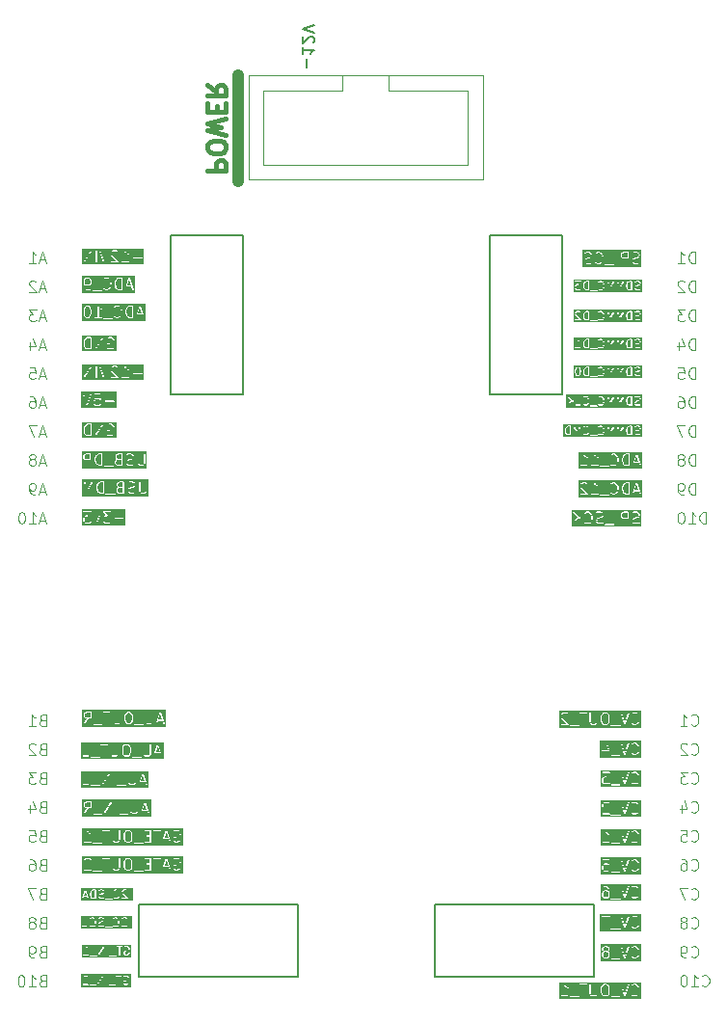
<source format=gbr>
%TF.GenerationSoftware,KiCad,Pcbnew,7.0.10*%
%TF.CreationDate,2024-02-02T23:11:49-08:00*%
%TF.ProjectId,Patch_SM_Breadboard_Adapter,50617463-685f-4534-9d5f-427265616462,rev?*%
%TF.SameCoordinates,Original*%
%TF.FileFunction,Legend,Bot*%
%TF.FilePolarity,Positive*%
%FSLAX46Y46*%
G04 Gerber Fmt 4.6, Leading zero omitted, Abs format (unit mm)*
G04 Created by KiCad (PCBNEW 7.0.10) date 2024-02-02 23:11:49*
%MOMM*%
%LPD*%
G01*
G04 APERTURE LIST*
%ADD10C,0.100000*%
%ADD11C,0.400000*%
%ADD12C,0.150000*%
%ADD13C,0.203200*%
%ADD14C,0.120000*%
%ADD15C,1.000000*%
G04 APERTURE END LIST*
D10*
G36*
X30858647Y-100436585D02*
G01*
X26330074Y-100436585D01*
X26330074Y-100279442D01*
X28437218Y-100279442D01*
X28451863Y-100314797D01*
X28487218Y-100329442D01*
X29058647Y-100329442D01*
X29094002Y-100314797D01*
X29108647Y-100279442D01*
X29094002Y-100244087D01*
X29058647Y-100229442D01*
X28487218Y-100229442D01*
X28451863Y-100244087D01*
X28437218Y-100279442D01*
X26330074Y-100279442D01*
X26330074Y-100208014D01*
X26437217Y-100208014D01*
X26451862Y-100243369D01*
X26487217Y-100258014D01*
X26844360Y-100258014D01*
X26879715Y-100243369D01*
X26894360Y-100208014D01*
X26894360Y-100136584D01*
X27115789Y-100136584D01*
X27130433Y-100171940D01*
X27166147Y-100207655D01*
X27176900Y-100212109D01*
X27185692Y-100219734D01*
X27292835Y-100255448D01*
X27301043Y-100254864D01*
X27308646Y-100258014D01*
X27380074Y-100258014D01*
X27387676Y-100254864D01*
X27395885Y-100255448D01*
X27503029Y-100219734D01*
X27511820Y-100212108D01*
X27522572Y-100207655D01*
X27594001Y-100136226D01*
X27597150Y-100128622D01*
X27603367Y-100123231D01*
X27632404Y-100065157D01*
X27865789Y-100065157D01*
X27870242Y-100075909D01*
X27871068Y-100087518D01*
X27906782Y-100158946D01*
X27912998Y-100164337D01*
X27916148Y-100171940D01*
X27951863Y-100207656D01*
X27959466Y-100210805D01*
X27964857Y-100217021D01*
X28036285Y-100252735D01*
X28047893Y-100253560D01*
X28058646Y-100258014D01*
X28237218Y-100258014D01*
X28244821Y-100254864D01*
X28253029Y-100255448D01*
X28360172Y-100219734D01*
X28389081Y-100194660D01*
X28391795Y-100156488D01*
X28374531Y-100136584D01*
X29151504Y-100136584D01*
X29166148Y-100171940D01*
X29201862Y-100207655D01*
X29212615Y-100212109D01*
X29221407Y-100219734D01*
X29328550Y-100255448D01*
X29336758Y-100254864D01*
X29344361Y-100258014D01*
X29415789Y-100258014D01*
X29423391Y-100254864D01*
X29431600Y-100255448D01*
X29538744Y-100219734D01*
X29547535Y-100212108D01*
X29557420Y-100208014D01*
X29901504Y-100208014D01*
X29916149Y-100243369D01*
X29951504Y-100258014D01*
X30415790Y-100258014D01*
X30451145Y-100243369D01*
X30465790Y-100208014D01*
X30651504Y-100208014D01*
X30666149Y-100243369D01*
X30701504Y-100258014D01*
X30736859Y-100243369D01*
X30751504Y-100208014D01*
X30751504Y-99458014D01*
X30736859Y-99422659D01*
X30701504Y-99408014D01*
X30666149Y-99422659D01*
X30651504Y-99458014D01*
X30651504Y-100208014D01*
X30465790Y-100208014D01*
X30451145Y-100172659D01*
X30451145Y-100172658D01*
X30030919Y-99752433D01*
X30001504Y-99664187D01*
X30001504Y-99612673D01*
X30028310Y-99559060D01*
X30052551Y-99534820D01*
X30106164Y-99508014D01*
X30261130Y-99508014D01*
X30314744Y-99534821D01*
X30344720Y-99564797D01*
X30380075Y-99579441D01*
X30415430Y-99564797D01*
X30430074Y-99529442D01*
X30415430Y-99494087D01*
X30379716Y-99458373D01*
X30372113Y-99455223D01*
X30366722Y-99449007D01*
X30295294Y-99413293D01*
X30283685Y-99412467D01*
X30272933Y-99408014D01*
X30094361Y-99408014D01*
X30083608Y-99412467D01*
X30072000Y-99413293D01*
X30000572Y-99449007D01*
X29995181Y-99455222D01*
X29987578Y-99458372D01*
X29951863Y-99494086D01*
X29948713Y-99501689D01*
X29942497Y-99507081D01*
X29906783Y-99578511D01*
X29905958Y-99590118D01*
X29901504Y-99600871D01*
X29901504Y-99672300D01*
X29904653Y-99679903D01*
X29904070Y-99688111D01*
X29939784Y-99795254D01*
X29947409Y-99804045D01*
X29951863Y-99814797D01*
X30295079Y-100158014D01*
X29951504Y-100158014D01*
X29916149Y-100172659D01*
X29901504Y-100208014D01*
X29557420Y-100208014D01*
X29558287Y-100207655D01*
X29629716Y-100136226D01*
X29632865Y-100128622D01*
X29639082Y-100123231D01*
X29674797Y-100051802D01*
X29675199Y-100046133D01*
X29678582Y-100041569D01*
X29714296Y-99898711D01*
X29713362Y-99892441D01*
X29715789Y-99886585D01*
X29715789Y-99779442D01*
X29713362Y-99773585D01*
X29714296Y-99767316D01*
X29678582Y-99624458D01*
X29675198Y-99619892D01*
X29674796Y-99614224D01*
X29639082Y-99542796D01*
X29632865Y-99537404D01*
X29629716Y-99529802D01*
X29558287Y-99458373D01*
X29547535Y-99453919D01*
X29538744Y-99446294D01*
X29431600Y-99410580D01*
X29423391Y-99411163D01*
X29415789Y-99408014D01*
X29344361Y-99408014D01*
X29336758Y-99411163D01*
X29328550Y-99410580D01*
X29221407Y-99446294D01*
X29212614Y-99453919D01*
X29201863Y-99458373D01*
X29166149Y-99494087D01*
X29151504Y-99529442D01*
X29166149Y-99564797D01*
X29201504Y-99579442D01*
X29236859Y-99564797D01*
X29264226Y-99537429D01*
X29352475Y-99508014D01*
X29407676Y-99508014D01*
X29495923Y-99537429D01*
X29553268Y-99594774D01*
X29582898Y-99654035D01*
X29615789Y-99785596D01*
X29615789Y-99880430D01*
X29582898Y-100011991D01*
X29553268Y-100071253D01*
X29495923Y-100128598D01*
X29407676Y-100158014D01*
X29352475Y-100158014D01*
X29264228Y-100128599D01*
X29236860Y-100101230D01*
X29201505Y-100086585D01*
X29166149Y-100101229D01*
X29151504Y-100136584D01*
X28374531Y-100136584D01*
X28366721Y-100127579D01*
X28328549Y-100124866D01*
X28229105Y-100158014D01*
X28070449Y-100158014D01*
X28016836Y-100131207D01*
X27992595Y-100106967D01*
X27965789Y-100053354D01*
X27965789Y-100005531D01*
X27992595Y-99951917D01*
X28016836Y-99927677D01*
X28076096Y-99898047D01*
X28213630Y-99863664D01*
X28218196Y-99860280D01*
X28223864Y-99859878D01*
X28295293Y-99824163D01*
X28300684Y-99817946D01*
X28308287Y-99814797D01*
X28344001Y-99779083D01*
X28347149Y-99771481D01*
X28353367Y-99766089D01*
X28389081Y-99694661D01*
X28389906Y-99683052D01*
X28394360Y-99672300D01*
X28394360Y-99600871D01*
X28389906Y-99590120D01*
X28389082Y-99578511D01*
X28353367Y-99507082D01*
X28347150Y-99501689D01*
X28344001Y-99494087D01*
X28308287Y-99458373D01*
X28300684Y-99455223D01*
X28295293Y-99449007D01*
X28223863Y-99413293D01*
X28212255Y-99412468D01*
X28201503Y-99408014D01*
X28022932Y-99408014D01*
X28015329Y-99411163D01*
X28007121Y-99410580D01*
X27899978Y-99446294D01*
X27871068Y-99471367D01*
X27868355Y-99509539D01*
X27893428Y-99538449D01*
X27931600Y-99541162D01*
X28031046Y-99508014D01*
X28189701Y-99508014D01*
X28243315Y-99534821D01*
X28267553Y-99559059D01*
X28294360Y-99612673D01*
X28294360Y-99660497D01*
X28267553Y-99714111D01*
X28243314Y-99738349D01*
X28184050Y-99767981D01*
X28046519Y-99802364D01*
X28041953Y-99805747D01*
X28036285Y-99806150D01*
X27964857Y-99841864D01*
X27959466Y-99848079D01*
X27951863Y-99851229D01*
X27916148Y-99886945D01*
X27912998Y-99894547D01*
X27906782Y-99899939D01*
X27871068Y-99971367D01*
X27870242Y-99982975D01*
X27865789Y-99993728D01*
X27865789Y-100065157D01*
X27632404Y-100065157D01*
X27639082Y-100051802D01*
X27639484Y-100046133D01*
X27642867Y-100041569D01*
X27678581Y-99898711D01*
X27677647Y-99892441D01*
X27680074Y-99886585D01*
X27680074Y-99779442D01*
X27677647Y-99773585D01*
X27678581Y-99767316D01*
X27642867Y-99624458D01*
X27639483Y-99619892D01*
X27639081Y-99614224D01*
X27603367Y-99542796D01*
X27597150Y-99537404D01*
X27594001Y-99529802D01*
X27522572Y-99458373D01*
X27511820Y-99453919D01*
X27503029Y-99446294D01*
X27395885Y-99410580D01*
X27387676Y-99411163D01*
X27380074Y-99408014D01*
X27308646Y-99408014D01*
X27301043Y-99411163D01*
X27292835Y-99410580D01*
X27185692Y-99446294D01*
X27176899Y-99453919D01*
X27166148Y-99458373D01*
X27130434Y-99494087D01*
X27115789Y-99529442D01*
X27130434Y-99564797D01*
X27165789Y-99579442D01*
X27201144Y-99564797D01*
X27228511Y-99537429D01*
X27316760Y-99508014D01*
X27371961Y-99508014D01*
X27460208Y-99537429D01*
X27517553Y-99594774D01*
X27547183Y-99654035D01*
X27580074Y-99785596D01*
X27580074Y-99880430D01*
X27547183Y-100011991D01*
X27517553Y-100071253D01*
X27460208Y-100128598D01*
X27371961Y-100158014D01*
X27316760Y-100158014D01*
X27228513Y-100128599D01*
X27201145Y-100101230D01*
X27165790Y-100086585D01*
X27130434Y-100101229D01*
X27115789Y-100136584D01*
X26894360Y-100136584D01*
X26894360Y-99458014D01*
X26879715Y-99422659D01*
X26844360Y-99408014D01*
X26809005Y-99422659D01*
X26794360Y-99458014D01*
X26794360Y-100158014D01*
X26487217Y-100158014D01*
X26451862Y-100172659D01*
X26437217Y-100208014D01*
X26330074Y-100208014D01*
X26330074Y-99300871D01*
X30858647Y-99300871D01*
X30858647Y-100436585D01*
G37*
G36*
X27580074Y-97708014D02*
G01*
X27459617Y-97708014D01*
X27371368Y-97678598D01*
X27314024Y-97621254D01*
X27284393Y-97561991D01*
X27251503Y-97430430D01*
X27251503Y-97335596D01*
X27284392Y-97204036D01*
X27314024Y-97144774D01*
X27371368Y-97087429D01*
X27459617Y-97058014D01*
X27580074Y-97058014D01*
X27580074Y-97708014D01*
G37*
G36*
X26846417Y-97493728D02*
G01*
X26628017Y-97493728D01*
X26737217Y-97166127D01*
X26846417Y-97493728D01*
G37*
G36*
X30894361Y-97986585D02*
G01*
X26332640Y-97986585D01*
X26332640Y-97829442D01*
X28472932Y-97829442D01*
X28487577Y-97864797D01*
X28522932Y-97879442D01*
X29094361Y-97879442D01*
X29129716Y-97864797D01*
X29144361Y-97829442D01*
X29129716Y-97794087D01*
X29094361Y-97779442D01*
X28522932Y-97779442D01*
X28487577Y-97794087D01*
X28472932Y-97829442D01*
X26332640Y-97829442D01*
X26332640Y-97742203D01*
X26439783Y-97742203D01*
X26442496Y-97780374D01*
X26471406Y-97805448D01*
X26509577Y-97802735D01*
X26534651Y-97773825D01*
X26594683Y-97593728D01*
X26879751Y-97593728D01*
X26939783Y-97773825D01*
X26964856Y-97802735D01*
X27003028Y-97805448D01*
X27031938Y-97780374D01*
X27034651Y-97742202D01*
X26932779Y-97436585D01*
X27151503Y-97436585D01*
X27153929Y-97442441D01*
X27152996Y-97448712D01*
X27188710Y-97591569D01*
X27192093Y-97596135D01*
X27192496Y-97601802D01*
X27228210Y-97673232D01*
X27234426Y-97678623D01*
X27237576Y-97686226D01*
X27309005Y-97757655D01*
X27319756Y-97762108D01*
X27328549Y-97769734D01*
X27435692Y-97805448D01*
X27443900Y-97804864D01*
X27451503Y-97808014D01*
X27630074Y-97808014D01*
X27665429Y-97793369D01*
X27680074Y-97758014D01*
X27680074Y-97615157D01*
X27901503Y-97615157D01*
X27905956Y-97625909D01*
X27906782Y-97637518D01*
X27942496Y-97708946D01*
X27948712Y-97714337D01*
X27951862Y-97721940D01*
X27987577Y-97757656D01*
X27995180Y-97760805D01*
X28000571Y-97767021D01*
X28071999Y-97802735D01*
X28083607Y-97803560D01*
X28094360Y-97808014D01*
X28272932Y-97808014D01*
X28280535Y-97804864D01*
X28288743Y-97805448D01*
X28395886Y-97769734D01*
X28424795Y-97744660D01*
X28427509Y-97706488D01*
X28410245Y-97686584D01*
X29187218Y-97686584D01*
X29201862Y-97721940D01*
X29237576Y-97757655D01*
X29248329Y-97762109D01*
X29257121Y-97769734D01*
X29364264Y-97805448D01*
X29372472Y-97804864D01*
X29380075Y-97808014D01*
X29451503Y-97808014D01*
X29459105Y-97804864D01*
X29467314Y-97805448D01*
X29574458Y-97769734D01*
X29583249Y-97762108D01*
X29593134Y-97758014D01*
X29937218Y-97758014D01*
X29951863Y-97793369D01*
X29987218Y-97808014D01*
X30451504Y-97808014D01*
X30486859Y-97793369D01*
X30501504Y-97758014D01*
X30687218Y-97758014D01*
X30701863Y-97793369D01*
X30737218Y-97808014D01*
X30772573Y-97793369D01*
X30787218Y-97758014D01*
X30787218Y-97008014D01*
X30772573Y-96972659D01*
X30737218Y-96958014D01*
X30701863Y-96972659D01*
X30687218Y-97008014D01*
X30687218Y-97758014D01*
X30501504Y-97758014D01*
X30486859Y-97722659D01*
X30486859Y-97722658D01*
X30066633Y-97302433D01*
X30037218Y-97214187D01*
X30037218Y-97162673D01*
X30064024Y-97109060D01*
X30088265Y-97084820D01*
X30141878Y-97058014D01*
X30296844Y-97058014D01*
X30350458Y-97084821D01*
X30380434Y-97114797D01*
X30415789Y-97129441D01*
X30451144Y-97114797D01*
X30465788Y-97079442D01*
X30451144Y-97044087D01*
X30415430Y-97008373D01*
X30407827Y-97005223D01*
X30402436Y-96999007D01*
X30331008Y-96963293D01*
X30319399Y-96962467D01*
X30308647Y-96958014D01*
X30130075Y-96958014D01*
X30119322Y-96962467D01*
X30107714Y-96963293D01*
X30036286Y-96999007D01*
X30030895Y-97005222D01*
X30023292Y-97008372D01*
X29987577Y-97044086D01*
X29984427Y-97051689D01*
X29978211Y-97057081D01*
X29942497Y-97128511D01*
X29941672Y-97140118D01*
X29937218Y-97150871D01*
X29937218Y-97222300D01*
X29940367Y-97229903D01*
X29939784Y-97238111D01*
X29975498Y-97345254D01*
X29983123Y-97354045D01*
X29987577Y-97364797D01*
X30330793Y-97708014D01*
X29987218Y-97708014D01*
X29951863Y-97722659D01*
X29937218Y-97758014D01*
X29593134Y-97758014D01*
X29594001Y-97757655D01*
X29665430Y-97686226D01*
X29668579Y-97678622D01*
X29674796Y-97673231D01*
X29710511Y-97601802D01*
X29710913Y-97596133D01*
X29714296Y-97591569D01*
X29750010Y-97448711D01*
X29749076Y-97442441D01*
X29751503Y-97436585D01*
X29751503Y-97329442D01*
X29749076Y-97323585D01*
X29750010Y-97317316D01*
X29714296Y-97174458D01*
X29710912Y-97169892D01*
X29710510Y-97164224D01*
X29674796Y-97092796D01*
X29668579Y-97087404D01*
X29665430Y-97079802D01*
X29594001Y-97008373D01*
X29583249Y-97003919D01*
X29574458Y-96996294D01*
X29467314Y-96960580D01*
X29459105Y-96961163D01*
X29451503Y-96958014D01*
X29380075Y-96958014D01*
X29372472Y-96961163D01*
X29364264Y-96960580D01*
X29257121Y-96996294D01*
X29248328Y-97003919D01*
X29237577Y-97008373D01*
X29201863Y-97044087D01*
X29187218Y-97079442D01*
X29201863Y-97114797D01*
X29237218Y-97129442D01*
X29272573Y-97114797D01*
X29299940Y-97087429D01*
X29388189Y-97058014D01*
X29443390Y-97058014D01*
X29531637Y-97087429D01*
X29588982Y-97144774D01*
X29618612Y-97204035D01*
X29651503Y-97335596D01*
X29651503Y-97430430D01*
X29618612Y-97561991D01*
X29588982Y-97621253D01*
X29531637Y-97678598D01*
X29443390Y-97708014D01*
X29388189Y-97708014D01*
X29299942Y-97678599D01*
X29272574Y-97651230D01*
X29237219Y-97636585D01*
X29201863Y-97651229D01*
X29187218Y-97686584D01*
X28410245Y-97686584D01*
X28402435Y-97677579D01*
X28364263Y-97674866D01*
X28264819Y-97708014D01*
X28106163Y-97708014D01*
X28052550Y-97681207D01*
X28028309Y-97656967D01*
X28001503Y-97603354D01*
X28001503Y-97555531D01*
X28028309Y-97501917D01*
X28052550Y-97477677D01*
X28111810Y-97448047D01*
X28249344Y-97413664D01*
X28253910Y-97410280D01*
X28259578Y-97409878D01*
X28331007Y-97374163D01*
X28336398Y-97367946D01*
X28344001Y-97364797D01*
X28379715Y-97329083D01*
X28382863Y-97321481D01*
X28389081Y-97316089D01*
X28424795Y-97244661D01*
X28425620Y-97233052D01*
X28430074Y-97222300D01*
X28430074Y-97150871D01*
X28425620Y-97140120D01*
X28424796Y-97128511D01*
X28389081Y-97057082D01*
X28382864Y-97051689D01*
X28379715Y-97044087D01*
X28344001Y-97008373D01*
X28336398Y-97005223D01*
X28331007Y-96999007D01*
X28259577Y-96963293D01*
X28247969Y-96962468D01*
X28237217Y-96958014D01*
X28058646Y-96958014D01*
X28051043Y-96961163D01*
X28042835Y-96960580D01*
X27935692Y-96996294D01*
X27906782Y-97021367D01*
X27904069Y-97059539D01*
X27929142Y-97088449D01*
X27967314Y-97091162D01*
X28066760Y-97058014D01*
X28225415Y-97058014D01*
X28279029Y-97084821D01*
X28303267Y-97109059D01*
X28330074Y-97162673D01*
X28330074Y-97210497D01*
X28303267Y-97264111D01*
X28279028Y-97288349D01*
X28219764Y-97317981D01*
X28082233Y-97352364D01*
X28077667Y-97355747D01*
X28071999Y-97356150D01*
X28000571Y-97391864D01*
X27995180Y-97398079D01*
X27987577Y-97401229D01*
X27951862Y-97436945D01*
X27948712Y-97444547D01*
X27942496Y-97449939D01*
X27906782Y-97521367D01*
X27905956Y-97532975D01*
X27901503Y-97543728D01*
X27901503Y-97615157D01*
X27680074Y-97615157D01*
X27680074Y-97008014D01*
X27665429Y-96972659D01*
X27630074Y-96958014D01*
X27451503Y-96958014D01*
X27443900Y-96961163D01*
X27435692Y-96960580D01*
X27328549Y-96996294D01*
X27319756Y-97003919D01*
X27309005Y-97008373D01*
X27237576Y-97079802D01*
X27234426Y-97087404D01*
X27228210Y-97092796D01*
X27192496Y-97164224D01*
X27192093Y-97169891D01*
X27188710Y-97174458D01*
X27152996Y-97317315D01*
X27153929Y-97323585D01*
X27151503Y-97329442D01*
X27151503Y-97436585D01*
X26932779Y-97436585D01*
X26784651Y-96992203D01*
X26782202Y-96989380D01*
X26781938Y-96985654D01*
X26769963Y-96975267D01*
X26759577Y-96963293D01*
X26755850Y-96963028D01*
X26753028Y-96960580D01*
X26737216Y-96961703D01*
X26721406Y-96960580D01*
X26718583Y-96963028D01*
X26714856Y-96963293D01*
X26704468Y-96975270D01*
X26692496Y-96985654D01*
X26692231Y-96989380D01*
X26689783Y-96992203D01*
X26439783Y-97742203D01*
X26332640Y-97742203D01*
X26332640Y-96850871D01*
X30894361Y-96850871D01*
X30894361Y-97986585D01*
G37*
G36*
X28273972Y-62122419D02*
G01*
X28093990Y-62122419D01*
X27970030Y-62081099D01*
X27888874Y-61999942D01*
X27847339Y-61916872D01*
X27802544Y-61737692D01*
X27802544Y-61607145D01*
X27847339Y-61427965D01*
X27888875Y-61344893D01*
X27970028Y-61263739D01*
X28093990Y-61222419D01*
X28273972Y-61222419D01*
X28273972Y-62122419D01*
G37*
G36*
X30035877Y-62122419D02*
G01*
X29716729Y-62122419D01*
X29639306Y-62083708D01*
X29603160Y-62047561D01*
X29564449Y-61970139D01*
X29564449Y-61850888D01*
X29603160Y-61773464D01*
X29636696Y-61739929D01*
X29760657Y-61698609D01*
X30035877Y-61698609D01*
X30035877Y-62122419D01*
G37*
G36*
X30035877Y-61598609D02*
G01*
X29764348Y-61598609D01*
X29686924Y-61559897D01*
X29650779Y-61523753D01*
X29612068Y-61446330D01*
X29612068Y-61374698D01*
X29650779Y-61297274D01*
X29686924Y-61261130D01*
X29764348Y-61222419D01*
X30035877Y-61222419D01*
X30035877Y-61598609D01*
G37*
G36*
X32278734Y-62460514D02*
G01*
X26464449Y-62460514D01*
X26464449Y-62267657D01*
X28512068Y-62267657D01*
X28526713Y-62303012D01*
X28562068Y-62317657D01*
X29323973Y-62317657D01*
X29359328Y-62303012D01*
X29373973Y-62267657D01*
X29359328Y-62232302D01*
X29323973Y-62217657D01*
X28562068Y-62217657D01*
X28526713Y-62232302D01*
X28512068Y-62267657D01*
X26464449Y-62267657D01*
X26464449Y-62172419D01*
X26607306Y-62172419D01*
X26621951Y-62207774D01*
X26657306Y-62222419D01*
X26692661Y-62207774D01*
X26707306Y-62172419D01*
X26707306Y-61397796D01*
X26945330Y-61907849D01*
X26957946Y-61919402D01*
X26969495Y-61932013D01*
X26971829Y-61932115D01*
X26973552Y-61933693D01*
X26990639Y-61932942D01*
X27007726Y-61933693D01*
X27009448Y-61932115D01*
X27011783Y-61932013D01*
X27023334Y-61919399D01*
X27035948Y-61907848D01*
X27273972Y-61397796D01*
X27273972Y-62172419D01*
X27288617Y-62207774D01*
X27323972Y-62222419D01*
X27359327Y-62207774D01*
X27373972Y-62172419D01*
X27373972Y-61743847D01*
X27702544Y-61743847D01*
X27704970Y-61749703D01*
X27704037Y-61755974D01*
X27751656Y-61946450D01*
X27755039Y-61951015D01*
X27755442Y-61956684D01*
X27803060Y-62051921D01*
X27809276Y-62057312D01*
X27812426Y-62064916D01*
X27907665Y-62160155D01*
X27918417Y-62164608D01*
X27927209Y-62172234D01*
X28070065Y-62219853D01*
X28078273Y-62219269D01*
X28085877Y-62222419D01*
X28323972Y-62222419D01*
X28359327Y-62207774D01*
X28373972Y-62172419D01*
X28373972Y-61981942D01*
X29464449Y-61981942D01*
X29468902Y-61992694D01*
X29469728Y-62004303D01*
X29517346Y-62099540D01*
X29523562Y-62104931D01*
X29526712Y-62112535D01*
X29574331Y-62160155D01*
X29581934Y-62163304D01*
X29587326Y-62169521D01*
X29682564Y-62217140D01*
X29694172Y-62217965D01*
X29704925Y-62222419D01*
X30085877Y-62222419D01*
X30121232Y-62207774D01*
X30135877Y-62172419D01*
X30135877Y-61981942D01*
X30464449Y-61981942D01*
X30468902Y-61992694D01*
X30469728Y-62004303D01*
X30517346Y-62099540D01*
X30523562Y-62104931D01*
X30526712Y-62112535D01*
X30574331Y-62160155D01*
X30581934Y-62163304D01*
X30587326Y-62169521D01*
X30682564Y-62217140D01*
X30694172Y-62217965D01*
X30704925Y-62222419D01*
X30943020Y-62222419D01*
X30950623Y-62219269D01*
X30958831Y-62219853D01*
X31101688Y-62172234D01*
X31130597Y-62147161D01*
X31133311Y-62108989D01*
X31108237Y-62080079D01*
X31070065Y-62077366D01*
X30934907Y-62122419D01*
X30716729Y-62122419D01*
X30639306Y-62083708D01*
X30603160Y-62047561D01*
X30570350Y-61981942D01*
X31464449Y-61981942D01*
X31468902Y-61992694D01*
X31469728Y-62004303D01*
X31517346Y-62099540D01*
X31523562Y-62104931D01*
X31526712Y-62112535D01*
X31574331Y-62160155D01*
X31581934Y-62163304D01*
X31587326Y-62169521D01*
X31682564Y-62217140D01*
X31694172Y-62217965D01*
X31704925Y-62222419D01*
X31895401Y-62222419D01*
X31906153Y-62217965D01*
X31917762Y-62217140D01*
X32012999Y-62169522D01*
X32018390Y-62163304D01*
X32025995Y-62160155D01*
X32073614Y-62112535D01*
X32076762Y-62104932D01*
X32082979Y-62099541D01*
X32130598Y-62004303D01*
X32131423Y-61992694D01*
X32135877Y-61981942D01*
X32135877Y-61172419D01*
X32121232Y-61137064D01*
X32085877Y-61122419D01*
X32050522Y-61137064D01*
X32035877Y-61172419D01*
X32035877Y-61970138D01*
X31997165Y-62047561D01*
X31961019Y-62083708D01*
X31883598Y-62122419D01*
X31716729Y-62122419D01*
X31639306Y-62083708D01*
X31603160Y-62047561D01*
X31564449Y-61970139D01*
X31564449Y-61172419D01*
X31549804Y-61137064D01*
X31514449Y-61122419D01*
X31479094Y-61137064D01*
X31464449Y-61172419D01*
X31464449Y-61981942D01*
X30570350Y-61981942D01*
X30564449Y-61970139D01*
X30564449Y-61898507D01*
X30603160Y-61821083D01*
X30639305Y-61784939D01*
X30722377Y-61743403D01*
X30907528Y-61697116D01*
X30912093Y-61693732D01*
X30917762Y-61693330D01*
X31012999Y-61645712D01*
X31018391Y-61639494D01*
X31025994Y-61636345D01*
X31073613Y-61588727D01*
X31076762Y-61581123D01*
X31082979Y-61575732D01*
X31130598Y-61480494D01*
X31131423Y-61468885D01*
X31135877Y-61458133D01*
X31135877Y-61362895D01*
X31131423Y-61352142D01*
X31130598Y-61340534D01*
X31082979Y-61245296D01*
X31076762Y-61239904D01*
X31073613Y-61232301D01*
X31025994Y-61184683D01*
X31018391Y-61181533D01*
X31012999Y-61175316D01*
X30917762Y-61127698D01*
X30906153Y-61126872D01*
X30895401Y-61122419D01*
X30657306Y-61122419D01*
X30649702Y-61125568D01*
X30641494Y-61124985D01*
X30498638Y-61172604D01*
X30469728Y-61197678D01*
X30467015Y-61235849D01*
X30492089Y-61264759D01*
X30530260Y-61267472D01*
X30665419Y-61222419D01*
X30883598Y-61222419D01*
X30961021Y-61261130D01*
X30997165Y-61297275D01*
X31035877Y-61374698D01*
X31035877Y-61446329D01*
X30997165Y-61523752D01*
X30961021Y-61559897D01*
X30877950Y-61601433D01*
X30692798Y-61647721D01*
X30688232Y-61651104D01*
X30682564Y-61651507D01*
X30587326Y-61699126D01*
X30581934Y-61705342D01*
X30574331Y-61708492D01*
X30526713Y-61756111D01*
X30523563Y-61763713D01*
X30517346Y-61769106D01*
X30469728Y-61864343D01*
X30468902Y-61875951D01*
X30464449Y-61886704D01*
X30464449Y-61981942D01*
X30135877Y-61981942D01*
X30135877Y-61172419D01*
X30121232Y-61137064D01*
X30085877Y-61122419D01*
X29752544Y-61122419D01*
X29741791Y-61126872D01*
X29730183Y-61127698D01*
X29634945Y-61175317D01*
X29629553Y-61181533D01*
X29621950Y-61184683D01*
X29574332Y-61232302D01*
X29571182Y-61239904D01*
X29564965Y-61245297D01*
X29517347Y-61340534D01*
X29516521Y-61352142D01*
X29512068Y-61362895D01*
X29512068Y-61458133D01*
X29516521Y-61468885D01*
X29517347Y-61480494D01*
X29564965Y-61575731D01*
X29571182Y-61581123D01*
X29574332Y-61588726D01*
X29621950Y-61636345D01*
X29626084Y-61638057D01*
X29593876Y-61648794D01*
X29585084Y-61656419D01*
X29574331Y-61660873D01*
X29526713Y-61708492D01*
X29523563Y-61716094D01*
X29517346Y-61721487D01*
X29469728Y-61816724D01*
X29468902Y-61828332D01*
X29464449Y-61839085D01*
X29464449Y-61981942D01*
X28373972Y-61981942D01*
X28373972Y-61172419D01*
X28359327Y-61137064D01*
X28323972Y-61122419D01*
X28085877Y-61122419D01*
X28078273Y-61125568D01*
X28070065Y-61124985D01*
X27927209Y-61172604D01*
X27918417Y-61180229D01*
X27907665Y-61184683D01*
X27812427Y-61279921D01*
X27809277Y-61287523D01*
X27803060Y-61292916D01*
X27755442Y-61388153D01*
X27755039Y-61393821D01*
X27751656Y-61398387D01*
X27704037Y-61588863D01*
X27704970Y-61595133D01*
X27702544Y-61600990D01*
X27702544Y-61743847D01*
X27373972Y-61743847D01*
X27373972Y-61172419D01*
X27370570Y-61164208D01*
X27370961Y-61155332D01*
X27363535Y-61147223D01*
X27359327Y-61137064D01*
X27351117Y-61133663D01*
X27345116Y-61127110D01*
X27334131Y-61126627D01*
X27323972Y-61122419D01*
X27315761Y-61125820D01*
X27306885Y-61125430D01*
X27298775Y-61132855D01*
X27288617Y-61137064D01*
X27285216Y-61145272D01*
X27278663Y-61151274D01*
X26990638Y-61768469D01*
X26702615Y-61151275D01*
X26696061Y-61145273D01*
X26692661Y-61137064D01*
X26682501Y-61132855D01*
X26674393Y-61125430D01*
X26665516Y-61125820D01*
X26657306Y-61122419D01*
X26647146Y-61126627D01*
X26636162Y-61127110D01*
X26630160Y-61133663D01*
X26621951Y-61137064D01*
X26617742Y-61147223D01*
X26610317Y-61155332D01*
X26610707Y-61164208D01*
X26607306Y-61172419D01*
X26607306Y-62172419D01*
X26464449Y-62172419D01*
X26464449Y-60979562D01*
X32278734Y-60979562D01*
X32278734Y-62460514D01*
G37*
G36*
X27131115Y-59196228D02*
G01*
X26811967Y-59196228D01*
X26734543Y-59157516D01*
X26698398Y-59121372D01*
X26659687Y-59043949D01*
X26659687Y-58924698D01*
X26698398Y-58847274D01*
X26734543Y-58811130D01*
X26811967Y-58772419D01*
X27131115Y-58772419D01*
X27131115Y-59196228D01*
G37*
G36*
X28131115Y-59672419D02*
G01*
X27951133Y-59672419D01*
X27827173Y-59631099D01*
X27746017Y-59549942D01*
X27704482Y-59466872D01*
X27659687Y-59287692D01*
X27659687Y-59157145D01*
X27704482Y-58977965D01*
X27746018Y-58894893D01*
X27827171Y-58813739D01*
X27951133Y-58772419D01*
X28131115Y-58772419D01*
X28131115Y-59672419D01*
G37*
G36*
X29893020Y-59672419D02*
G01*
X29573872Y-59672419D01*
X29496449Y-59633708D01*
X29460303Y-59597561D01*
X29421592Y-59520139D01*
X29421592Y-59400888D01*
X29460303Y-59323464D01*
X29493839Y-59289929D01*
X29617800Y-59248609D01*
X29893020Y-59248609D01*
X29893020Y-59672419D01*
G37*
G36*
X29893020Y-59148609D02*
G01*
X29621491Y-59148609D01*
X29544067Y-59109897D01*
X29507922Y-59073753D01*
X29469211Y-58996330D01*
X29469211Y-58924698D01*
X29507922Y-58847274D01*
X29544067Y-58811130D01*
X29621491Y-58772419D01*
X29893020Y-58772419D01*
X29893020Y-59148609D01*
G37*
G36*
X32135877Y-60010514D02*
G01*
X26416830Y-60010514D01*
X26416830Y-59817657D01*
X28369211Y-59817657D01*
X28383856Y-59853012D01*
X28419211Y-59867657D01*
X29181116Y-59867657D01*
X29216471Y-59853012D01*
X29231116Y-59817657D01*
X29216471Y-59782302D01*
X29181116Y-59767657D01*
X28419211Y-59767657D01*
X28383856Y-59782302D01*
X28369211Y-59817657D01*
X26416830Y-59817657D01*
X26416830Y-59055752D01*
X26559687Y-59055752D01*
X26564140Y-59066504D01*
X26564966Y-59078113D01*
X26612584Y-59173350D01*
X26618801Y-59178742D01*
X26621951Y-59186345D01*
X26669569Y-59233964D01*
X26677172Y-59237113D01*
X26682564Y-59243330D01*
X26777802Y-59290949D01*
X26789410Y-59291774D01*
X26800163Y-59296228D01*
X27131115Y-59296228D01*
X27131115Y-59722419D01*
X27145760Y-59757774D01*
X27181115Y-59772419D01*
X27216470Y-59757774D01*
X27231115Y-59722419D01*
X27231115Y-59293847D01*
X27559687Y-59293847D01*
X27562113Y-59299703D01*
X27561180Y-59305974D01*
X27608799Y-59496450D01*
X27612182Y-59501015D01*
X27612585Y-59506684D01*
X27660203Y-59601921D01*
X27666419Y-59607312D01*
X27669569Y-59614916D01*
X27764808Y-59710155D01*
X27775560Y-59714608D01*
X27784352Y-59722234D01*
X27927208Y-59769853D01*
X27935416Y-59769269D01*
X27943020Y-59772419D01*
X28181115Y-59772419D01*
X28216470Y-59757774D01*
X28231115Y-59722419D01*
X28231115Y-59531942D01*
X29321592Y-59531942D01*
X29326045Y-59542694D01*
X29326871Y-59554303D01*
X29374489Y-59649540D01*
X29380705Y-59654931D01*
X29383855Y-59662535D01*
X29431474Y-59710155D01*
X29439077Y-59713304D01*
X29444469Y-59719521D01*
X29539707Y-59767140D01*
X29551315Y-59767965D01*
X29562068Y-59772419D01*
X29943020Y-59772419D01*
X29978375Y-59757774D01*
X29993020Y-59722419D01*
X29993020Y-59531942D01*
X30321592Y-59531942D01*
X30326045Y-59542694D01*
X30326871Y-59554303D01*
X30374489Y-59649540D01*
X30380705Y-59654931D01*
X30383855Y-59662535D01*
X30431474Y-59710155D01*
X30439077Y-59713304D01*
X30444469Y-59719521D01*
X30539707Y-59767140D01*
X30551315Y-59767965D01*
X30562068Y-59772419D01*
X30800163Y-59772419D01*
X30807766Y-59769269D01*
X30815974Y-59769853D01*
X30958831Y-59722234D01*
X30987740Y-59697161D01*
X30990454Y-59658989D01*
X30965380Y-59630079D01*
X30927208Y-59627366D01*
X30792050Y-59672419D01*
X30573872Y-59672419D01*
X30496449Y-59633708D01*
X30460303Y-59597561D01*
X30427493Y-59531942D01*
X31321592Y-59531942D01*
X31326045Y-59542694D01*
X31326871Y-59554303D01*
X31374489Y-59649540D01*
X31380705Y-59654931D01*
X31383855Y-59662535D01*
X31431474Y-59710155D01*
X31439077Y-59713304D01*
X31444469Y-59719521D01*
X31539707Y-59767140D01*
X31551315Y-59767965D01*
X31562068Y-59772419D01*
X31752544Y-59772419D01*
X31763296Y-59767965D01*
X31774905Y-59767140D01*
X31870142Y-59719522D01*
X31875533Y-59713304D01*
X31883138Y-59710155D01*
X31930757Y-59662535D01*
X31933905Y-59654932D01*
X31940122Y-59649541D01*
X31987741Y-59554303D01*
X31988566Y-59542694D01*
X31993020Y-59531942D01*
X31993020Y-58722419D01*
X31978375Y-58687064D01*
X31943020Y-58672419D01*
X31907665Y-58687064D01*
X31893020Y-58722419D01*
X31893020Y-59520138D01*
X31854308Y-59597561D01*
X31818162Y-59633708D01*
X31740741Y-59672419D01*
X31573872Y-59672419D01*
X31496449Y-59633708D01*
X31460303Y-59597561D01*
X31421592Y-59520139D01*
X31421592Y-58722419D01*
X31406947Y-58687064D01*
X31371592Y-58672419D01*
X31336237Y-58687064D01*
X31321592Y-58722419D01*
X31321592Y-59531942D01*
X30427493Y-59531942D01*
X30421592Y-59520139D01*
X30421592Y-59448507D01*
X30460303Y-59371083D01*
X30496448Y-59334939D01*
X30579520Y-59293403D01*
X30764671Y-59247116D01*
X30769236Y-59243732D01*
X30774905Y-59243330D01*
X30870142Y-59195712D01*
X30875534Y-59189494D01*
X30883137Y-59186345D01*
X30930756Y-59138727D01*
X30933905Y-59131123D01*
X30940122Y-59125732D01*
X30987741Y-59030494D01*
X30988566Y-59018885D01*
X30993020Y-59008133D01*
X30993020Y-58912895D01*
X30988566Y-58902142D01*
X30987741Y-58890534D01*
X30940122Y-58795296D01*
X30933905Y-58789904D01*
X30930756Y-58782301D01*
X30883137Y-58734683D01*
X30875534Y-58731533D01*
X30870142Y-58725316D01*
X30774905Y-58677698D01*
X30763296Y-58676872D01*
X30752544Y-58672419D01*
X30514449Y-58672419D01*
X30506845Y-58675568D01*
X30498637Y-58674985D01*
X30355781Y-58722604D01*
X30326871Y-58747678D01*
X30324158Y-58785849D01*
X30349232Y-58814759D01*
X30387403Y-58817472D01*
X30522562Y-58772419D01*
X30740741Y-58772419D01*
X30818164Y-58811130D01*
X30854308Y-58847275D01*
X30893020Y-58924698D01*
X30893020Y-58996329D01*
X30854308Y-59073752D01*
X30818164Y-59109897D01*
X30735093Y-59151433D01*
X30549941Y-59197721D01*
X30545375Y-59201104D01*
X30539707Y-59201507D01*
X30444469Y-59249126D01*
X30439077Y-59255342D01*
X30431474Y-59258492D01*
X30383856Y-59306111D01*
X30380706Y-59313713D01*
X30374489Y-59319106D01*
X30326871Y-59414343D01*
X30326045Y-59425951D01*
X30321592Y-59436704D01*
X30321592Y-59531942D01*
X29993020Y-59531942D01*
X29993020Y-58722419D01*
X29978375Y-58687064D01*
X29943020Y-58672419D01*
X29609687Y-58672419D01*
X29598934Y-58676872D01*
X29587326Y-58677698D01*
X29492088Y-58725317D01*
X29486696Y-58731533D01*
X29479093Y-58734683D01*
X29431475Y-58782302D01*
X29428325Y-58789904D01*
X29422108Y-58795297D01*
X29374490Y-58890534D01*
X29373664Y-58902142D01*
X29369211Y-58912895D01*
X29369211Y-59008133D01*
X29373664Y-59018885D01*
X29374490Y-59030494D01*
X29422108Y-59125731D01*
X29428325Y-59131123D01*
X29431475Y-59138726D01*
X29479093Y-59186345D01*
X29483227Y-59188057D01*
X29451019Y-59198794D01*
X29442227Y-59206419D01*
X29431474Y-59210873D01*
X29383856Y-59258492D01*
X29380706Y-59266094D01*
X29374489Y-59271487D01*
X29326871Y-59366724D01*
X29326045Y-59378332D01*
X29321592Y-59389085D01*
X29321592Y-59531942D01*
X28231115Y-59531942D01*
X28231115Y-58722419D01*
X28216470Y-58687064D01*
X28181115Y-58672419D01*
X27943020Y-58672419D01*
X27935416Y-58675568D01*
X27927208Y-58674985D01*
X27784352Y-58722604D01*
X27775560Y-58730229D01*
X27764808Y-58734683D01*
X27669570Y-58829921D01*
X27666420Y-58837523D01*
X27660203Y-58842916D01*
X27612585Y-58938153D01*
X27612182Y-58943821D01*
X27608799Y-58948387D01*
X27561180Y-59138863D01*
X27562113Y-59145133D01*
X27559687Y-59150990D01*
X27559687Y-59293847D01*
X27231115Y-59293847D01*
X27231115Y-58722419D01*
X27216470Y-58687064D01*
X27181115Y-58672419D01*
X26800163Y-58672419D01*
X26789410Y-58676872D01*
X26777802Y-58677698D01*
X26682564Y-58725317D01*
X26677172Y-58731533D01*
X26669569Y-58734683D01*
X26621951Y-58782302D01*
X26618801Y-58789904D01*
X26612584Y-58795297D01*
X26564966Y-58890534D01*
X26564140Y-58902142D01*
X26559687Y-58912895D01*
X26559687Y-59055752D01*
X26416830Y-59055752D01*
X26416830Y-58529562D01*
X32135877Y-58529562D01*
X32135877Y-60010514D01*
G37*
G36*
X31897781Y-52230276D02*
G01*
X26464449Y-52230276D01*
X26464449Y-52037419D01*
X26607306Y-52037419D01*
X26609933Y-52043763D01*
X26609068Y-52050575D01*
X26616996Y-52060812D01*
X26621951Y-52072774D01*
X26628294Y-52075401D01*
X26632499Y-52080831D01*
X26645343Y-52082463D01*
X26657306Y-52087419D01*
X26663650Y-52084791D01*
X26670462Y-52085657D01*
X26680699Y-52077728D01*
X26692661Y-52072774D01*
X26695288Y-52066430D01*
X26700718Y-52062226D01*
X27178734Y-51225697D01*
X27178734Y-52037419D01*
X27193379Y-52072774D01*
X27228734Y-52087419D01*
X27264089Y-52072774D01*
X27278734Y-52037419D01*
X27654924Y-52037419D01*
X27669569Y-52072774D01*
X27704924Y-52087419D01*
X27740279Y-52072774D01*
X27754924Y-52037419D01*
X27754924Y-51053230D01*
X27990824Y-51053230D01*
X28324157Y-52053230D01*
X28326605Y-52056052D01*
X28326870Y-52059779D01*
X28338844Y-52070164D01*
X28349230Y-52082139D01*
X28352956Y-52082403D01*
X28355780Y-52084853D01*
X28371593Y-52083729D01*
X28387402Y-52084853D01*
X28390224Y-52082404D01*
X28393951Y-52082140D01*
X28404337Y-52070165D01*
X28416312Y-52059779D01*
X28416576Y-52056052D01*
X28419025Y-52053230D01*
X28424295Y-52037419D01*
X28940639Y-52037419D01*
X28955284Y-52072774D01*
X28990639Y-52087419D01*
X29609686Y-52087419D01*
X29645041Y-52072774D01*
X29659686Y-52037419D01*
X29893020Y-52037419D01*
X29907665Y-52072774D01*
X29943020Y-52087419D01*
X30228734Y-52087419D01*
X30514448Y-52087419D01*
X30549803Y-52072774D01*
X30564448Y-52037419D01*
X30549803Y-52002064D01*
X30514448Y-51987419D01*
X30278734Y-51987419D01*
X30278734Y-51656466D01*
X30893020Y-51656466D01*
X30907665Y-51691821D01*
X30943020Y-51706466D01*
X31273972Y-51706466D01*
X31273972Y-52037419D01*
X31288617Y-52072774D01*
X31323972Y-52087419D01*
X31359327Y-52072774D01*
X31373972Y-52037419D01*
X31373972Y-51706466D01*
X31704924Y-51706466D01*
X31740279Y-51691821D01*
X31754924Y-51656466D01*
X31740279Y-51621111D01*
X31704924Y-51606466D01*
X31373972Y-51606466D01*
X31373972Y-51275514D01*
X31359327Y-51240159D01*
X31323972Y-51225514D01*
X31288617Y-51240159D01*
X31273972Y-51275514D01*
X31273972Y-51606466D01*
X30943020Y-51606466D01*
X30907665Y-51621111D01*
X30893020Y-51656466D01*
X30278734Y-51656466D01*
X30278734Y-51202557D01*
X30282370Y-51208011D01*
X30286647Y-51210875D01*
X30288617Y-51215631D01*
X30383855Y-51310869D01*
X30391457Y-51314018D01*
X30396849Y-51320235D01*
X30492087Y-51367854D01*
X30530259Y-51370567D01*
X30559169Y-51345494D01*
X30561881Y-51307322D01*
X30536808Y-51278411D01*
X30448826Y-51234420D01*
X30362831Y-51148425D01*
X30270337Y-51009684D01*
X30266058Y-51006818D01*
X30264089Y-51002064D01*
X30250639Y-50996492D01*
X30238540Y-50988390D01*
X30233489Y-50989388D01*
X30228734Y-50987419D01*
X30215284Y-50992990D01*
X30200999Y-50995816D01*
X30198133Y-51000094D01*
X30193379Y-51002064D01*
X30187807Y-51015513D01*
X30179705Y-51027613D01*
X30180703Y-51032663D01*
X30178734Y-51037419D01*
X30178734Y-51987419D01*
X29943020Y-51987419D01*
X29907665Y-52002064D01*
X29893020Y-52037419D01*
X29659686Y-52037419D01*
X29645041Y-52002064D01*
X29081959Y-51438981D01*
X29040639Y-51315019D01*
X29040639Y-51239698D01*
X29079350Y-51162274D01*
X29115495Y-51126130D01*
X29192919Y-51087419D01*
X29407407Y-51087419D01*
X29484830Y-51126130D01*
X29526711Y-51168012D01*
X29562067Y-51182656D01*
X29597422Y-51168012D01*
X29612066Y-51132657D01*
X29597422Y-51097301D01*
X29549803Y-51049683D01*
X29542200Y-51046533D01*
X29536808Y-51040316D01*
X29441571Y-50992698D01*
X29429962Y-50991872D01*
X29419210Y-50987419D01*
X29181115Y-50987419D01*
X29170362Y-50991872D01*
X29158754Y-50992698D01*
X29063516Y-51040317D01*
X29058124Y-51046533D01*
X29050521Y-51049683D01*
X29002903Y-51097302D01*
X28999753Y-51104904D01*
X28993536Y-51110297D01*
X28945918Y-51205534D01*
X28945092Y-51217142D01*
X28940639Y-51227895D01*
X28940639Y-51323133D01*
X28943788Y-51330736D01*
X28943205Y-51338944D01*
X28990824Y-51481801D01*
X28998449Y-51490592D01*
X29002903Y-51501345D01*
X29488976Y-51987419D01*
X28990639Y-51987419D01*
X28955284Y-52002064D01*
X28940639Y-52037419D01*
X28424295Y-52037419D01*
X28752358Y-51053231D01*
X28749645Y-51015059D01*
X28720735Y-50989985D01*
X28682563Y-50992699D01*
X28657490Y-51021608D01*
X28371591Y-51879305D01*
X28085692Y-51021608D01*
X28060618Y-50992698D01*
X28022447Y-50989985D01*
X27993537Y-51015059D01*
X27990824Y-51053230D01*
X27754924Y-51053230D01*
X27754924Y-51037419D01*
X27740279Y-51002064D01*
X27704924Y-50987419D01*
X27669569Y-51002064D01*
X27654924Y-51037419D01*
X27654924Y-52037419D01*
X27278734Y-52037419D01*
X27278734Y-51037419D01*
X27276106Y-51031074D01*
X27276972Y-51024263D01*
X27269043Y-51014025D01*
X27264089Y-51002064D01*
X27257745Y-50999436D01*
X27253541Y-50994007D01*
X27240696Y-50992374D01*
X27228734Y-50987419D01*
X27222389Y-50990046D01*
X27215578Y-50989181D01*
X27205340Y-50997109D01*
X27193379Y-51002064D01*
X27190751Y-51008407D01*
X27185322Y-51012612D01*
X26707306Y-51849140D01*
X26707306Y-51037419D01*
X26692661Y-51002064D01*
X26657306Y-50987419D01*
X26621951Y-51002064D01*
X26607306Y-51037419D01*
X26607306Y-52037419D01*
X26464449Y-52037419D01*
X26464449Y-50844562D01*
X31897781Y-50844562D01*
X31897781Y-52230276D01*
G37*
G36*
X69264209Y-56993014D02*
G01*
X69143752Y-56993014D01*
X69055503Y-56963598D01*
X68998159Y-56906254D01*
X68968528Y-56846991D01*
X68935638Y-56715430D01*
X68935638Y-56620596D01*
X68968527Y-56489036D01*
X68998159Y-56429774D01*
X69055503Y-56372429D01*
X69143752Y-56343014D01*
X69264209Y-56343014D01*
X69264209Y-56993014D01*
G37*
G36*
X74657067Y-56993014D02*
G01*
X74536610Y-56993014D01*
X74448361Y-56963598D01*
X74391017Y-56906254D01*
X74361386Y-56846991D01*
X74328496Y-56715430D01*
X74328496Y-56620596D01*
X74361385Y-56489036D01*
X74391017Y-56429774D01*
X74448361Y-56372429D01*
X74536610Y-56343014D01*
X74657067Y-56343014D01*
X74657067Y-56993014D01*
G37*
G36*
X75614210Y-57271585D02*
G01*
X68728495Y-57271585D01*
X68728495Y-57114442D01*
X71049924Y-57114442D01*
X71064569Y-57149797D01*
X71099924Y-57164442D01*
X71671353Y-57164442D01*
X71706708Y-57149797D01*
X71721353Y-57114442D01*
X71706708Y-57079087D01*
X71671353Y-57064442D01*
X71099924Y-57064442D01*
X71064569Y-57079087D01*
X71049924Y-57114442D01*
X68728495Y-57114442D01*
X68728495Y-56721585D01*
X68835638Y-56721585D01*
X68838064Y-56727441D01*
X68837131Y-56733712D01*
X68872845Y-56876569D01*
X68876228Y-56881135D01*
X68876631Y-56886802D01*
X68912345Y-56958232D01*
X68918561Y-56963623D01*
X68921711Y-56971226D01*
X68993140Y-57042655D01*
X69003891Y-57047108D01*
X69012684Y-57054734D01*
X69119827Y-57090448D01*
X69128035Y-57089864D01*
X69135638Y-57093014D01*
X69314209Y-57093014D01*
X69349564Y-57078369D01*
X69364209Y-57043014D01*
X69621352Y-57043014D01*
X69635997Y-57078369D01*
X69671352Y-57093014D01*
X69706707Y-57078369D01*
X69721352Y-57043014D01*
X69721352Y-56518391D01*
X69876043Y-56849872D01*
X69888656Y-56861423D01*
X69900208Y-56874037D01*
X69902542Y-56874139D01*
X69904265Y-56875717D01*
X69921352Y-56874966D01*
X69938439Y-56875717D01*
X69940161Y-56874139D01*
X69942496Y-56874037D01*
X69954047Y-56861423D01*
X69966661Y-56849872D01*
X70121352Y-56518392D01*
X70121352Y-57043014D01*
X70135997Y-57078369D01*
X70171352Y-57093014D01*
X70206707Y-57078369D01*
X70221352Y-57043014D01*
X70221352Y-56971584D01*
X70442781Y-56971584D01*
X70457425Y-57006940D01*
X70493139Y-57042655D01*
X70503892Y-57047109D01*
X70512684Y-57054734D01*
X70619827Y-57090448D01*
X70628035Y-57089864D01*
X70635638Y-57093014D01*
X70707066Y-57093014D01*
X70714668Y-57089864D01*
X70722877Y-57090448D01*
X70830021Y-57054734D01*
X70838812Y-57047108D01*
X70849564Y-57042655D01*
X70920635Y-56971584D01*
X71764210Y-56971584D01*
X71778854Y-57006940D01*
X71814568Y-57042655D01*
X71825321Y-57047109D01*
X71834113Y-57054734D01*
X71941256Y-57090448D01*
X71949464Y-57089864D01*
X71957067Y-57093014D01*
X72028495Y-57093014D01*
X72036097Y-57089864D01*
X72044306Y-57090448D01*
X72151450Y-57054734D01*
X72160241Y-57047108D01*
X72170126Y-57043014D01*
X72549924Y-57043014D01*
X72564569Y-57078369D01*
X72599924Y-57093014D01*
X72635279Y-57078369D01*
X72649924Y-57043014D01*
X72649924Y-56518391D01*
X72804615Y-56849872D01*
X72817228Y-56861423D01*
X72828780Y-56874037D01*
X72831114Y-56874139D01*
X72832837Y-56875717D01*
X72849924Y-56874966D01*
X72867011Y-56875717D01*
X72868733Y-56874139D01*
X72871068Y-56874037D01*
X72882619Y-56861423D01*
X72895233Y-56849872D01*
X73049924Y-56518392D01*
X73049924Y-57043014D01*
X73064569Y-57078369D01*
X73099924Y-57093014D01*
X73135279Y-57078369D01*
X73149924Y-57043014D01*
X73407067Y-57043014D01*
X73421712Y-57078369D01*
X73457067Y-57093014D01*
X73492422Y-57078369D01*
X73507067Y-57043014D01*
X73507067Y-56518391D01*
X73661758Y-56849872D01*
X73674371Y-56861423D01*
X73685923Y-56874037D01*
X73688257Y-56874139D01*
X73689980Y-56875717D01*
X73707067Y-56874966D01*
X73724154Y-56875717D01*
X73725876Y-56874139D01*
X73728211Y-56874037D01*
X73739762Y-56861423D01*
X73752376Y-56849872D01*
X73907067Y-56518392D01*
X73907067Y-57043014D01*
X73921712Y-57078369D01*
X73957067Y-57093014D01*
X73992422Y-57078369D01*
X74007067Y-57043014D01*
X74007067Y-56721585D01*
X74228496Y-56721585D01*
X74230922Y-56727441D01*
X74229989Y-56733712D01*
X74265703Y-56876569D01*
X74269086Y-56881135D01*
X74269489Y-56886802D01*
X74305203Y-56958232D01*
X74311419Y-56963623D01*
X74314569Y-56971226D01*
X74385998Y-57042655D01*
X74396749Y-57047108D01*
X74405542Y-57054734D01*
X74512685Y-57090448D01*
X74520893Y-57089864D01*
X74528496Y-57093014D01*
X74707067Y-57093014D01*
X74742422Y-57078369D01*
X74757067Y-57043014D01*
X74757067Y-56900157D01*
X74978496Y-56900157D01*
X74982949Y-56910909D01*
X74983775Y-56922518D01*
X75019489Y-56993946D01*
X75025705Y-56999337D01*
X75028855Y-57006940D01*
X75064570Y-57042656D01*
X75072173Y-57045805D01*
X75077564Y-57052021D01*
X75148992Y-57087735D01*
X75160600Y-57088560D01*
X75171353Y-57093014D01*
X75349925Y-57093014D01*
X75357528Y-57089864D01*
X75365736Y-57090448D01*
X75472879Y-57054734D01*
X75501788Y-57029660D01*
X75504502Y-56991488D01*
X75479428Y-56962579D01*
X75441256Y-56959866D01*
X75341812Y-56993014D01*
X75183156Y-56993014D01*
X75129543Y-56966207D01*
X75105302Y-56941967D01*
X75078496Y-56888354D01*
X75078496Y-56840531D01*
X75105302Y-56786917D01*
X75129543Y-56762677D01*
X75188803Y-56733047D01*
X75326337Y-56698664D01*
X75330903Y-56695280D01*
X75336571Y-56694878D01*
X75408000Y-56659163D01*
X75413391Y-56652946D01*
X75420994Y-56649797D01*
X75456708Y-56614083D01*
X75459856Y-56606481D01*
X75466074Y-56601089D01*
X75501788Y-56529661D01*
X75502613Y-56518052D01*
X75507067Y-56507300D01*
X75507067Y-56435871D01*
X75502613Y-56425120D01*
X75501789Y-56413511D01*
X75466074Y-56342082D01*
X75459857Y-56336689D01*
X75456708Y-56329087D01*
X75420994Y-56293373D01*
X75413391Y-56290223D01*
X75408000Y-56284007D01*
X75336570Y-56248293D01*
X75324962Y-56247468D01*
X75314210Y-56243014D01*
X75135639Y-56243014D01*
X75128036Y-56246163D01*
X75119828Y-56245580D01*
X75012685Y-56281294D01*
X74983775Y-56306367D01*
X74981062Y-56344539D01*
X75006135Y-56373449D01*
X75044307Y-56376162D01*
X75143753Y-56343014D01*
X75302408Y-56343014D01*
X75356022Y-56369821D01*
X75380260Y-56394059D01*
X75407067Y-56447673D01*
X75407067Y-56495497D01*
X75380260Y-56549111D01*
X75356021Y-56573349D01*
X75296757Y-56602981D01*
X75159226Y-56637364D01*
X75154660Y-56640747D01*
X75148992Y-56641150D01*
X75077564Y-56676864D01*
X75072173Y-56683079D01*
X75064570Y-56686229D01*
X75028855Y-56721945D01*
X75025705Y-56729547D01*
X75019489Y-56734939D01*
X74983775Y-56806367D01*
X74982949Y-56817975D01*
X74978496Y-56828728D01*
X74978496Y-56900157D01*
X74757067Y-56900157D01*
X74757067Y-56293014D01*
X74742422Y-56257659D01*
X74707067Y-56243014D01*
X74528496Y-56243014D01*
X74520893Y-56246163D01*
X74512685Y-56245580D01*
X74405542Y-56281294D01*
X74396749Y-56288919D01*
X74385998Y-56293373D01*
X74314569Y-56364802D01*
X74311419Y-56372404D01*
X74305203Y-56377796D01*
X74269489Y-56449224D01*
X74269086Y-56454891D01*
X74265703Y-56459458D01*
X74229989Y-56602315D01*
X74230922Y-56608585D01*
X74228496Y-56614442D01*
X74228496Y-56721585D01*
X74007067Y-56721585D01*
X74007067Y-56293014D01*
X74003665Y-56284803D01*
X74004056Y-56275927D01*
X73996630Y-56267818D01*
X73992422Y-56257659D01*
X73984212Y-56254258D01*
X73978211Y-56247705D01*
X73967226Y-56247222D01*
X73957067Y-56243014D01*
X73948856Y-56246415D01*
X73939980Y-56246025D01*
X73931871Y-56253450D01*
X73921712Y-56257659D01*
X73918311Y-56265868D01*
X73911758Y-56271870D01*
X73707067Y-56710492D01*
X73502376Y-56271870D01*
X73495822Y-56265868D01*
X73492422Y-56257659D01*
X73482262Y-56253450D01*
X73474154Y-56246025D01*
X73465277Y-56246415D01*
X73457067Y-56243014D01*
X73446907Y-56247222D01*
X73435923Y-56247705D01*
X73429921Y-56254258D01*
X73421712Y-56257659D01*
X73417503Y-56267818D01*
X73410078Y-56275927D01*
X73410468Y-56284803D01*
X73407067Y-56293014D01*
X73407067Y-57043014D01*
X73149924Y-57043014D01*
X73149924Y-56293014D01*
X73146522Y-56284803D01*
X73146913Y-56275927D01*
X73139487Y-56267818D01*
X73135279Y-56257659D01*
X73127069Y-56254258D01*
X73121068Y-56247705D01*
X73110083Y-56247222D01*
X73099924Y-56243014D01*
X73091713Y-56246415D01*
X73082837Y-56246025D01*
X73074728Y-56253450D01*
X73064569Y-56257659D01*
X73061168Y-56265868D01*
X73054615Y-56271870D01*
X72849924Y-56710492D01*
X72645233Y-56271870D01*
X72638679Y-56265868D01*
X72635279Y-56257659D01*
X72625119Y-56253450D01*
X72617011Y-56246025D01*
X72608134Y-56246415D01*
X72599924Y-56243014D01*
X72589764Y-56247222D01*
X72578780Y-56247705D01*
X72572778Y-56254258D01*
X72564569Y-56257659D01*
X72560360Y-56267818D01*
X72552935Y-56275927D01*
X72553325Y-56284803D01*
X72549924Y-56293014D01*
X72549924Y-57043014D01*
X72170126Y-57043014D01*
X72170993Y-57042655D01*
X72242422Y-56971226D01*
X72245571Y-56963622D01*
X72251788Y-56958231D01*
X72287503Y-56886802D01*
X72287905Y-56881133D01*
X72291288Y-56876569D01*
X72327002Y-56733711D01*
X72326068Y-56727441D01*
X72328495Y-56721585D01*
X72328495Y-56614442D01*
X72326068Y-56608585D01*
X72327002Y-56602316D01*
X72291288Y-56459458D01*
X72287904Y-56454892D01*
X72287502Y-56449224D01*
X72251788Y-56377796D01*
X72245571Y-56372404D01*
X72242422Y-56364802D01*
X72170993Y-56293373D01*
X72160241Y-56288919D01*
X72151450Y-56281294D01*
X72044306Y-56245580D01*
X72036097Y-56246163D01*
X72028495Y-56243014D01*
X71957067Y-56243014D01*
X71949464Y-56246163D01*
X71941256Y-56245580D01*
X71834113Y-56281294D01*
X71825320Y-56288919D01*
X71814569Y-56293373D01*
X71778855Y-56329087D01*
X71764210Y-56364442D01*
X71778855Y-56399797D01*
X71814210Y-56414442D01*
X71849565Y-56399797D01*
X71876932Y-56372429D01*
X71965181Y-56343014D01*
X72020382Y-56343014D01*
X72108629Y-56372429D01*
X72165974Y-56429774D01*
X72195604Y-56489035D01*
X72228495Y-56620596D01*
X72228495Y-56715430D01*
X72195604Y-56846991D01*
X72165974Y-56906253D01*
X72108629Y-56963598D01*
X72020382Y-56993014D01*
X71965181Y-56993014D01*
X71876934Y-56963599D01*
X71849566Y-56936230D01*
X71814211Y-56921585D01*
X71778855Y-56936229D01*
X71764210Y-56971584D01*
X70920635Y-56971584D01*
X70920993Y-56971226D01*
X70924142Y-56963622D01*
X70930359Y-56958231D01*
X70966074Y-56886802D01*
X70966476Y-56881133D01*
X70969859Y-56876569D01*
X71005573Y-56733711D01*
X71004639Y-56727441D01*
X71007066Y-56721585D01*
X71007066Y-56614442D01*
X71004639Y-56608585D01*
X71005573Y-56602316D01*
X70969859Y-56459458D01*
X70966475Y-56454892D01*
X70966073Y-56449224D01*
X70930359Y-56377796D01*
X70924142Y-56372404D01*
X70920993Y-56364802D01*
X70849564Y-56293373D01*
X70838812Y-56288919D01*
X70830021Y-56281294D01*
X70722877Y-56245580D01*
X70714668Y-56246163D01*
X70707066Y-56243014D01*
X70635638Y-56243014D01*
X70628035Y-56246163D01*
X70619827Y-56245580D01*
X70512684Y-56281294D01*
X70503891Y-56288919D01*
X70493140Y-56293373D01*
X70457426Y-56329087D01*
X70442781Y-56364442D01*
X70457426Y-56399797D01*
X70492781Y-56414442D01*
X70528136Y-56399797D01*
X70555503Y-56372429D01*
X70643752Y-56343014D01*
X70698953Y-56343014D01*
X70787200Y-56372429D01*
X70844545Y-56429774D01*
X70874175Y-56489035D01*
X70907066Y-56620596D01*
X70907066Y-56715430D01*
X70874175Y-56846991D01*
X70844545Y-56906253D01*
X70787200Y-56963598D01*
X70698953Y-56993014D01*
X70643752Y-56993014D01*
X70555505Y-56963599D01*
X70528137Y-56936230D01*
X70492782Y-56921585D01*
X70457426Y-56936229D01*
X70442781Y-56971584D01*
X70221352Y-56971584D01*
X70221352Y-56293014D01*
X70217950Y-56284803D01*
X70218341Y-56275927D01*
X70210915Y-56267818D01*
X70206707Y-56257659D01*
X70198497Y-56254258D01*
X70192496Y-56247705D01*
X70181511Y-56247222D01*
X70171352Y-56243014D01*
X70163141Y-56246415D01*
X70154265Y-56246025D01*
X70146156Y-56253450D01*
X70135997Y-56257659D01*
X70132596Y-56265868D01*
X70126043Y-56271870D01*
X69921352Y-56710492D01*
X69716661Y-56271870D01*
X69710107Y-56265868D01*
X69706707Y-56257659D01*
X69696547Y-56253450D01*
X69688439Y-56246025D01*
X69679562Y-56246415D01*
X69671352Y-56243014D01*
X69661192Y-56247222D01*
X69650208Y-56247705D01*
X69644206Y-56254258D01*
X69635997Y-56257659D01*
X69631788Y-56267818D01*
X69624363Y-56275927D01*
X69624753Y-56284803D01*
X69621352Y-56293014D01*
X69621352Y-57043014D01*
X69364209Y-57043014D01*
X69364209Y-56293014D01*
X69349564Y-56257659D01*
X69314209Y-56243014D01*
X69135638Y-56243014D01*
X69128035Y-56246163D01*
X69119827Y-56245580D01*
X69012684Y-56281294D01*
X69003891Y-56288919D01*
X68993140Y-56293373D01*
X68921711Y-56364802D01*
X68918561Y-56372404D01*
X68912345Y-56377796D01*
X68876631Y-56449224D01*
X68876228Y-56454891D01*
X68872845Y-56459458D01*
X68837131Y-56602315D01*
X68838064Y-56608585D01*
X68835638Y-56614442D01*
X68835638Y-56721585D01*
X68728495Y-56721585D01*
X68728495Y-56135871D01*
X75614210Y-56135871D01*
X75614210Y-57271585D01*
G37*
G36*
X74657067Y-54398014D02*
G01*
X74536610Y-54398014D01*
X74448361Y-54368598D01*
X74391017Y-54311254D01*
X74361386Y-54251991D01*
X74328496Y-54120430D01*
X74328496Y-54025596D01*
X74361385Y-53894036D01*
X74391017Y-53834774D01*
X74448361Y-53777429D01*
X74536610Y-53748014D01*
X74657067Y-53748014D01*
X74657067Y-54398014D01*
G37*
G36*
X75614210Y-54676585D02*
G01*
X68978495Y-54676585D01*
X68978495Y-54519442D01*
X71049924Y-54519442D01*
X71064569Y-54554797D01*
X71099924Y-54569442D01*
X71671353Y-54569442D01*
X71706708Y-54554797D01*
X71721353Y-54519442D01*
X71706708Y-54484087D01*
X71671353Y-54469442D01*
X71099924Y-54469442D01*
X71064569Y-54484087D01*
X71049924Y-54519442D01*
X68978495Y-54519442D01*
X68978495Y-53698014D01*
X69085638Y-53698014D01*
X69100283Y-53733369D01*
X69391047Y-54024133D01*
X69095638Y-54418014D01*
X69086141Y-54455085D01*
X69105638Y-54488014D01*
X69142709Y-54497511D01*
X69175638Y-54478014D01*
X69462476Y-54095562D01*
X69514209Y-54147295D01*
X69514209Y-54448014D01*
X69528854Y-54483369D01*
X69564209Y-54498014D01*
X69599564Y-54483369D01*
X69614209Y-54448014D01*
X69764209Y-54448014D01*
X69778854Y-54483369D01*
X69814209Y-54498014D01*
X70171352Y-54498014D01*
X70206707Y-54483369D01*
X70221352Y-54448014D01*
X70221352Y-54376584D01*
X70442781Y-54376584D01*
X70457425Y-54411940D01*
X70493139Y-54447655D01*
X70503892Y-54452109D01*
X70512684Y-54459734D01*
X70619827Y-54495448D01*
X70628035Y-54494864D01*
X70635638Y-54498014D01*
X70707066Y-54498014D01*
X70714668Y-54494864D01*
X70722877Y-54495448D01*
X70830021Y-54459734D01*
X70838812Y-54452108D01*
X70849564Y-54447655D01*
X70920635Y-54376584D01*
X71764210Y-54376584D01*
X71778854Y-54411940D01*
X71814568Y-54447655D01*
X71825321Y-54452109D01*
X71834113Y-54459734D01*
X71941256Y-54495448D01*
X71949464Y-54494864D01*
X71957067Y-54498014D01*
X72028495Y-54498014D01*
X72036097Y-54494864D01*
X72044306Y-54495448D01*
X72151450Y-54459734D01*
X72160241Y-54452108D01*
X72170126Y-54448014D01*
X72549924Y-54448014D01*
X72564569Y-54483369D01*
X72599924Y-54498014D01*
X72635279Y-54483369D01*
X72649924Y-54448014D01*
X72649924Y-53923391D01*
X72804615Y-54254872D01*
X72817228Y-54266423D01*
X72828780Y-54279037D01*
X72831114Y-54279139D01*
X72832837Y-54280717D01*
X72849924Y-54279966D01*
X72867011Y-54280717D01*
X72868733Y-54279139D01*
X72871068Y-54279037D01*
X72882619Y-54266423D01*
X72895233Y-54254872D01*
X73049924Y-53923392D01*
X73049924Y-54448014D01*
X73064569Y-54483369D01*
X73099924Y-54498014D01*
X73135279Y-54483369D01*
X73149924Y-54448014D01*
X73407067Y-54448014D01*
X73421712Y-54483369D01*
X73457067Y-54498014D01*
X73492422Y-54483369D01*
X73507067Y-54448014D01*
X73507067Y-53923391D01*
X73661758Y-54254872D01*
X73674371Y-54266423D01*
X73685923Y-54279037D01*
X73688257Y-54279139D01*
X73689980Y-54280717D01*
X73707067Y-54279966D01*
X73724154Y-54280717D01*
X73725876Y-54279139D01*
X73728211Y-54279037D01*
X73739762Y-54266423D01*
X73752376Y-54254872D01*
X73907067Y-53923392D01*
X73907067Y-54448014D01*
X73921712Y-54483369D01*
X73957067Y-54498014D01*
X73992422Y-54483369D01*
X74007067Y-54448014D01*
X74007067Y-54126585D01*
X74228496Y-54126585D01*
X74230922Y-54132441D01*
X74229989Y-54138712D01*
X74265703Y-54281569D01*
X74269086Y-54286135D01*
X74269489Y-54291802D01*
X74305203Y-54363232D01*
X74311419Y-54368623D01*
X74314569Y-54376226D01*
X74385998Y-54447655D01*
X74396749Y-54452108D01*
X74405542Y-54459734D01*
X74512685Y-54495448D01*
X74520893Y-54494864D01*
X74528496Y-54498014D01*
X74707067Y-54498014D01*
X74742422Y-54483369D01*
X74757067Y-54448014D01*
X74757067Y-54305157D01*
X74978496Y-54305157D01*
X74982949Y-54315909D01*
X74983775Y-54327518D01*
X75019489Y-54398946D01*
X75025705Y-54404337D01*
X75028855Y-54411940D01*
X75064570Y-54447656D01*
X75072173Y-54450805D01*
X75077564Y-54457021D01*
X75148992Y-54492735D01*
X75160600Y-54493560D01*
X75171353Y-54498014D01*
X75349925Y-54498014D01*
X75357528Y-54494864D01*
X75365736Y-54495448D01*
X75472879Y-54459734D01*
X75501788Y-54434660D01*
X75504502Y-54396488D01*
X75479428Y-54367579D01*
X75441256Y-54364866D01*
X75341812Y-54398014D01*
X75183156Y-54398014D01*
X75129543Y-54371207D01*
X75105302Y-54346967D01*
X75078496Y-54293354D01*
X75078496Y-54245531D01*
X75105302Y-54191917D01*
X75129543Y-54167677D01*
X75188803Y-54138047D01*
X75326337Y-54103664D01*
X75330903Y-54100280D01*
X75336571Y-54099878D01*
X75408000Y-54064163D01*
X75413391Y-54057946D01*
X75420994Y-54054797D01*
X75456708Y-54019083D01*
X75459856Y-54011481D01*
X75466074Y-54006089D01*
X75501788Y-53934661D01*
X75502613Y-53923052D01*
X75507067Y-53912300D01*
X75507067Y-53840871D01*
X75502613Y-53830120D01*
X75501789Y-53818511D01*
X75466074Y-53747082D01*
X75459857Y-53741689D01*
X75456708Y-53734087D01*
X75420994Y-53698373D01*
X75413391Y-53695223D01*
X75408000Y-53689007D01*
X75336570Y-53653293D01*
X75324962Y-53652468D01*
X75314210Y-53648014D01*
X75135639Y-53648014D01*
X75128036Y-53651163D01*
X75119828Y-53650580D01*
X75012685Y-53686294D01*
X74983775Y-53711367D01*
X74981062Y-53749539D01*
X75006135Y-53778449D01*
X75044307Y-53781162D01*
X75143753Y-53748014D01*
X75302408Y-53748014D01*
X75356022Y-53774821D01*
X75380260Y-53799059D01*
X75407067Y-53852673D01*
X75407067Y-53900497D01*
X75380260Y-53954111D01*
X75356021Y-53978349D01*
X75296757Y-54007981D01*
X75159226Y-54042364D01*
X75154660Y-54045747D01*
X75148992Y-54046150D01*
X75077564Y-54081864D01*
X75072173Y-54088079D01*
X75064570Y-54091229D01*
X75028855Y-54126945D01*
X75025705Y-54134547D01*
X75019489Y-54139939D01*
X74983775Y-54211367D01*
X74982949Y-54222975D01*
X74978496Y-54233728D01*
X74978496Y-54305157D01*
X74757067Y-54305157D01*
X74757067Y-53698014D01*
X74742422Y-53662659D01*
X74707067Y-53648014D01*
X74528496Y-53648014D01*
X74520893Y-53651163D01*
X74512685Y-53650580D01*
X74405542Y-53686294D01*
X74396749Y-53693919D01*
X74385998Y-53698373D01*
X74314569Y-53769802D01*
X74311419Y-53777404D01*
X74305203Y-53782796D01*
X74269489Y-53854224D01*
X74269086Y-53859891D01*
X74265703Y-53864458D01*
X74229989Y-54007315D01*
X74230922Y-54013585D01*
X74228496Y-54019442D01*
X74228496Y-54126585D01*
X74007067Y-54126585D01*
X74007067Y-53698014D01*
X74003665Y-53689803D01*
X74004056Y-53680927D01*
X73996630Y-53672818D01*
X73992422Y-53662659D01*
X73984212Y-53659258D01*
X73978211Y-53652705D01*
X73967226Y-53652222D01*
X73957067Y-53648014D01*
X73948856Y-53651415D01*
X73939980Y-53651025D01*
X73931871Y-53658450D01*
X73921712Y-53662659D01*
X73918311Y-53670868D01*
X73911758Y-53676870D01*
X73707067Y-54115492D01*
X73502376Y-53676870D01*
X73495822Y-53670868D01*
X73492422Y-53662659D01*
X73482262Y-53658450D01*
X73474154Y-53651025D01*
X73465277Y-53651415D01*
X73457067Y-53648014D01*
X73446907Y-53652222D01*
X73435923Y-53652705D01*
X73429921Y-53659258D01*
X73421712Y-53662659D01*
X73417503Y-53672818D01*
X73410078Y-53680927D01*
X73410468Y-53689803D01*
X73407067Y-53698014D01*
X73407067Y-54448014D01*
X73149924Y-54448014D01*
X73149924Y-53698014D01*
X73146522Y-53689803D01*
X73146913Y-53680927D01*
X73139487Y-53672818D01*
X73135279Y-53662659D01*
X73127069Y-53659258D01*
X73121068Y-53652705D01*
X73110083Y-53652222D01*
X73099924Y-53648014D01*
X73091713Y-53651415D01*
X73082837Y-53651025D01*
X73074728Y-53658450D01*
X73064569Y-53662659D01*
X73061168Y-53670868D01*
X73054615Y-53676870D01*
X72849924Y-54115492D01*
X72645233Y-53676870D01*
X72638679Y-53670868D01*
X72635279Y-53662659D01*
X72625119Y-53658450D01*
X72617011Y-53651025D01*
X72608134Y-53651415D01*
X72599924Y-53648014D01*
X72589764Y-53652222D01*
X72578780Y-53652705D01*
X72572778Y-53659258D01*
X72564569Y-53662659D01*
X72560360Y-53672818D01*
X72552935Y-53680927D01*
X72553325Y-53689803D01*
X72549924Y-53698014D01*
X72549924Y-54448014D01*
X72170126Y-54448014D01*
X72170993Y-54447655D01*
X72242422Y-54376226D01*
X72245571Y-54368622D01*
X72251788Y-54363231D01*
X72287503Y-54291802D01*
X72287905Y-54286133D01*
X72291288Y-54281569D01*
X72327002Y-54138711D01*
X72326068Y-54132441D01*
X72328495Y-54126585D01*
X72328495Y-54019442D01*
X72326068Y-54013585D01*
X72327002Y-54007316D01*
X72291288Y-53864458D01*
X72287904Y-53859892D01*
X72287502Y-53854224D01*
X72251788Y-53782796D01*
X72245571Y-53777404D01*
X72242422Y-53769802D01*
X72170993Y-53698373D01*
X72160241Y-53693919D01*
X72151450Y-53686294D01*
X72044306Y-53650580D01*
X72036097Y-53651163D01*
X72028495Y-53648014D01*
X71957067Y-53648014D01*
X71949464Y-53651163D01*
X71941256Y-53650580D01*
X71834113Y-53686294D01*
X71825320Y-53693919D01*
X71814569Y-53698373D01*
X71778855Y-53734087D01*
X71764210Y-53769442D01*
X71778855Y-53804797D01*
X71814210Y-53819442D01*
X71849565Y-53804797D01*
X71876932Y-53777429D01*
X71965181Y-53748014D01*
X72020382Y-53748014D01*
X72108629Y-53777429D01*
X72165974Y-53834774D01*
X72195604Y-53894035D01*
X72228495Y-54025596D01*
X72228495Y-54120430D01*
X72195604Y-54251991D01*
X72165974Y-54311253D01*
X72108629Y-54368598D01*
X72020382Y-54398014D01*
X71965181Y-54398014D01*
X71876934Y-54368599D01*
X71849566Y-54341230D01*
X71814211Y-54326585D01*
X71778855Y-54341229D01*
X71764210Y-54376584D01*
X70920635Y-54376584D01*
X70920993Y-54376226D01*
X70924142Y-54368622D01*
X70930359Y-54363231D01*
X70966074Y-54291802D01*
X70966476Y-54286133D01*
X70969859Y-54281569D01*
X71005573Y-54138711D01*
X71004639Y-54132441D01*
X71007066Y-54126585D01*
X71007066Y-54019442D01*
X71004639Y-54013585D01*
X71005573Y-54007316D01*
X70969859Y-53864458D01*
X70966475Y-53859892D01*
X70966073Y-53854224D01*
X70930359Y-53782796D01*
X70924142Y-53777404D01*
X70920993Y-53769802D01*
X70849564Y-53698373D01*
X70838812Y-53693919D01*
X70830021Y-53686294D01*
X70722877Y-53650580D01*
X70714668Y-53651163D01*
X70707066Y-53648014D01*
X70635638Y-53648014D01*
X70628035Y-53651163D01*
X70619827Y-53650580D01*
X70512684Y-53686294D01*
X70503891Y-53693919D01*
X70493140Y-53698373D01*
X70457426Y-53734087D01*
X70442781Y-53769442D01*
X70457426Y-53804797D01*
X70492781Y-53819442D01*
X70528136Y-53804797D01*
X70555503Y-53777429D01*
X70643752Y-53748014D01*
X70698953Y-53748014D01*
X70787200Y-53777429D01*
X70844545Y-53834774D01*
X70874175Y-53894035D01*
X70907066Y-54025596D01*
X70907066Y-54120430D01*
X70874175Y-54251991D01*
X70844545Y-54311253D01*
X70787200Y-54368598D01*
X70698953Y-54398014D01*
X70643752Y-54398014D01*
X70555505Y-54368599D01*
X70528137Y-54341230D01*
X70492782Y-54326585D01*
X70457426Y-54341229D01*
X70442781Y-54376584D01*
X70221352Y-54376584D01*
X70221352Y-53698014D01*
X70206707Y-53662659D01*
X70171352Y-53648014D01*
X70135997Y-53662659D01*
X70121352Y-53698014D01*
X70121352Y-54398014D01*
X69814209Y-54398014D01*
X69778854Y-54412659D01*
X69764209Y-54448014D01*
X69614209Y-54448014D01*
X69614209Y-53698014D01*
X69599564Y-53662659D01*
X69564209Y-53648014D01*
X69528854Y-53662659D01*
X69514209Y-53698014D01*
X69514209Y-54005875D01*
X69170993Y-53662659D01*
X69135638Y-53648014D01*
X69100283Y-53662659D01*
X69085638Y-53698014D01*
X68978495Y-53698014D01*
X68978495Y-53540871D01*
X75614210Y-53540871D01*
X75614210Y-54676585D01*
G37*
G36*
X70070307Y-51199821D02*
G01*
X70094545Y-51224059D01*
X70124175Y-51283321D01*
X70157066Y-51414882D01*
X70157066Y-51581145D01*
X70124175Y-51712706D01*
X70094545Y-51771966D01*
X70070305Y-51796207D01*
X70016693Y-51823014D01*
X69968869Y-51823014D01*
X69915257Y-51796208D01*
X69891016Y-51771967D01*
X69861384Y-51712704D01*
X69828495Y-51581145D01*
X69828495Y-51414882D01*
X69861384Y-51283323D01*
X69891016Y-51224059D01*
X69915255Y-51199821D01*
X69968869Y-51173014D01*
X70016693Y-51173014D01*
X70070307Y-51199821D01*
G37*
G36*
X70871352Y-51823014D02*
G01*
X70750895Y-51823014D01*
X70662646Y-51793598D01*
X70605302Y-51736254D01*
X70575671Y-51676991D01*
X70542781Y-51545430D01*
X70542781Y-51450596D01*
X70575670Y-51319036D01*
X70605302Y-51259774D01*
X70662646Y-51202429D01*
X70750895Y-51173014D01*
X70871352Y-51173014D01*
X70871352Y-51823014D01*
G37*
G36*
X74657067Y-51823014D02*
G01*
X74536610Y-51823014D01*
X74448361Y-51793598D01*
X74391017Y-51736254D01*
X74361386Y-51676991D01*
X74328496Y-51545430D01*
X74328496Y-51450596D01*
X74361385Y-51319036D01*
X74391017Y-51259774D01*
X74448361Y-51202429D01*
X74536610Y-51173014D01*
X74657067Y-51173014D01*
X74657067Y-51823014D01*
G37*
G36*
X75614210Y-52101585D02*
G01*
X69621352Y-52101585D01*
X69621352Y-51944442D01*
X71049924Y-51944442D01*
X71064569Y-51979797D01*
X71099924Y-51994442D01*
X71671353Y-51994442D01*
X71706708Y-51979797D01*
X71721353Y-51944442D01*
X71706708Y-51909087D01*
X71671353Y-51894442D01*
X71099924Y-51894442D01*
X71064569Y-51909087D01*
X71049924Y-51944442D01*
X69621352Y-51944442D01*
X69621352Y-51587300D01*
X69728495Y-51587300D01*
X69730921Y-51593156D01*
X69729988Y-51599427D01*
X69765702Y-51742284D01*
X69769085Y-51746850D01*
X69769488Y-51752518D01*
X69805203Y-51823946D01*
X69811418Y-51829336D01*
X69814568Y-51836940D01*
X69850282Y-51872655D01*
X69857885Y-51875804D01*
X69863277Y-51882021D01*
X69934705Y-51917735D01*
X69946313Y-51918560D01*
X69957066Y-51923014D01*
X70028495Y-51923014D01*
X70039247Y-51918559D01*
X70050855Y-51917735D01*
X70122285Y-51882021D01*
X70127676Y-51875804D01*
X70135280Y-51872655D01*
X70170994Y-51836940D01*
X70174143Y-51829336D01*
X70180359Y-51823946D01*
X70216073Y-51752518D01*
X70216475Y-51746849D01*
X70219859Y-51742284D01*
X70255573Y-51599426D01*
X70254639Y-51593156D01*
X70257066Y-51587300D01*
X70257066Y-51551585D01*
X70442781Y-51551585D01*
X70445207Y-51557441D01*
X70444274Y-51563712D01*
X70479988Y-51706569D01*
X70483371Y-51711135D01*
X70483774Y-51716802D01*
X70519488Y-51788232D01*
X70525704Y-51793623D01*
X70528854Y-51801226D01*
X70600283Y-51872655D01*
X70611034Y-51877108D01*
X70619827Y-51884734D01*
X70726970Y-51920448D01*
X70735178Y-51919864D01*
X70742781Y-51923014D01*
X70921352Y-51923014D01*
X70956707Y-51908369D01*
X70971352Y-51873014D01*
X70971352Y-51801584D01*
X71764210Y-51801584D01*
X71778854Y-51836940D01*
X71814568Y-51872655D01*
X71825321Y-51877109D01*
X71834113Y-51884734D01*
X71941256Y-51920448D01*
X71949464Y-51919864D01*
X71957067Y-51923014D01*
X72028495Y-51923014D01*
X72036097Y-51919864D01*
X72044306Y-51920448D01*
X72151450Y-51884734D01*
X72160241Y-51877108D01*
X72170126Y-51873014D01*
X72549924Y-51873014D01*
X72564569Y-51908369D01*
X72599924Y-51923014D01*
X72635279Y-51908369D01*
X72649924Y-51873014D01*
X72649924Y-51348391D01*
X72804615Y-51679872D01*
X72817228Y-51691423D01*
X72828780Y-51704037D01*
X72831114Y-51704139D01*
X72832837Y-51705717D01*
X72849924Y-51704966D01*
X72867011Y-51705717D01*
X72868733Y-51704139D01*
X72871068Y-51704037D01*
X72882619Y-51691423D01*
X72895233Y-51679872D01*
X73049924Y-51348392D01*
X73049924Y-51873014D01*
X73064569Y-51908369D01*
X73099924Y-51923014D01*
X73135279Y-51908369D01*
X73149924Y-51873014D01*
X73407067Y-51873014D01*
X73421712Y-51908369D01*
X73457067Y-51923014D01*
X73492422Y-51908369D01*
X73507067Y-51873014D01*
X73507067Y-51348391D01*
X73661758Y-51679872D01*
X73674371Y-51691423D01*
X73685923Y-51704037D01*
X73688257Y-51704139D01*
X73689980Y-51705717D01*
X73707067Y-51704966D01*
X73724154Y-51705717D01*
X73725876Y-51704139D01*
X73728211Y-51704037D01*
X73739762Y-51691423D01*
X73752376Y-51679872D01*
X73907067Y-51348392D01*
X73907067Y-51873014D01*
X73921712Y-51908369D01*
X73957067Y-51923014D01*
X73992422Y-51908369D01*
X74007067Y-51873014D01*
X74007067Y-51551585D01*
X74228496Y-51551585D01*
X74230922Y-51557441D01*
X74229989Y-51563712D01*
X74265703Y-51706569D01*
X74269086Y-51711135D01*
X74269489Y-51716802D01*
X74305203Y-51788232D01*
X74311419Y-51793623D01*
X74314569Y-51801226D01*
X74385998Y-51872655D01*
X74396749Y-51877108D01*
X74405542Y-51884734D01*
X74512685Y-51920448D01*
X74520893Y-51919864D01*
X74528496Y-51923014D01*
X74707067Y-51923014D01*
X74742422Y-51908369D01*
X74757067Y-51873014D01*
X74757067Y-51730157D01*
X74978496Y-51730157D01*
X74982949Y-51740909D01*
X74983775Y-51752518D01*
X75019489Y-51823946D01*
X75025705Y-51829337D01*
X75028855Y-51836940D01*
X75064570Y-51872656D01*
X75072173Y-51875805D01*
X75077564Y-51882021D01*
X75148992Y-51917735D01*
X75160600Y-51918560D01*
X75171353Y-51923014D01*
X75349925Y-51923014D01*
X75357528Y-51919864D01*
X75365736Y-51920448D01*
X75472879Y-51884734D01*
X75501788Y-51859660D01*
X75504502Y-51821488D01*
X75479428Y-51792579D01*
X75441256Y-51789866D01*
X75341812Y-51823014D01*
X75183156Y-51823014D01*
X75129543Y-51796207D01*
X75105302Y-51771967D01*
X75078496Y-51718354D01*
X75078496Y-51670531D01*
X75105302Y-51616917D01*
X75129543Y-51592677D01*
X75188803Y-51563047D01*
X75326337Y-51528664D01*
X75330903Y-51525280D01*
X75336571Y-51524878D01*
X75408000Y-51489163D01*
X75413391Y-51482946D01*
X75420994Y-51479797D01*
X75456708Y-51444083D01*
X75459856Y-51436481D01*
X75466074Y-51431089D01*
X75501788Y-51359661D01*
X75502613Y-51348052D01*
X75507067Y-51337300D01*
X75507067Y-51265871D01*
X75502613Y-51255120D01*
X75501789Y-51243511D01*
X75466074Y-51172082D01*
X75459857Y-51166689D01*
X75456708Y-51159087D01*
X75420994Y-51123373D01*
X75413391Y-51120223D01*
X75408000Y-51114007D01*
X75336570Y-51078293D01*
X75324962Y-51077468D01*
X75314210Y-51073014D01*
X75135639Y-51073014D01*
X75128036Y-51076163D01*
X75119828Y-51075580D01*
X75012685Y-51111294D01*
X74983775Y-51136367D01*
X74981062Y-51174539D01*
X75006135Y-51203449D01*
X75044307Y-51206162D01*
X75143753Y-51173014D01*
X75302408Y-51173014D01*
X75356022Y-51199821D01*
X75380260Y-51224059D01*
X75407067Y-51277673D01*
X75407067Y-51325497D01*
X75380260Y-51379111D01*
X75356021Y-51403349D01*
X75296757Y-51432981D01*
X75159226Y-51467364D01*
X75154660Y-51470747D01*
X75148992Y-51471150D01*
X75077564Y-51506864D01*
X75072173Y-51513079D01*
X75064570Y-51516229D01*
X75028855Y-51551945D01*
X75025705Y-51559547D01*
X75019489Y-51564939D01*
X74983775Y-51636367D01*
X74982949Y-51647975D01*
X74978496Y-51658728D01*
X74978496Y-51730157D01*
X74757067Y-51730157D01*
X74757067Y-51123014D01*
X74742422Y-51087659D01*
X74707067Y-51073014D01*
X74528496Y-51073014D01*
X74520893Y-51076163D01*
X74512685Y-51075580D01*
X74405542Y-51111294D01*
X74396749Y-51118919D01*
X74385998Y-51123373D01*
X74314569Y-51194802D01*
X74311419Y-51202404D01*
X74305203Y-51207796D01*
X74269489Y-51279224D01*
X74269086Y-51284891D01*
X74265703Y-51289458D01*
X74229989Y-51432315D01*
X74230922Y-51438585D01*
X74228496Y-51444442D01*
X74228496Y-51551585D01*
X74007067Y-51551585D01*
X74007067Y-51123014D01*
X74003665Y-51114803D01*
X74004056Y-51105927D01*
X73996630Y-51097818D01*
X73992422Y-51087659D01*
X73984212Y-51084258D01*
X73978211Y-51077705D01*
X73967226Y-51077222D01*
X73957067Y-51073014D01*
X73948856Y-51076415D01*
X73939980Y-51076025D01*
X73931871Y-51083450D01*
X73921712Y-51087659D01*
X73918311Y-51095868D01*
X73911758Y-51101870D01*
X73707067Y-51540492D01*
X73502376Y-51101870D01*
X73495822Y-51095868D01*
X73492422Y-51087659D01*
X73482262Y-51083450D01*
X73474154Y-51076025D01*
X73465277Y-51076415D01*
X73457067Y-51073014D01*
X73446907Y-51077222D01*
X73435923Y-51077705D01*
X73429921Y-51084258D01*
X73421712Y-51087659D01*
X73417503Y-51097818D01*
X73410078Y-51105927D01*
X73410468Y-51114803D01*
X73407067Y-51123014D01*
X73407067Y-51873014D01*
X73149924Y-51873014D01*
X73149924Y-51123014D01*
X73146522Y-51114803D01*
X73146913Y-51105927D01*
X73139487Y-51097818D01*
X73135279Y-51087659D01*
X73127069Y-51084258D01*
X73121068Y-51077705D01*
X73110083Y-51077222D01*
X73099924Y-51073014D01*
X73091713Y-51076415D01*
X73082837Y-51076025D01*
X73074728Y-51083450D01*
X73064569Y-51087659D01*
X73061168Y-51095868D01*
X73054615Y-51101870D01*
X72849924Y-51540492D01*
X72645233Y-51101870D01*
X72638679Y-51095868D01*
X72635279Y-51087659D01*
X72625119Y-51083450D01*
X72617011Y-51076025D01*
X72608134Y-51076415D01*
X72599924Y-51073014D01*
X72589764Y-51077222D01*
X72578780Y-51077705D01*
X72572778Y-51084258D01*
X72564569Y-51087659D01*
X72560360Y-51097818D01*
X72552935Y-51105927D01*
X72553325Y-51114803D01*
X72549924Y-51123014D01*
X72549924Y-51873014D01*
X72170126Y-51873014D01*
X72170993Y-51872655D01*
X72242422Y-51801226D01*
X72245571Y-51793622D01*
X72251788Y-51788231D01*
X72287503Y-51716802D01*
X72287905Y-51711133D01*
X72291288Y-51706569D01*
X72327002Y-51563711D01*
X72326068Y-51557441D01*
X72328495Y-51551585D01*
X72328495Y-51444442D01*
X72326068Y-51438585D01*
X72327002Y-51432316D01*
X72291288Y-51289458D01*
X72287904Y-51284892D01*
X72287502Y-51279224D01*
X72251788Y-51207796D01*
X72245571Y-51202404D01*
X72242422Y-51194802D01*
X72170993Y-51123373D01*
X72160241Y-51118919D01*
X72151450Y-51111294D01*
X72044306Y-51075580D01*
X72036097Y-51076163D01*
X72028495Y-51073014D01*
X71957067Y-51073014D01*
X71949464Y-51076163D01*
X71941256Y-51075580D01*
X71834113Y-51111294D01*
X71825320Y-51118919D01*
X71814569Y-51123373D01*
X71778855Y-51159087D01*
X71764210Y-51194442D01*
X71778855Y-51229797D01*
X71814210Y-51244442D01*
X71849565Y-51229797D01*
X71876932Y-51202429D01*
X71965181Y-51173014D01*
X72020382Y-51173014D01*
X72108629Y-51202429D01*
X72165974Y-51259774D01*
X72195604Y-51319035D01*
X72228495Y-51450596D01*
X72228495Y-51545430D01*
X72195604Y-51676991D01*
X72165974Y-51736253D01*
X72108629Y-51793598D01*
X72020382Y-51823014D01*
X71965181Y-51823014D01*
X71876934Y-51793599D01*
X71849566Y-51766230D01*
X71814211Y-51751585D01*
X71778855Y-51766229D01*
X71764210Y-51801584D01*
X70971352Y-51801584D01*
X70971352Y-51123014D01*
X70956707Y-51087659D01*
X70921352Y-51073014D01*
X70742781Y-51073014D01*
X70735178Y-51076163D01*
X70726970Y-51075580D01*
X70619827Y-51111294D01*
X70611034Y-51118919D01*
X70600283Y-51123373D01*
X70528854Y-51194802D01*
X70525704Y-51202404D01*
X70519488Y-51207796D01*
X70483774Y-51279224D01*
X70483371Y-51284891D01*
X70479988Y-51289458D01*
X70444274Y-51432315D01*
X70445207Y-51438585D01*
X70442781Y-51444442D01*
X70442781Y-51551585D01*
X70257066Y-51551585D01*
X70257066Y-51408728D01*
X70254639Y-51402871D01*
X70255573Y-51396602D01*
X70219859Y-51253744D01*
X70216476Y-51249179D01*
X70216074Y-51243511D01*
X70180359Y-51172082D01*
X70174142Y-51166689D01*
X70170993Y-51159087D01*
X70135279Y-51123373D01*
X70127676Y-51120223D01*
X70122285Y-51114007D01*
X70050855Y-51078293D01*
X70039247Y-51077468D01*
X70028495Y-51073014D01*
X69957066Y-51073014D01*
X69946313Y-51077467D01*
X69934705Y-51078293D01*
X69863277Y-51114007D01*
X69857884Y-51120224D01*
X69850283Y-51123373D01*
X69814569Y-51159087D01*
X69811419Y-51166689D01*
X69805203Y-51172081D01*
X69769488Y-51243510D01*
X69769085Y-51249177D01*
X69765702Y-51253744D01*
X69729988Y-51396601D01*
X69730921Y-51402871D01*
X69728495Y-51408728D01*
X69728495Y-51587300D01*
X69621352Y-51587300D01*
X69621352Y-50965871D01*
X75614210Y-50965871D01*
X75614210Y-52101585D01*
G37*
G36*
X70871352Y-49373014D02*
G01*
X70750895Y-49373014D01*
X70662646Y-49343598D01*
X70605302Y-49286254D01*
X70575671Y-49226991D01*
X70542781Y-49095430D01*
X70542781Y-49000596D01*
X70575670Y-48869036D01*
X70605302Y-48809774D01*
X70662646Y-48752429D01*
X70750895Y-48723014D01*
X70871352Y-48723014D01*
X70871352Y-49373014D01*
G37*
G36*
X74657067Y-49373014D02*
G01*
X74536610Y-49373014D01*
X74448361Y-49343598D01*
X74391017Y-49286254D01*
X74361386Y-49226991D01*
X74328496Y-49095430D01*
X74328496Y-49000596D01*
X74361385Y-48869036D01*
X74391017Y-48809774D01*
X74448361Y-48752429D01*
X74536610Y-48723014D01*
X74657067Y-48723014D01*
X74657067Y-49373014D01*
G37*
G36*
X75614210Y-49651585D02*
G01*
X69621352Y-49651585D01*
X69621352Y-49494442D01*
X71049924Y-49494442D01*
X71064569Y-49529797D01*
X71099924Y-49544442D01*
X71671353Y-49544442D01*
X71706708Y-49529797D01*
X71721353Y-49494442D01*
X71706708Y-49459087D01*
X71671353Y-49444442D01*
X71099924Y-49444442D01*
X71064569Y-49459087D01*
X71049924Y-49494442D01*
X69621352Y-49494442D01*
X69621352Y-49423014D01*
X69728495Y-49423014D01*
X69743140Y-49458369D01*
X69778495Y-49473014D01*
X69992781Y-49473014D01*
X70207066Y-49473014D01*
X70242421Y-49458369D01*
X70257066Y-49423014D01*
X70242421Y-49387659D01*
X70207066Y-49373014D01*
X70042781Y-49373014D01*
X70042781Y-49101585D01*
X70442781Y-49101585D01*
X70445207Y-49107441D01*
X70444274Y-49113712D01*
X70479988Y-49256569D01*
X70483371Y-49261135D01*
X70483774Y-49266802D01*
X70519488Y-49338232D01*
X70525704Y-49343623D01*
X70528854Y-49351226D01*
X70600283Y-49422655D01*
X70611034Y-49427108D01*
X70619827Y-49434734D01*
X70726970Y-49470448D01*
X70735178Y-49469864D01*
X70742781Y-49473014D01*
X70921352Y-49473014D01*
X70956707Y-49458369D01*
X70971352Y-49423014D01*
X70971352Y-49351584D01*
X71764210Y-49351584D01*
X71778854Y-49386940D01*
X71814568Y-49422655D01*
X71825321Y-49427109D01*
X71834113Y-49434734D01*
X71941256Y-49470448D01*
X71949464Y-49469864D01*
X71957067Y-49473014D01*
X72028495Y-49473014D01*
X72036097Y-49469864D01*
X72044306Y-49470448D01*
X72151450Y-49434734D01*
X72160241Y-49427108D01*
X72170126Y-49423014D01*
X72549924Y-49423014D01*
X72564569Y-49458369D01*
X72599924Y-49473014D01*
X72635279Y-49458369D01*
X72649924Y-49423014D01*
X72649924Y-48898391D01*
X72804615Y-49229872D01*
X72817228Y-49241423D01*
X72828780Y-49254037D01*
X72831114Y-49254139D01*
X72832837Y-49255717D01*
X72849924Y-49254966D01*
X72867011Y-49255717D01*
X72868733Y-49254139D01*
X72871068Y-49254037D01*
X72882619Y-49241423D01*
X72895233Y-49229872D01*
X73049924Y-48898392D01*
X73049924Y-49423014D01*
X73064569Y-49458369D01*
X73099924Y-49473014D01*
X73135279Y-49458369D01*
X73149924Y-49423014D01*
X73407067Y-49423014D01*
X73421712Y-49458369D01*
X73457067Y-49473014D01*
X73492422Y-49458369D01*
X73507067Y-49423014D01*
X73507067Y-48898391D01*
X73661758Y-49229872D01*
X73674371Y-49241423D01*
X73685923Y-49254037D01*
X73688257Y-49254139D01*
X73689980Y-49255717D01*
X73707067Y-49254966D01*
X73724154Y-49255717D01*
X73725876Y-49254139D01*
X73728211Y-49254037D01*
X73739762Y-49241423D01*
X73752376Y-49229872D01*
X73907067Y-48898392D01*
X73907067Y-49423014D01*
X73921712Y-49458369D01*
X73957067Y-49473014D01*
X73992422Y-49458369D01*
X74007067Y-49423014D01*
X74007067Y-49101585D01*
X74228496Y-49101585D01*
X74230922Y-49107441D01*
X74229989Y-49113712D01*
X74265703Y-49256569D01*
X74269086Y-49261135D01*
X74269489Y-49266802D01*
X74305203Y-49338232D01*
X74311419Y-49343623D01*
X74314569Y-49351226D01*
X74385998Y-49422655D01*
X74396749Y-49427108D01*
X74405542Y-49434734D01*
X74512685Y-49470448D01*
X74520893Y-49469864D01*
X74528496Y-49473014D01*
X74707067Y-49473014D01*
X74742422Y-49458369D01*
X74757067Y-49423014D01*
X74757067Y-49280157D01*
X74978496Y-49280157D01*
X74982949Y-49290909D01*
X74983775Y-49302518D01*
X75019489Y-49373946D01*
X75025705Y-49379337D01*
X75028855Y-49386940D01*
X75064570Y-49422656D01*
X75072173Y-49425805D01*
X75077564Y-49432021D01*
X75148992Y-49467735D01*
X75160600Y-49468560D01*
X75171353Y-49473014D01*
X75349925Y-49473014D01*
X75357528Y-49469864D01*
X75365736Y-49470448D01*
X75472879Y-49434734D01*
X75501788Y-49409660D01*
X75504502Y-49371488D01*
X75479428Y-49342579D01*
X75441256Y-49339866D01*
X75341812Y-49373014D01*
X75183156Y-49373014D01*
X75129543Y-49346207D01*
X75105302Y-49321967D01*
X75078496Y-49268354D01*
X75078496Y-49220531D01*
X75105302Y-49166917D01*
X75129543Y-49142677D01*
X75188803Y-49113047D01*
X75326337Y-49078664D01*
X75330903Y-49075280D01*
X75336571Y-49074878D01*
X75408000Y-49039163D01*
X75413391Y-49032946D01*
X75420994Y-49029797D01*
X75456708Y-48994083D01*
X75459856Y-48986481D01*
X75466074Y-48981089D01*
X75501788Y-48909661D01*
X75502613Y-48898052D01*
X75507067Y-48887300D01*
X75507067Y-48815871D01*
X75502613Y-48805120D01*
X75501789Y-48793511D01*
X75466074Y-48722082D01*
X75459857Y-48716689D01*
X75456708Y-48709087D01*
X75420994Y-48673373D01*
X75413391Y-48670223D01*
X75408000Y-48664007D01*
X75336570Y-48628293D01*
X75324962Y-48627468D01*
X75314210Y-48623014D01*
X75135639Y-48623014D01*
X75128036Y-48626163D01*
X75119828Y-48625580D01*
X75012685Y-48661294D01*
X74983775Y-48686367D01*
X74981062Y-48724539D01*
X75006135Y-48753449D01*
X75044307Y-48756162D01*
X75143753Y-48723014D01*
X75302408Y-48723014D01*
X75356022Y-48749821D01*
X75380260Y-48774059D01*
X75407067Y-48827673D01*
X75407067Y-48875497D01*
X75380260Y-48929111D01*
X75356021Y-48953349D01*
X75296757Y-48982981D01*
X75159226Y-49017364D01*
X75154660Y-49020747D01*
X75148992Y-49021150D01*
X75077564Y-49056864D01*
X75072173Y-49063079D01*
X75064570Y-49066229D01*
X75028855Y-49101945D01*
X75025705Y-49109547D01*
X75019489Y-49114939D01*
X74983775Y-49186367D01*
X74982949Y-49197975D01*
X74978496Y-49208728D01*
X74978496Y-49280157D01*
X74757067Y-49280157D01*
X74757067Y-48673014D01*
X74742422Y-48637659D01*
X74707067Y-48623014D01*
X74528496Y-48623014D01*
X74520893Y-48626163D01*
X74512685Y-48625580D01*
X74405542Y-48661294D01*
X74396749Y-48668919D01*
X74385998Y-48673373D01*
X74314569Y-48744802D01*
X74311419Y-48752404D01*
X74305203Y-48757796D01*
X74269489Y-48829224D01*
X74269086Y-48834891D01*
X74265703Y-48839458D01*
X74229989Y-48982315D01*
X74230922Y-48988585D01*
X74228496Y-48994442D01*
X74228496Y-49101585D01*
X74007067Y-49101585D01*
X74007067Y-48673014D01*
X74003665Y-48664803D01*
X74004056Y-48655927D01*
X73996630Y-48647818D01*
X73992422Y-48637659D01*
X73984212Y-48634258D01*
X73978211Y-48627705D01*
X73967226Y-48627222D01*
X73957067Y-48623014D01*
X73948856Y-48626415D01*
X73939980Y-48626025D01*
X73931871Y-48633450D01*
X73921712Y-48637659D01*
X73918311Y-48645868D01*
X73911758Y-48651870D01*
X73707067Y-49090492D01*
X73502376Y-48651870D01*
X73495822Y-48645868D01*
X73492422Y-48637659D01*
X73482262Y-48633450D01*
X73474154Y-48626025D01*
X73465277Y-48626415D01*
X73457067Y-48623014D01*
X73446907Y-48627222D01*
X73435923Y-48627705D01*
X73429921Y-48634258D01*
X73421712Y-48637659D01*
X73417503Y-48647818D01*
X73410078Y-48655927D01*
X73410468Y-48664803D01*
X73407067Y-48673014D01*
X73407067Y-49423014D01*
X73149924Y-49423014D01*
X73149924Y-48673014D01*
X73146522Y-48664803D01*
X73146913Y-48655927D01*
X73139487Y-48647818D01*
X73135279Y-48637659D01*
X73127069Y-48634258D01*
X73121068Y-48627705D01*
X73110083Y-48627222D01*
X73099924Y-48623014D01*
X73091713Y-48626415D01*
X73082837Y-48626025D01*
X73074728Y-48633450D01*
X73064569Y-48637659D01*
X73061168Y-48645868D01*
X73054615Y-48651870D01*
X72849924Y-49090492D01*
X72645233Y-48651870D01*
X72638679Y-48645868D01*
X72635279Y-48637659D01*
X72625119Y-48633450D01*
X72617011Y-48626025D01*
X72608134Y-48626415D01*
X72599924Y-48623014D01*
X72589764Y-48627222D01*
X72578780Y-48627705D01*
X72572778Y-48634258D01*
X72564569Y-48637659D01*
X72560360Y-48647818D01*
X72552935Y-48655927D01*
X72553325Y-48664803D01*
X72549924Y-48673014D01*
X72549924Y-49423014D01*
X72170126Y-49423014D01*
X72170993Y-49422655D01*
X72242422Y-49351226D01*
X72245571Y-49343622D01*
X72251788Y-49338231D01*
X72287503Y-49266802D01*
X72287905Y-49261133D01*
X72291288Y-49256569D01*
X72327002Y-49113711D01*
X72326068Y-49107441D01*
X72328495Y-49101585D01*
X72328495Y-48994442D01*
X72326068Y-48988585D01*
X72327002Y-48982316D01*
X72291288Y-48839458D01*
X72287904Y-48834892D01*
X72287502Y-48829224D01*
X72251788Y-48757796D01*
X72245571Y-48752404D01*
X72242422Y-48744802D01*
X72170993Y-48673373D01*
X72160241Y-48668919D01*
X72151450Y-48661294D01*
X72044306Y-48625580D01*
X72036097Y-48626163D01*
X72028495Y-48623014D01*
X71957067Y-48623014D01*
X71949464Y-48626163D01*
X71941256Y-48625580D01*
X71834113Y-48661294D01*
X71825320Y-48668919D01*
X71814569Y-48673373D01*
X71778855Y-48709087D01*
X71764210Y-48744442D01*
X71778855Y-48779797D01*
X71814210Y-48794442D01*
X71849565Y-48779797D01*
X71876932Y-48752429D01*
X71965181Y-48723014D01*
X72020382Y-48723014D01*
X72108629Y-48752429D01*
X72165974Y-48809774D01*
X72195604Y-48869035D01*
X72228495Y-49000596D01*
X72228495Y-49095430D01*
X72195604Y-49226991D01*
X72165974Y-49286253D01*
X72108629Y-49343598D01*
X72020382Y-49373014D01*
X71965181Y-49373014D01*
X71876934Y-49343599D01*
X71849566Y-49316230D01*
X71814211Y-49301585D01*
X71778855Y-49316229D01*
X71764210Y-49351584D01*
X70971352Y-49351584D01*
X70971352Y-48673014D01*
X70956707Y-48637659D01*
X70921352Y-48623014D01*
X70742781Y-48623014D01*
X70735178Y-48626163D01*
X70726970Y-48625580D01*
X70619827Y-48661294D01*
X70611034Y-48668919D01*
X70600283Y-48673373D01*
X70528854Y-48744802D01*
X70525704Y-48752404D01*
X70519488Y-48757796D01*
X70483774Y-48829224D01*
X70483371Y-48834891D01*
X70479988Y-48839458D01*
X70444274Y-48982315D01*
X70445207Y-48988585D01*
X70442781Y-48994442D01*
X70442781Y-49101585D01*
X70042781Y-49101585D01*
X70042781Y-48829439D01*
X70100283Y-48886940D01*
X70107884Y-48890088D01*
X70113277Y-48896306D01*
X70184704Y-48932021D01*
X70222876Y-48934734D01*
X70251787Y-48909661D01*
X70254500Y-48871489D01*
X70229427Y-48842579D01*
X70165257Y-48810493D01*
X70103063Y-48748300D01*
X70034384Y-48645279D01*
X70030105Y-48642413D01*
X70028136Y-48637659D01*
X70014686Y-48632087D01*
X70002587Y-48623985D01*
X69997536Y-48624983D01*
X69992781Y-48623014D01*
X69979331Y-48628585D01*
X69965046Y-48631411D01*
X69962180Y-48635689D01*
X69957426Y-48637659D01*
X69951854Y-48651108D01*
X69943752Y-48663208D01*
X69944750Y-48668258D01*
X69942781Y-48673014D01*
X69942781Y-49373014D01*
X69778495Y-49373014D01*
X69743140Y-49387659D01*
X69728495Y-49423014D01*
X69621352Y-49423014D01*
X69621352Y-48515871D01*
X75614210Y-48515871D01*
X75614210Y-49651585D01*
G37*
G36*
X70871352Y-46923014D02*
G01*
X70750895Y-46923014D01*
X70662646Y-46893598D01*
X70605302Y-46836254D01*
X70575671Y-46776991D01*
X70542781Y-46645430D01*
X70542781Y-46550596D01*
X70575670Y-46419036D01*
X70605302Y-46359774D01*
X70662646Y-46302429D01*
X70750895Y-46273014D01*
X70871352Y-46273014D01*
X70871352Y-46923014D01*
G37*
G36*
X74657067Y-46923014D02*
G01*
X74536610Y-46923014D01*
X74448361Y-46893598D01*
X74391017Y-46836254D01*
X74361386Y-46776991D01*
X74328496Y-46645430D01*
X74328496Y-46550596D01*
X74361385Y-46419036D01*
X74391017Y-46359774D01*
X74448361Y-46302429D01*
X74536610Y-46273014D01*
X74657067Y-46273014D01*
X74657067Y-46923014D01*
G37*
G36*
X75614210Y-47201585D02*
G01*
X69621352Y-47201585D01*
X69621352Y-47044442D01*
X71049924Y-47044442D01*
X71064569Y-47079797D01*
X71099924Y-47094442D01*
X71671353Y-47094442D01*
X71706708Y-47079797D01*
X71721353Y-47044442D01*
X71706708Y-47009087D01*
X71671353Y-46994442D01*
X71099924Y-46994442D01*
X71064569Y-47009087D01*
X71049924Y-47044442D01*
X69621352Y-47044442D01*
X69621352Y-46973014D01*
X69728495Y-46973014D01*
X69743140Y-47008369D01*
X69778495Y-47023014D01*
X70242781Y-47023014D01*
X70278136Y-47008369D01*
X70292781Y-46973014D01*
X70278136Y-46937659D01*
X70278136Y-46937658D01*
X69992062Y-46651585D01*
X70442781Y-46651585D01*
X70445207Y-46657441D01*
X70444274Y-46663712D01*
X70479988Y-46806569D01*
X70483371Y-46811135D01*
X70483774Y-46816802D01*
X70519488Y-46888232D01*
X70525704Y-46893623D01*
X70528854Y-46901226D01*
X70600283Y-46972655D01*
X70611034Y-46977108D01*
X70619827Y-46984734D01*
X70726970Y-47020448D01*
X70735178Y-47019864D01*
X70742781Y-47023014D01*
X70921352Y-47023014D01*
X70956707Y-47008369D01*
X70971352Y-46973014D01*
X70971352Y-46901584D01*
X71764210Y-46901584D01*
X71778854Y-46936940D01*
X71814568Y-46972655D01*
X71825321Y-46977109D01*
X71834113Y-46984734D01*
X71941256Y-47020448D01*
X71949464Y-47019864D01*
X71957067Y-47023014D01*
X72028495Y-47023014D01*
X72036097Y-47019864D01*
X72044306Y-47020448D01*
X72151450Y-46984734D01*
X72160241Y-46977108D01*
X72170126Y-46973014D01*
X72549924Y-46973014D01*
X72564569Y-47008369D01*
X72599924Y-47023014D01*
X72635279Y-47008369D01*
X72649924Y-46973014D01*
X72649924Y-46448391D01*
X72804615Y-46779872D01*
X72817228Y-46791423D01*
X72828780Y-46804037D01*
X72831114Y-46804139D01*
X72832837Y-46805717D01*
X72849924Y-46804966D01*
X72867011Y-46805717D01*
X72868733Y-46804139D01*
X72871068Y-46804037D01*
X72882619Y-46791423D01*
X72895233Y-46779872D01*
X73049924Y-46448392D01*
X73049924Y-46973014D01*
X73064569Y-47008369D01*
X73099924Y-47023014D01*
X73135279Y-47008369D01*
X73149924Y-46973014D01*
X73407067Y-46973014D01*
X73421712Y-47008369D01*
X73457067Y-47023014D01*
X73492422Y-47008369D01*
X73507067Y-46973014D01*
X73507067Y-46448391D01*
X73661758Y-46779872D01*
X73674371Y-46791423D01*
X73685923Y-46804037D01*
X73688257Y-46804139D01*
X73689980Y-46805717D01*
X73707067Y-46804966D01*
X73724154Y-46805717D01*
X73725876Y-46804139D01*
X73728211Y-46804037D01*
X73739762Y-46791423D01*
X73752376Y-46779872D01*
X73907067Y-46448392D01*
X73907067Y-46973014D01*
X73921712Y-47008369D01*
X73957067Y-47023014D01*
X73992422Y-47008369D01*
X74007067Y-46973014D01*
X74007067Y-46651585D01*
X74228496Y-46651585D01*
X74230922Y-46657441D01*
X74229989Y-46663712D01*
X74265703Y-46806569D01*
X74269086Y-46811135D01*
X74269489Y-46816802D01*
X74305203Y-46888232D01*
X74311419Y-46893623D01*
X74314569Y-46901226D01*
X74385998Y-46972655D01*
X74396749Y-46977108D01*
X74405542Y-46984734D01*
X74512685Y-47020448D01*
X74520893Y-47019864D01*
X74528496Y-47023014D01*
X74707067Y-47023014D01*
X74742422Y-47008369D01*
X74757067Y-46973014D01*
X74757067Y-46830157D01*
X74978496Y-46830157D01*
X74982949Y-46840909D01*
X74983775Y-46852518D01*
X75019489Y-46923946D01*
X75025705Y-46929337D01*
X75028855Y-46936940D01*
X75064570Y-46972656D01*
X75072173Y-46975805D01*
X75077564Y-46982021D01*
X75148992Y-47017735D01*
X75160600Y-47018560D01*
X75171353Y-47023014D01*
X75349925Y-47023014D01*
X75357528Y-47019864D01*
X75365736Y-47020448D01*
X75472879Y-46984734D01*
X75501788Y-46959660D01*
X75504502Y-46921488D01*
X75479428Y-46892579D01*
X75441256Y-46889866D01*
X75341812Y-46923014D01*
X75183156Y-46923014D01*
X75129543Y-46896207D01*
X75105302Y-46871967D01*
X75078496Y-46818354D01*
X75078496Y-46770531D01*
X75105302Y-46716917D01*
X75129543Y-46692677D01*
X75188803Y-46663047D01*
X75326337Y-46628664D01*
X75330903Y-46625280D01*
X75336571Y-46624878D01*
X75408000Y-46589163D01*
X75413391Y-46582946D01*
X75420994Y-46579797D01*
X75456708Y-46544083D01*
X75459856Y-46536481D01*
X75466074Y-46531089D01*
X75501788Y-46459661D01*
X75502613Y-46448052D01*
X75507067Y-46437300D01*
X75507067Y-46365871D01*
X75502613Y-46355120D01*
X75501789Y-46343511D01*
X75466074Y-46272082D01*
X75459857Y-46266689D01*
X75456708Y-46259087D01*
X75420994Y-46223373D01*
X75413391Y-46220223D01*
X75408000Y-46214007D01*
X75336570Y-46178293D01*
X75324962Y-46177468D01*
X75314210Y-46173014D01*
X75135639Y-46173014D01*
X75128036Y-46176163D01*
X75119828Y-46175580D01*
X75012685Y-46211294D01*
X74983775Y-46236367D01*
X74981062Y-46274539D01*
X75006135Y-46303449D01*
X75044307Y-46306162D01*
X75143753Y-46273014D01*
X75302408Y-46273014D01*
X75356022Y-46299821D01*
X75380260Y-46324059D01*
X75407067Y-46377673D01*
X75407067Y-46425497D01*
X75380260Y-46479111D01*
X75356021Y-46503349D01*
X75296757Y-46532981D01*
X75159226Y-46567364D01*
X75154660Y-46570747D01*
X75148992Y-46571150D01*
X75077564Y-46606864D01*
X75072173Y-46613079D01*
X75064570Y-46616229D01*
X75028855Y-46651945D01*
X75025705Y-46659547D01*
X75019489Y-46664939D01*
X74983775Y-46736367D01*
X74982949Y-46747975D01*
X74978496Y-46758728D01*
X74978496Y-46830157D01*
X74757067Y-46830157D01*
X74757067Y-46223014D01*
X74742422Y-46187659D01*
X74707067Y-46173014D01*
X74528496Y-46173014D01*
X74520893Y-46176163D01*
X74512685Y-46175580D01*
X74405542Y-46211294D01*
X74396749Y-46218919D01*
X74385998Y-46223373D01*
X74314569Y-46294802D01*
X74311419Y-46302404D01*
X74305203Y-46307796D01*
X74269489Y-46379224D01*
X74269086Y-46384891D01*
X74265703Y-46389458D01*
X74229989Y-46532315D01*
X74230922Y-46538585D01*
X74228496Y-46544442D01*
X74228496Y-46651585D01*
X74007067Y-46651585D01*
X74007067Y-46223014D01*
X74003665Y-46214803D01*
X74004056Y-46205927D01*
X73996630Y-46197818D01*
X73992422Y-46187659D01*
X73984212Y-46184258D01*
X73978211Y-46177705D01*
X73967226Y-46177222D01*
X73957067Y-46173014D01*
X73948856Y-46176415D01*
X73939980Y-46176025D01*
X73931871Y-46183450D01*
X73921712Y-46187659D01*
X73918311Y-46195868D01*
X73911758Y-46201870D01*
X73707067Y-46640492D01*
X73502376Y-46201870D01*
X73495822Y-46195868D01*
X73492422Y-46187659D01*
X73482262Y-46183450D01*
X73474154Y-46176025D01*
X73465277Y-46176415D01*
X73457067Y-46173014D01*
X73446907Y-46177222D01*
X73435923Y-46177705D01*
X73429921Y-46184258D01*
X73421712Y-46187659D01*
X73417503Y-46197818D01*
X73410078Y-46205927D01*
X73410468Y-46214803D01*
X73407067Y-46223014D01*
X73407067Y-46973014D01*
X73149924Y-46973014D01*
X73149924Y-46223014D01*
X73146522Y-46214803D01*
X73146913Y-46205927D01*
X73139487Y-46197818D01*
X73135279Y-46187659D01*
X73127069Y-46184258D01*
X73121068Y-46177705D01*
X73110083Y-46177222D01*
X73099924Y-46173014D01*
X73091713Y-46176415D01*
X73082837Y-46176025D01*
X73074728Y-46183450D01*
X73064569Y-46187659D01*
X73061168Y-46195868D01*
X73054615Y-46201870D01*
X72849924Y-46640492D01*
X72645233Y-46201870D01*
X72638679Y-46195868D01*
X72635279Y-46187659D01*
X72625119Y-46183450D01*
X72617011Y-46176025D01*
X72608134Y-46176415D01*
X72599924Y-46173014D01*
X72589764Y-46177222D01*
X72578780Y-46177705D01*
X72572778Y-46184258D01*
X72564569Y-46187659D01*
X72560360Y-46197818D01*
X72552935Y-46205927D01*
X72553325Y-46214803D01*
X72549924Y-46223014D01*
X72549924Y-46973014D01*
X72170126Y-46973014D01*
X72170993Y-46972655D01*
X72242422Y-46901226D01*
X72245571Y-46893622D01*
X72251788Y-46888231D01*
X72287503Y-46816802D01*
X72287905Y-46811133D01*
X72291288Y-46806569D01*
X72327002Y-46663711D01*
X72326068Y-46657441D01*
X72328495Y-46651585D01*
X72328495Y-46544442D01*
X72326068Y-46538585D01*
X72327002Y-46532316D01*
X72291288Y-46389458D01*
X72287904Y-46384892D01*
X72287502Y-46379224D01*
X72251788Y-46307796D01*
X72245571Y-46302404D01*
X72242422Y-46294802D01*
X72170993Y-46223373D01*
X72160241Y-46218919D01*
X72151450Y-46211294D01*
X72044306Y-46175580D01*
X72036097Y-46176163D01*
X72028495Y-46173014D01*
X71957067Y-46173014D01*
X71949464Y-46176163D01*
X71941256Y-46175580D01*
X71834113Y-46211294D01*
X71825320Y-46218919D01*
X71814569Y-46223373D01*
X71778855Y-46259087D01*
X71764210Y-46294442D01*
X71778855Y-46329797D01*
X71814210Y-46344442D01*
X71849565Y-46329797D01*
X71876932Y-46302429D01*
X71965181Y-46273014D01*
X72020382Y-46273014D01*
X72108629Y-46302429D01*
X72165974Y-46359774D01*
X72195604Y-46419035D01*
X72228495Y-46550596D01*
X72228495Y-46645430D01*
X72195604Y-46776991D01*
X72165974Y-46836253D01*
X72108629Y-46893598D01*
X72020382Y-46923014D01*
X71965181Y-46923014D01*
X71876934Y-46893599D01*
X71849566Y-46866230D01*
X71814211Y-46851585D01*
X71778855Y-46866229D01*
X71764210Y-46901584D01*
X70971352Y-46901584D01*
X70971352Y-46223014D01*
X70956707Y-46187659D01*
X70921352Y-46173014D01*
X70742781Y-46173014D01*
X70735178Y-46176163D01*
X70726970Y-46175580D01*
X70619827Y-46211294D01*
X70611034Y-46218919D01*
X70600283Y-46223373D01*
X70528854Y-46294802D01*
X70525704Y-46302404D01*
X70519488Y-46307796D01*
X70483774Y-46379224D01*
X70483371Y-46384891D01*
X70479988Y-46389458D01*
X70444274Y-46532315D01*
X70445207Y-46538585D01*
X70442781Y-46544442D01*
X70442781Y-46651585D01*
X69992062Y-46651585D01*
X69857910Y-46517433D01*
X69828495Y-46429187D01*
X69828495Y-46377673D01*
X69855301Y-46324060D01*
X69879542Y-46299820D01*
X69933155Y-46273014D01*
X70088121Y-46273014D01*
X70141735Y-46299821D01*
X70171711Y-46329797D01*
X70207066Y-46344441D01*
X70242421Y-46329797D01*
X70257065Y-46294442D01*
X70242421Y-46259087D01*
X70206707Y-46223373D01*
X70199104Y-46220223D01*
X70193713Y-46214007D01*
X70122285Y-46178293D01*
X70110676Y-46177467D01*
X70099924Y-46173014D01*
X69921352Y-46173014D01*
X69910599Y-46177467D01*
X69898991Y-46178293D01*
X69827563Y-46214007D01*
X69822172Y-46220222D01*
X69814569Y-46223372D01*
X69778854Y-46259086D01*
X69775704Y-46266689D01*
X69769488Y-46272081D01*
X69733774Y-46343511D01*
X69732949Y-46355118D01*
X69728495Y-46365871D01*
X69728495Y-46437300D01*
X69731644Y-46444903D01*
X69731061Y-46453111D01*
X69766775Y-46560254D01*
X69774400Y-46569045D01*
X69778854Y-46579797D01*
X70122070Y-46923014D01*
X69778495Y-46923014D01*
X69743140Y-46937659D01*
X69728495Y-46973014D01*
X69621352Y-46973014D01*
X69621352Y-46065871D01*
X75614210Y-46065871D01*
X75614210Y-47201585D01*
G37*
G36*
X70871352Y-44273014D02*
G01*
X70750895Y-44273014D01*
X70662646Y-44243598D01*
X70605302Y-44186254D01*
X70575671Y-44126991D01*
X70542781Y-43995430D01*
X70542781Y-43900596D01*
X70575670Y-43769036D01*
X70605302Y-43709774D01*
X70662646Y-43652429D01*
X70750895Y-43623014D01*
X70871352Y-43623014D01*
X70871352Y-44273014D01*
G37*
G36*
X74657067Y-44273014D02*
G01*
X74536610Y-44273014D01*
X74448361Y-44243598D01*
X74391017Y-44186254D01*
X74361386Y-44126991D01*
X74328496Y-43995430D01*
X74328496Y-43900596D01*
X74361385Y-43769036D01*
X74391017Y-43709774D01*
X74448361Y-43652429D01*
X74536610Y-43623014D01*
X74657067Y-43623014D01*
X74657067Y-44273014D01*
G37*
G36*
X75614210Y-44551585D02*
G01*
X69621352Y-44551585D01*
X69621352Y-44394442D01*
X71049924Y-44394442D01*
X71064569Y-44429797D01*
X71099924Y-44444442D01*
X71671353Y-44444442D01*
X71706708Y-44429797D01*
X71721353Y-44394442D01*
X71706708Y-44359087D01*
X71671353Y-44344442D01*
X71099924Y-44344442D01*
X71064569Y-44359087D01*
X71049924Y-44394442D01*
X69621352Y-44394442D01*
X69621352Y-44180157D01*
X69728495Y-44180157D01*
X69732948Y-44190909D01*
X69733774Y-44202518D01*
X69769488Y-44273946D01*
X69775704Y-44279337D01*
X69778854Y-44286940D01*
X69814569Y-44322656D01*
X69822172Y-44325805D01*
X69827563Y-44332021D01*
X69898991Y-44367735D01*
X69910599Y-44368560D01*
X69921352Y-44373014D01*
X70135638Y-44373014D01*
X70146390Y-44368560D01*
X70157999Y-44367735D01*
X70229427Y-44332021D01*
X70234818Y-44325804D01*
X70242421Y-44322655D01*
X70278137Y-44286940D01*
X70292781Y-44251585D01*
X70278137Y-44216229D01*
X70242781Y-44201585D01*
X70207426Y-44216229D01*
X70177448Y-44246207D01*
X70123835Y-44273014D01*
X69933155Y-44273014D01*
X69879542Y-44246207D01*
X69855301Y-44221967D01*
X69828495Y-44168354D01*
X69828495Y-44013388D01*
X69834396Y-44001585D01*
X70442781Y-44001585D01*
X70445207Y-44007441D01*
X70444274Y-44013712D01*
X70479988Y-44156569D01*
X70483371Y-44161135D01*
X70483774Y-44166802D01*
X70519488Y-44238232D01*
X70525704Y-44243623D01*
X70528854Y-44251226D01*
X70600283Y-44322655D01*
X70611034Y-44327108D01*
X70619827Y-44334734D01*
X70726970Y-44370448D01*
X70735178Y-44369864D01*
X70742781Y-44373014D01*
X70921352Y-44373014D01*
X70956707Y-44358369D01*
X70971352Y-44323014D01*
X70971352Y-44251584D01*
X71764210Y-44251584D01*
X71778854Y-44286940D01*
X71814568Y-44322655D01*
X71825321Y-44327109D01*
X71834113Y-44334734D01*
X71941256Y-44370448D01*
X71949464Y-44369864D01*
X71957067Y-44373014D01*
X72028495Y-44373014D01*
X72036097Y-44369864D01*
X72044306Y-44370448D01*
X72151450Y-44334734D01*
X72160241Y-44327108D01*
X72170126Y-44323014D01*
X72549924Y-44323014D01*
X72564569Y-44358369D01*
X72599924Y-44373014D01*
X72635279Y-44358369D01*
X72649924Y-44323014D01*
X72649924Y-43798391D01*
X72804615Y-44129872D01*
X72817228Y-44141423D01*
X72828780Y-44154037D01*
X72831114Y-44154139D01*
X72832837Y-44155717D01*
X72849924Y-44154966D01*
X72867011Y-44155717D01*
X72868733Y-44154139D01*
X72871068Y-44154037D01*
X72882619Y-44141423D01*
X72895233Y-44129872D01*
X73049924Y-43798392D01*
X73049924Y-44323014D01*
X73064569Y-44358369D01*
X73099924Y-44373014D01*
X73135279Y-44358369D01*
X73149924Y-44323014D01*
X73407067Y-44323014D01*
X73421712Y-44358369D01*
X73457067Y-44373014D01*
X73492422Y-44358369D01*
X73507067Y-44323014D01*
X73507067Y-43798391D01*
X73661758Y-44129872D01*
X73674371Y-44141423D01*
X73685923Y-44154037D01*
X73688257Y-44154139D01*
X73689980Y-44155717D01*
X73707067Y-44154966D01*
X73724154Y-44155717D01*
X73725876Y-44154139D01*
X73728211Y-44154037D01*
X73739762Y-44141423D01*
X73752376Y-44129872D01*
X73907067Y-43798392D01*
X73907067Y-44323014D01*
X73921712Y-44358369D01*
X73957067Y-44373014D01*
X73992422Y-44358369D01*
X74007067Y-44323014D01*
X74007067Y-44001585D01*
X74228496Y-44001585D01*
X74230922Y-44007441D01*
X74229989Y-44013712D01*
X74265703Y-44156569D01*
X74269086Y-44161135D01*
X74269489Y-44166802D01*
X74305203Y-44238232D01*
X74311419Y-44243623D01*
X74314569Y-44251226D01*
X74385998Y-44322655D01*
X74396749Y-44327108D01*
X74405542Y-44334734D01*
X74512685Y-44370448D01*
X74520893Y-44369864D01*
X74528496Y-44373014D01*
X74707067Y-44373014D01*
X74742422Y-44358369D01*
X74757067Y-44323014D01*
X74757067Y-44180157D01*
X74978496Y-44180157D01*
X74982949Y-44190909D01*
X74983775Y-44202518D01*
X75019489Y-44273946D01*
X75025705Y-44279337D01*
X75028855Y-44286940D01*
X75064570Y-44322656D01*
X75072173Y-44325805D01*
X75077564Y-44332021D01*
X75148992Y-44367735D01*
X75160600Y-44368560D01*
X75171353Y-44373014D01*
X75349925Y-44373014D01*
X75357528Y-44369864D01*
X75365736Y-44370448D01*
X75472879Y-44334734D01*
X75501788Y-44309660D01*
X75504502Y-44271488D01*
X75479428Y-44242579D01*
X75441256Y-44239866D01*
X75341812Y-44273014D01*
X75183156Y-44273014D01*
X75129543Y-44246207D01*
X75105302Y-44221967D01*
X75078496Y-44168354D01*
X75078496Y-44120531D01*
X75105302Y-44066917D01*
X75129543Y-44042677D01*
X75188803Y-44013047D01*
X75326337Y-43978664D01*
X75330903Y-43975280D01*
X75336571Y-43974878D01*
X75408000Y-43939163D01*
X75413391Y-43932946D01*
X75420994Y-43929797D01*
X75456708Y-43894083D01*
X75459856Y-43886481D01*
X75466074Y-43881089D01*
X75501788Y-43809661D01*
X75502613Y-43798052D01*
X75507067Y-43787300D01*
X75507067Y-43715871D01*
X75502613Y-43705120D01*
X75501789Y-43693511D01*
X75466074Y-43622082D01*
X75459857Y-43616689D01*
X75456708Y-43609087D01*
X75420994Y-43573373D01*
X75413391Y-43570223D01*
X75408000Y-43564007D01*
X75336570Y-43528293D01*
X75324962Y-43527468D01*
X75314210Y-43523014D01*
X75135639Y-43523014D01*
X75128036Y-43526163D01*
X75119828Y-43525580D01*
X75012685Y-43561294D01*
X74983775Y-43586367D01*
X74981062Y-43624539D01*
X75006135Y-43653449D01*
X75044307Y-43656162D01*
X75143753Y-43623014D01*
X75302408Y-43623014D01*
X75356022Y-43649821D01*
X75380260Y-43674059D01*
X75407067Y-43727673D01*
X75407067Y-43775497D01*
X75380260Y-43829111D01*
X75356021Y-43853349D01*
X75296757Y-43882981D01*
X75159226Y-43917364D01*
X75154660Y-43920747D01*
X75148992Y-43921150D01*
X75077564Y-43956864D01*
X75072173Y-43963079D01*
X75064570Y-43966229D01*
X75028855Y-44001945D01*
X75025705Y-44009547D01*
X75019489Y-44014939D01*
X74983775Y-44086367D01*
X74982949Y-44097975D01*
X74978496Y-44108728D01*
X74978496Y-44180157D01*
X74757067Y-44180157D01*
X74757067Y-43573014D01*
X74742422Y-43537659D01*
X74707067Y-43523014D01*
X74528496Y-43523014D01*
X74520893Y-43526163D01*
X74512685Y-43525580D01*
X74405542Y-43561294D01*
X74396749Y-43568919D01*
X74385998Y-43573373D01*
X74314569Y-43644802D01*
X74311419Y-43652404D01*
X74305203Y-43657796D01*
X74269489Y-43729224D01*
X74269086Y-43734891D01*
X74265703Y-43739458D01*
X74229989Y-43882315D01*
X74230922Y-43888585D01*
X74228496Y-43894442D01*
X74228496Y-44001585D01*
X74007067Y-44001585D01*
X74007067Y-43573014D01*
X74003665Y-43564803D01*
X74004056Y-43555927D01*
X73996630Y-43547818D01*
X73992422Y-43537659D01*
X73984212Y-43534258D01*
X73978211Y-43527705D01*
X73967226Y-43527222D01*
X73957067Y-43523014D01*
X73948856Y-43526415D01*
X73939980Y-43526025D01*
X73931871Y-43533450D01*
X73921712Y-43537659D01*
X73918311Y-43545868D01*
X73911758Y-43551870D01*
X73707067Y-43990492D01*
X73502376Y-43551870D01*
X73495822Y-43545868D01*
X73492422Y-43537659D01*
X73482262Y-43533450D01*
X73474154Y-43526025D01*
X73465277Y-43526415D01*
X73457067Y-43523014D01*
X73446907Y-43527222D01*
X73435923Y-43527705D01*
X73429921Y-43534258D01*
X73421712Y-43537659D01*
X73417503Y-43547818D01*
X73410078Y-43555927D01*
X73410468Y-43564803D01*
X73407067Y-43573014D01*
X73407067Y-44323014D01*
X73149924Y-44323014D01*
X73149924Y-43573014D01*
X73146522Y-43564803D01*
X73146913Y-43555927D01*
X73139487Y-43547818D01*
X73135279Y-43537659D01*
X73127069Y-43534258D01*
X73121068Y-43527705D01*
X73110083Y-43527222D01*
X73099924Y-43523014D01*
X73091713Y-43526415D01*
X73082837Y-43526025D01*
X73074728Y-43533450D01*
X73064569Y-43537659D01*
X73061168Y-43545868D01*
X73054615Y-43551870D01*
X72849924Y-43990492D01*
X72645233Y-43551870D01*
X72638679Y-43545868D01*
X72635279Y-43537659D01*
X72625119Y-43533450D01*
X72617011Y-43526025D01*
X72608134Y-43526415D01*
X72599924Y-43523014D01*
X72589764Y-43527222D01*
X72578780Y-43527705D01*
X72572778Y-43534258D01*
X72564569Y-43537659D01*
X72560360Y-43547818D01*
X72552935Y-43555927D01*
X72553325Y-43564803D01*
X72549924Y-43573014D01*
X72549924Y-44323014D01*
X72170126Y-44323014D01*
X72170993Y-44322655D01*
X72242422Y-44251226D01*
X72245571Y-44243622D01*
X72251788Y-44238231D01*
X72287503Y-44166802D01*
X72287905Y-44161133D01*
X72291288Y-44156569D01*
X72327002Y-44013711D01*
X72326068Y-44007441D01*
X72328495Y-44001585D01*
X72328495Y-43894442D01*
X72326068Y-43888585D01*
X72327002Y-43882316D01*
X72291288Y-43739458D01*
X72287904Y-43734892D01*
X72287502Y-43729224D01*
X72251788Y-43657796D01*
X72245571Y-43652404D01*
X72242422Y-43644802D01*
X72170993Y-43573373D01*
X72160241Y-43568919D01*
X72151450Y-43561294D01*
X72044306Y-43525580D01*
X72036097Y-43526163D01*
X72028495Y-43523014D01*
X71957067Y-43523014D01*
X71949464Y-43526163D01*
X71941256Y-43525580D01*
X71834113Y-43561294D01*
X71825320Y-43568919D01*
X71814569Y-43573373D01*
X71778855Y-43609087D01*
X71764210Y-43644442D01*
X71778855Y-43679797D01*
X71814210Y-43694442D01*
X71849565Y-43679797D01*
X71876932Y-43652429D01*
X71965181Y-43623014D01*
X72020382Y-43623014D01*
X72108629Y-43652429D01*
X72165974Y-43709774D01*
X72195604Y-43769035D01*
X72228495Y-43900596D01*
X72228495Y-43995430D01*
X72195604Y-44126991D01*
X72165974Y-44186253D01*
X72108629Y-44243598D01*
X72020382Y-44273014D01*
X71965181Y-44273014D01*
X71876934Y-44243599D01*
X71849566Y-44216230D01*
X71814211Y-44201585D01*
X71778855Y-44216229D01*
X71764210Y-44251584D01*
X70971352Y-44251584D01*
X70971352Y-43573014D01*
X70956707Y-43537659D01*
X70921352Y-43523014D01*
X70742781Y-43523014D01*
X70735178Y-43526163D01*
X70726970Y-43525580D01*
X70619827Y-43561294D01*
X70611034Y-43568919D01*
X70600283Y-43573373D01*
X70528854Y-43644802D01*
X70525704Y-43652404D01*
X70519488Y-43657796D01*
X70483774Y-43729224D01*
X70483371Y-43734891D01*
X70479988Y-43739458D01*
X70444274Y-43882315D01*
X70445207Y-43888585D01*
X70442781Y-43894442D01*
X70442781Y-44001585D01*
X69834396Y-44001585D01*
X69855301Y-43959774D01*
X69879542Y-43935534D01*
X69933155Y-43908728D01*
X70028495Y-43908728D01*
X70044749Y-43901994D01*
X70061420Y-43896357D01*
X70062208Y-43894763D01*
X70063850Y-43894083D01*
X70070583Y-43877827D01*
X70078384Y-43862054D01*
X70077814Y-43860370D01*
X70078495Y-43858728D01*
X70071761Y-43842473D01*
X70066124Y-43825803D01*
X69888683Y-43623014D01*
X70242781Y-43623014D01*
X70278136Y-43608369D01*
X70292781Y-43573014D01*
X70278136Y-43537659D01*
X70242781Y-43523014D01*
X69778495Y-43523014D01*
X69762240Y-43529747D01*
X69745570Y-43535385D01*
X69744781Y-43536978D01*
X69743140Y-43537659D01*
X69736406Y-43553914D01*
X69728606Y-43569688D01*
X69729175Y-43571371D01*
X69728495Y-43573014D01*
X69735228Y-43589268D01*
X69740866Y-43605939D01*
X69919116Y-43809653D01*
X69910599Y-43813181D01*
X69898991Y-43814007D01*
X69827563Y-43849721D01*
X69822172Y-43855936D01*
X69814569Y-43859086D01*
X69778854Y-43894802D01*
X69775704Y-43902404D01*
X69769488Y-43907796D01*
X69733774Y-43979224D01*
X69732948Y-43990832D01*
X69728495Y-44001585D01*
X69728495Y-44180157D01*
X69621352Y-44180157D01*
X69621352Y-43415871D01*
X75614210Y-43415871D01*
X75614210Y-44551585D01*
G37*
G36*
X30736504Y-105556585D02*
G01*
X26386503Y-105556585D01*
X26386503Y-105399442D01*
X27065075Y-105399442D01*
X27079720Y-105434797D01*
X27115075Y-105449442D01*
X27686504Y-105449442D01*
X27721859Y-105434797D01*
X27736504Y-105399442D01*
X28779361Y-105399442D01*
X28794006Y-105434797D01*
X28829361Y-105449442D01*
X29400790Y-105449442D01*
X29436145Y-105434797D01*
X29450790Y-105399442D01*
X29436145Y-105364087D01*
X29400790Y-105349442D01*
X28829361Y-105349442D01*
X28794006Y-105364087D01*
X28779361Y-105399442D01*
X27736504Y-105399442D01*
X27721859Y-105364087D01*
X27686504Y-105349442D01*
X27115075Y-105349442D01*
X27079720Y-105364087D01*
X27065075Y-105399442D01*
X26386503Y-105399442D01*
X26386503Y-105328014D01*
X26493646Y-105328014D01*
X26508291Y-105363369D01*
X26543646Y-105378014D01*
X27007932Y-105378014D01*
X27043287Y-105363369D01*
X27057932Y-105328014D01*
X27815075Y-105328014D01*
X27817702Y-105334358D01*
X27816837Y-105341170D01*
X27824765Y-105351407D01*
X27829720Y-105363369D01*
X27836063Y-105365996D01*
X27840268Y-105371426D01*
X27853112Y-105373058D01*
X27865075Y-105378014D01*
X27871419Y-105375386D01*
X27878231Y-105376252D01*
X27888468Y-105368323D01*
X27900430Y-105363369D01*
X27903057Y-105357025D01*
X27908487Y-105352821D01*
X28243646Y-104766292D01*
X28243646Y-105328014D01*
X28258291Y-105363369D01*
X28293646Y-105378014D01*
X28329001Y-105363369D01*
X28343646Y-105328014D01*
X28600789Y-105328014D01*
X28615434Y-105363369D01*
X28650789Y-105378014D01*
X28686144Y-105363369D01*
X28700789Y-105328014D01*
X28700789Y-104578014D01*
X29422219Y-104578014D01*
X29436864Y-104613369D01*
X29472219Y-104628014D01*
X29636504Y-104628014D01*
X29636504Y-105328014D01*
X29651149Y-105363369D01*
X29686504Y-105378014D01*
X29721859Y-105363369D01*
X29736504Y-105328014D01*
X29736504Y-105256585D01*
X30065076Y-105256585D01*
X30068807Y-105265592D01*
X30079720Y-105291940D01*
X30115434Y-105327655D01*
X30126187Y-105332109D01*
X30134979Y-105339734D01*
X30242122Y-105375448D01*
X30250330Y-105374864D01*
X30257933Y-105378014D01*
X30329361Y-105378014D01*
X30336963Y-105374864D01*
X30345172Y-105375448D01*
X30452316Y-105339734D01*
X30461107Y-105332108D01*
X30471859Y-105327655D01*
X30543288Y-105256226D01*
X30546437Y-105248622D01*
X30552654Y-105243231D01*
X30588369Y-105171802D01*
X30588771Y-105166133D01*
X30592154Y-105161569D01*
X30627868Y-105018711D01*
X30626934Y-105012441D01*
X30629361Y-105006585D01*
X30629361Y-104899442D01*
X30626934Y-104893585D01*
X30627868Y-104887316D01*
X30592154Y-104744458D01*
X30588770Y-104739892D01*
X30588368Y-104734224D01*
X30552654Y-104662796D01*
X30546437Y-104657404D01*
X30543288Y-104649802D01*
X30471859Y-104578373D01*
X30461107Y-104573919D01*
X30452316Y-104566294D01*
X30345172Y-104530580D01*
X30336963Y-104531163D01*
X30329361Y-104528014D01*
X30222219Y-104528014D01*
X30211468Y-104532467D01*
X30199859Y-104533292D01*
X30128430Y-104569007D01*
X30103356Y-104597916D01*
X30106069Y-104636088D01*
X30134978Y-104661162D01*
X30173150Y-104658449D01*
X30234022Y-104628014D01*
X30321248Y-104628014D01*
X30409495Y-104657429D01*
X30466840Y-104714774D01*
X30496470Y-104774035D01*
X30529361Y-104905596D01*
X30529361Y-105000430D01*
X30496470Y-105131991D01*
X30466840Y-105191253D01*
X30409495Y-105248598D01*
X30321248Y-105278014D01*
X30266047Y-105278014D01*
X30177800Y-105248599D01*
X30165076Y-105235874D01*
X30165076Y-105056585D01*
X30257933Y-105056585D01*
X30293288Y-105041940D01*
X30307933Y-105006585D01*
X30293288Y-104971230D01*
X30257933Y-104956585D01*
X30115076Y-104956585D01*
X30079721Y-104971230D01*
X30065076Y-105006585D01*
X30065076Y-105256585D01*
X29736504Y-105256585D01*
X29736504Y-104628014D01*
X29900790Y-104628014D01*
X29936145Y-104613369D01*
X29950790Y-104578014D01*
X29936145Y-104542659D01*
X29900790Y-104528014D01*
X29472219Y-104528014D01*
X29436864Y-104542659D01*
X29422219Y-104578014D01*
X28700789Y-104578014D01*
X28686144Y-104542659D01*
X28650789Y-104528014D01*
X28615434Y-104542659D01*
X28600789Y-104578014D01*
X28600789Y-105328014D01*
X28343646Y-105328014D01*
X28343646Y-104578014D01*
X28341018Y-104571669D01*
X28341884Y-104564858D01*
X28333955Y-104554620D01*
X28329001Y-104542659D01*
X28322657Y-104540031D01*
X28318453Y-104534602D01*
X28305608Y-104532969D01*
X28293646Y-104528014D01*
X28287301Y-104530641D01*
X28280490Y-104529776D01*
X28270252Y-104537704D01*
X28258291Y-104542659D01*
X28255663Y-104549002D01*
X28250234Y-104553207D01*
X27915075Y-105139735D01*
X27915075Y-104578014D01*
X27900430Y-104542659D01*
X27865075Y-104528014D01*
X27829720Y-104542659D01*
X27815075Y-104578014D01*
X27815075Y-105328014D01*
X27057932Y-105328014D01*
X27043287Y-105292659D01*
X27043287Y-105292658D01*
X26623061Y-104872433D01*
X26593646Y-104784187D01*
X26593646Y-104732673D01*
X26620452Y-104679060D01*
X26644693Y-104654820D01*
X26698306Y-104628014D01*
X26853272Y-104628014D01*
X26906886Y-104654821D01*
X26936862Y-104684797D01*
X26972217Y-104699441D01*
X27007572Y-104684797D01*
X27022216Y-104649442D01*
X27007572Y-104614087D01*
X26971858Y-104578373D01*
X26964255Y-104575223D01*
X26958864Y-104569007D01*
X26887436Y-104533293D01*
X26875827Y-104532467D01*
X26865075Y-104528014D01*
X26686503Y-104528014D01*
X26675750Y-104532467D01*
X26664142Y-104533293D01*
X26592714Y-104569007D01*
X26587323Y-104575222D01*
X26579720Y-104578372D01*
X26544005Y-104614086D01*
X26540855Y-104621689D01*
X26534639Y-104627081D01*
X26498925Y-104698511D01*
X26498100Y-104710118D01*
X26493646Y-104720871D01*
X26493646Y-104792300D01*
X26496795Y-104799903D01*
X26496212Y-104808111D01*
X26531926Y-104915254D01*
X26539551Y-104924045D01*
X26544005Y-104934797D01*
X26887221Y-105278014D01*
X26543646Y-105278014D01*
X26508291Y-105292659D01*
X26493646Y-105328014D01*
X26386503Y-105328014D01*
X26386503Y-104420871D01*
X30736504Y-104420871D01*
X30736504Y-105556585D01*
G37*
G36*
X30786504Y-102961585D02*
G01*
X26436503Y-102961585D01*
X26436503Y-102804442D01*
X27115075Y-102804442D01*
X27129720Y-102839797D01*
X27165075Y-102854442D01*
X27736504Y-102854442D01*
X27771859Y-102839797D01*
X27786504Y-102804442D01*
X28829361Y-102804442D01*
X28844006Y-102839797D01*
X28879361Y-102854442D01*
X29450790Y-102854442D01*
X29486145Y-102839797D01*
X29500790Y-102804442D01*
X29486145Y-102769087D01*
X29450790Y-102754442D01*
X28879361Y-102754442D01*
X28844006Y-102769087D01*
X28829361Y-102804442D01*
X27786504Y-102804442D01*
X27771859Y-102769087D01*
X27736504Y-102754442D01*
X27165075Y-102754442D01*
X27129720Y-102769087D01*
X27115075Y-102804442D01*
X26436503Y-102804442D01*
X26436503Y-102733014D01*
X26543646Y-102733014D01*
X26558291Y-102768369D01*
X26593646Y-102783014D01*
X26807932Y-102783014D01*
X27022217Y-102783014D01*
X27057572Y-102768369D01*
X27072217Y-102733014D01*
X27865075Y-102733014D01*
X27867702Y-102739358D01*
X27866837Y-102746170D01*
X27874765Y-102756407D01*
X27879720Y-102768369D01*
X27886063Y-102770996D01*
X27890268Y-102776426D01*
X27903112Y-102778058D01*
X27915075Y-102783014D01*
X27921419Y-102780386D01*
X27928231Y-102781252D01*
X27938468Y-102773323D01*
X27950430Y-102768369D01*
X27953057Y-102762025D01*
X27958487Y-102757821D01*
X28293646Y-102171292D01*
X28293646Y-102733014D01*
X28308291Y-102768369D01*
X28343646Y-102783014D01*
X28379001Y-102768369D01*
X28393646Y-102733014D01*
X28650789Y-102733014D01*
X28665434Y-102768369D01*
X28700789Y-102783014D01*
X28736144Y-102768369D01*
X28750789Y-102733014D01*
X28750789Y-101983014D01*
X29472219Y-101983014D01*
X29486864Y-102018369D01*
X29522219Y-102033014D01*
X29686504Y-102033014D01*
X29686504Y-102733014D01*
X29701149Y-102768369D01*
X29736504Y-102783014D01*
X29771859Y-102768369D01*
X29786504Y-102733014D01*
X29786504Y-102661585D01*
X30115076Y-102661585D01*
X30118807Y-102670592D01*
X30129720Y-102696940D01*
X30165434Y-102732655D01*
X30176187Y-102737109D01*
X30184979Y-102744734D01*
X30292122Y-102780448D01*
X30300330Y-102779864D01*
X30307933Y-102783014D01*
X30379361Y-102783014D01*
X30386963Y-102779864D01*
X30395172Y-102780448D01*
X30502316Y-102744734D01*
X30511107Y-102737108D01*
X30521859Y-102732655D01*
X30593288Y-102661226D01*
X30596437Y-102653622D01*
X30602654Y-102648231D01*
X30638369Y-102576802D01*
X30638771Y-102571133D01*
X30642154Y-102566569D01*
X30677868Y-102423711D01*
X30676934Y-102417441D01*
X30679361Y-102411585D01*
X30679361Y-102304442D01*
X30676934Y-102298585D01*
X30677868Y-102292316D01*
X30642154Y-102149458D01*
X30638770Y-102144892D01*
X30638368Y-102139224D01*
X30602654Y-102067796D01*
X30596437Y-102062404D01*
X30593288Y-102054802D01*
X30521859Y-101983373D01*
X30511107Y-101978919D01*
X30502316Y-101971294D01*
X30395172Y-101935580D01*
X30386963Y-101936163D01*
X30379361Y-101933014D01*
X30272219Y-101933014D01*
X30261468Y-101937467D01*
X30249859Y-101938292D01*
X30178430Y-101974007D01*
X30153356Y-102002916D01*
X30156069Y-102041088D01*
X30184978Y-102066162D01*
X30223150Y-102063449D01*
X30284022Y-102033014D01*
X30371248Y-102033014D01*
X30459495Y-102062429D01*
X30516840Y-102119774D01*
X30546470Y-102179035D01*
X30579361Y-102310596D01*
X30579361Y-102405430D01*
X30546470Y-102536991D01*
X30516840Y-102596253D01*
X30459495Y-102653598D01*
X30371248Y-102683014D01*
X30316047Y-102683014D01*
X30227800Y-102653599D01*
X30215076Y-102640874D01*
X30215076Y-102461585D01*
X30307933Y-102461585D01*
X30343288Y-102446940D01*
X30357933Y-102411585D01*
X30343288Y-102376230D01*
X30307933Y-102361585D01*
X30165076Y-102361585D01*
X30129721Y-102376230D01*
X30115076Y-102411585D01*
X30115076Y-102661585D01*
X29786504Y-102661585D01*
X29786504Y-102033014D01*
X29950790Y-102033014D01*
X29986145Y-102018369D01*
X30000790Y-101983014D01*
X29986145Y-101947659D01*
X29950790Y-101933014D01*
X29522219Y-101933014D01*
X29486864Y-101947659D01*
X29472219Y-101983014D01*
X28750789Y-101983014D01*
X28736144Y-101947659D01*
X28700789Y-101933014D01*
X28665434Y-101947659D01*
X28650789Y-101983014D01*
X28650789Y-102733014D01*
X28393646Y-102733014D01*
X28393646Y-101983014D01*
X28391018Y-101976669D01*
X28391884Y-101969858D01*
X28383955Y-101959620D01*
X28379001Y-101947659D01*
X28372657Y-101945031D01*
X28368453Y-101939602D01*
X28355608Y-101937969D01*
X28343646Y-101933014D01*
X28337301Y-101935641D01*
X28330490Y-101934776D01*
X28320252Y-101942704D01*
X28308291Y-101947659D01*
X28305663Y-101954002D01*
X28300234Y-101958207D01*
X27965075Y-102544735D01*
X27965075Y-101983014D01*
X27950430Y-101947659D01*
X27915075Y-101933014D01*
X27879720Y-101947659D01*
X27865075Y-101983014D01*
X27865075Y-102733014D01*
X27072217Y-102733014D01*
X27057572Y-102697659D01*
X27022217Y-102683014D01*
X26857932Y-102683014D01*
X26857932Y-102139439D01*
X26915434Y-102196940D01*
X26923035Y-102200088D01*
X26928428Y-102206306D01*
X26999855Y-102242021D01*
X27038027Y-102244734D01*
X27066938Y-102219661D01*
X27069651Y-102181489D01*
X27044578Y-102152579D01*
X26980408Y-102120493D01*
X26918214Y-102058300D01*
X26849535Y-101955279D01*
X26845256Y-101952413D01*
X26843287Y-101947659D01*
X26829837Y-101942087D01*
X26817738Y-101933985D01*
X26812687Y-101934983D01*
X26807932Y-101933014D01*
X26794482Y-101938585D01*
X26780197Y-101941411D01*
X26777331Y-101945689D01*
X26772577Y-101947659D01*
X26767005Y-101961108D01*
X26758903Y-101973208D01*
X26759901Y-101978258D01*
X26757932Y-101983014D01*
X26757932Y-102683014D01*
X26593646Y-102683014D01*
X26558291Y-102697659D01*
X26543646Y-102733014D01*
X26436503Y-102733014D01*
X26436503Y-101825871D01*
X30786504Y-101825871D01*
X30786504Y-102961585D01*
G37*
G36*
X30659981Y-94356131D02*
G01*
X30739687Y-94435837D01*
X30782455Y-94606907D01*
X30782455Y-94927930D01*
X30739687Y-95098999D01*
X30659979Y-95178708D01*
X30582557Y-95217419D01*
X30415688Y-95217419D01*
X30338265Y-95178707D01*
X30258556Y-95098998D01*
X30215789Y-94927930D01*
X30215789Y-94606907D01*
X30258556Y-94435837D01*
X30338262Y-94356131D01*
X30415688Y-94317419D01*
X30582557Y-94317419D01*
X30659981Y-94356131D01*
G37*
G36*
X34048799Y-94931704D02*
G01*
X33711351Y-94931704D01*
X33880075Y-94425532D01*
X34048799Y-94931704D01*
G37*
G36*
X35311027Y-95555514D02*
G01*
X26449122Y-95555514D01*
X26449122Y-95362657D01*
X27353884Y-95362657D01*
X27368529Y-95398012D01*
X27403884Y-95412657D01*
X28165789Y-95412657D01*
X28201144Y-95398012D01*
X28215789Y-95362657D01*
X30972932Y-95362657D01*
X30987577Y-95398012D01*
X31022932Y-95412657D01*
X31784837Y-95412657D01*
X31820192Y-95398012D01*
X31834837Y-95362657D01*
X31820192Y-95327302D01*
X31784837Y-95312657D01*
X31022932Y-95312657D01*
X30987577Y-95327302D01*
X30972932Y-95362657D01*
X28215789Y-95362657D01*
X28201144Y-95327302D01*
X28165789Y-95312657D01*
X27403884Y-95312657D01*
X27368529Y-95327302D01*
X27353884Y-95362657D01*
X26449122Y-95362657D01*
X26449122Y-95267419D01*
X26591979Y-95267419D01*
X26606624Y-95302774D01*
X26641979Y-95317419D01*
X27261026Y-95317419D01*
X27296381Y-95302774D01*
X27311026Y-95267419D01*
X27296381Y-95232064D01*
X26733299Y-94668981D01*
X26691979Y-94545019D01*
X26691979Y-94469698D01*
X26730690Y-94392274D01*
X26766835Y-94356130D01*
X26844259Y-94317419D01*
X27058747Y-94317419D01*
X27136170Y-94356130D01*
X27178051Y-94398012D01*
X27213407Y-94412656D01*
X27248762Y-94398012D01*
X27263406Y-94362657D01*
X27248762Y-94327301D01*
X27201143Y-94279683D01*
X27193540Y-94276533D01*
X27188148Y-94270316D01*
X27182354Y-94267419D01*
X28211027Y-94267419D01*
X28225672Y-94302774D01*
X28261027Y-94317419D01*
X28496741Y-94317419D01*
X28496741Y-95267419D01*
X28511386Y-95302774D01*
X28546741Y-95317419D01*
X28582096Y-95302774D01*
X28596741Y-95267419D01*
X28596741Y-95076942D01*
X29115789Y-95076942D01*
X29120242Y-95087694D01*
X29121068Y-95099303D01*
X29168686Y-95194540D01*
X29174902Y-95199931D01*
X29178052Y-95207535D01*
X29225671Y-95255155D01*
X29233274Y-95258304D01*
X29238666Y-95264521D01*
X29333904Y-95312140D01*
X29345512Y-95312965D01*
X29356265Y-95317419D01*
X29546741Y-95317419D01*
X29557493Y-95312965D01*
X29569102Y-95312140D01*
X29664339Y-95264522D01*
X29669730Y-95258304D01*
X29677335Y-95255155D01*
X29724954Y-95207535D01*
X29728102Y-95199932D01*
X29734319Y-95194541D01*
X29781938Y-95099303D01*
X29782763Y-95087694D01*
X29787217Y-95076942D01*
X29787217Y-94934085D01*
X30115789Y-94934085D01*
X30118215Y-94939941D01*
X30117282Y-94946212D01*
X30164901Y-95136688D01*
X30172905Y-95147491D01*
X30178052Y-95159916D01*
X30273291Y-95255155D01*
X30280893Y-95258304D01*
X30286285Y-95264521D01*
X30381523Y-95312140D01*
X30393131Y-95312965D01*
X30403884Y-95317419D01*
X30594360Y-95317419D01*
X30605112Y-95312965D01*
X30616721Y-95312140D01*
X30706164Y-95267419D01*
X31925313Y-95267419D01*
X31939958Y-95302774D01*
X31975313Y-95317419D01*
X32451503Y-95317419D01*
X32486858Y-95302774D01*
X32501503Y-95267419D01*
X32501503Y-94267419D01*
X32734837Y-94267419D01*
X32749482Y-94302774D01*
X32784837Y-94317419D01*
X33020551Y-94317419D01*
X33020551Y-95267419D01*
X33035196Y-95302774D01*
X33070551Y-95317419D01*
X33105906Y-95302774D01*
X33120551Y-95267419D01*
X33120551Y-95251608D01*
X33499308Y-95251608D01*
X33502021Y-95289779D01*
X33530931Y-95314853D01*
X33569102Y-95312140D01*
X33594176Y-95283230D01*
X33678018Y-95031704D01*
X34082132Y-95031704D01*
X34165974Y-95283230D01*
X34191047Y-95312139D01*
X34229219Y-95314853D01*
X34258129Y-95289779D01*
X34260842Y-95251607D01*
X34234366Y-95172179D01*
X34449123Y-95172179D01*
X34463767Y-95207535D01*
X34511386Y-95255155D01*
X34522139Y-95259609D01*
X34530931Y-95267234D01*
X34673787Y-95314853D01*
X34681995Y-95314269D01*
X34689599Y-95317419D01*
X34784837Y-95317419D01*
X34792440Y-95314269D01*
X34800648Y-95314853D01*
X34943505Y-95267234D01*
X34952296Y-95259609D01*
X34963050Y-95255155D01*
X35058288Y-95159916D01*
X35061437Y-95152312D01*
X35067653Y-95146922D01*
X35115272Y-95051684D01*
X35115674Y-95046015D01*
X35119058Y-95041450D01*
X35166677Y-94850974D01*
X35165743Y-94844703D01*
X35168170Y-94838847D01*
X35168170Y-94695990D01*
X35165743Y-94690133D01*
X35166677Y-94683863D01*
X35119058Y-94493387D01*
X35115674Y-94488821D01*
X35115272Y-94483153D01*
X35067653Y-94387915D01*
X35061436Y-94382523D01*
X35058287Y-94374921D01*
X34963049Y-94279683D01*
X34952296Y-94275229D01*
X34943505Y-94267604D01*
X34800648Y-94219985D01*
X34792440Y-94220568D01*
X34784837Y-94217419D01*
X34641980Y-94217419D01*
X34631227Y-94221872D01*
X34619619Y-94222698D01*
X34524381Y-94270317D01*
X34499308Y-94299227D01*
X34502021Y-94337399D01*
X34530931Y-94362472D01*
X34569103Y-94359759D01*
X34653784Y-94317419D01*
X34776724Y-94317419D01*
X34900685Y-94358739D01*
X34981838Y-94439892D01*
X35023375Y-94522966D01*
X35068170Y-94702145D01*
X35068170Y-94832692D01*
X35023375Y-95011870D01*
X34981838Y-95094944D01*
X34900684Y-95176098D01*
X34776724Y-95217419D01*
X34697712Y-95217419D01*
X34573752Y-95176099D01*
X34549123Y-95151469D01*
X34549123Y-94888847D01*
X34689599Y-94888847D01*
X34724954Y-94874202D01*
X34739599Y-94838847D01*
X34724954Y-94803492D01*
X34689599Y-94788847D01*
X34499123Y-94788847D01*
X34463768Y-94803492D01*
X34449123Y-94838847D01*
X34449123Y-95172179D01*
X34234366Y-95172179D01*
X33927509Y-94251608D01*
X33925060Y-94248785D01*
X33924796Y-94245059D01*
X33912821Y-94234672D01*
X33902435Y-94222698D01*
X33898708Y-94222433D01*
X33895886Y-94219985D01*
X33880077Y-94221108D01*
X33864264Y-94219985D01*
X33861440Y-94222434D01*
X33857714Y-94222699D01*
X33847328Y-94234673D01*
X33835354Y-94245059D01*
X33835089Y-94248785D01*
X33832641Y-94251608D01*
X33499308Y-95251608D01*
X33120551Y-95251608D01*
X33120551Y-94317419D01*
X33356265Y-94317419D01*
X33391620Y-94302774D01*
X33406265Y-94267419D01*
X33391620Y-94232064D01*
X33356265Y-94217419D01*
X32784837Y-94217419D01*
X32749482Y-94232064D01*
X32734837Y-94267419D01*
X32501503Y-94267419D01*
X32486858Y-94232064D01*
X32451503Y-94217419D01*
X31975313Y-94217419D01*
X31939958Y-94232064D01*
X31925313Y-94267419D01*
X31939958Y-94302774D01*
X31975313Y-94317419D01*
X32401503Y-94317419D01*
X32401503Y-94693609D01*
X32118170Y-94693609D01*
X32082815Y-94708254D01*
X32068170Y-94743609D01*
X32082815Y-94778964D01*
X32118170Y-94793609D01*
X32401503Y-94793609D01*
X32401503Y-95217419D01*
X31975313Y-95217419D01*
X31939958Y-95232064D01*
X31925313Y-95267419D01*
X30706164Y-95267419D01*
X30711958Y-95264522D01*
X30717349Y-95258304D01*
X30724954Y-95255155D01*
X30820192Y-95159916D01*
X30825337Y-95147491D01*
X30833343Y-95136688D01*
X30880962Y-94946212D01*
X30880028Y-94939941D01*
X30882455Y-94934085D01*
X30882455Y-94600752D01*
X30880028Y-94594895D01*
X30880962Y-94588625D01*
X30833343Y-94398149D01*
X30825336Y-94387343D01*
X30820191Y-94374921D01*
X30724953Y-94279683D01*
X30717350Y-94276533D01*
X30711958Y-94270316D01*
X30616721Y-94222698D01*
X30605112Y-94221872D01*
X30594360Y-94217419D01*
X30403884Y-94217419D01*
X30393131Y-94221872D01*
X30381523Y-94222698D01*
X30286285Y-94270317D01*
X30280893Y-94276533D01*
X30273291Y-94279683D01*
X30178053Y-94374921D01*
X30172907Y-94387343D01*
X30164901Y-94398149D01*
X30117282Y-94588625D01*
X30118215Y-94594895D01*
X30115789Y-94600752D01*
X30115789Y-94934085D01*
X29787217Y-94934085D01*
X29787217Y-94267419D01*
X29772572Y-94232064D01*
X29737217Y-94217419D01*
X29701862Y-94232064D01*
X29687217Y-94267419D01*
X29687217Y-95065138D01*
X29648505Y-95142561D01*
X29612359Y-95178708D01*
X29534938Y-95217419D01*
X29368069Y-95217419D01*
X29290646Y-95178708D01*
X29254500Y-95142561D01*
X29215789Y-95065139D01*
X29215789Y-94267419D01*
X29201144Y-94232064D01*
X29165789Y-94217419D01*
X29130434Y-94232064D01*
X29115789Y-94267419D01*
X29115789Y-95076942D01*
X28596741Y-95076942D01*
X28596741Y-94317419D01*
X28832455Y-94317419D01*
X28867810Y-94302774D01*
X28882455Y-94267419D01*
X28867810Y-94232064D01*
X28832455Y-94217419D01*
X28261027Y-94217419D01*
X28225672Y-94232064D01*
X28211027Y-94267419D01*
X27182354Y-94267419D01*
X27092911Y-94222698D01*
X27081302Y-94221872D01*
X27070550Y-94217419D01*
X26832455Y-94217419D01*
X26821702Y-94221872D01*
X26810094Y-94222698D01*
X26714856Y-94270317D01*
X26709464Y-94276533D01*
X26701861Y-94279683D01*
X26654243Y-94327302D01*
X26651093Y-94334904D01*
X26644876Y-94340297D01*
X26597258Y-94435534D01*
X26596432Y-94447142D01*
X26591979Y-94457895D01*
X26591979Y-94553133D01*
X26595128Y-94560736D01*
X26594545Y-94568944D01*
X26642164Y-94711801D01*
X26649789Y-94720592D01*
X26654243Y-94731345D01*
X27140316Y-95217419D01*
X26641979Y-95217419D01*
X26606624Y-95232064D01*
X26591979Y-95267419D01*
X26449122Y-95267419D01*
X26449122Y-94074562D01*
X35311027Y-94074562D01*
X35311027Y-95555514D01*
G37*
G36*
X30659981Y-91901131D02*
G01*
X30739687Y-91980837D01*
X30782455Y-92151907D01*
X30782455Y-92472930D01*
X30739687Y-92643999D01*
X30659979Y-92723708D01*
X30582557Y-92762419D01*
X30415688Y-92762419D01*
X30338265Y-92723707D01*
X30258556Y-92643998D01*
X30215789Y-92472930D01*
X30215789Y-92151907D01*
X30258556Y-91980837D01*
X30338262Y-91901131D01*
X30415688Y-91862419D01*
X30582557Y-91862419D01*
X30659981Y-91901131D01*
G37*
G36*
X34048799Y-92476704D02*
G01*
X33711351Y-92476704D01*
X33880075Y-91970532D01*
X34048799Y-92476704D01*
G37*
G36*
X35311027Y-93100514D02*
G01*
X26449122Y-93100514D01*
X26449122Y-92907657D01*
X27353884Y-92907657D01*
X27368529Y-92943012D01*
X27403884Y-92957657D01*
X28165789Y-92957657D01*
X28201144Y-92943012D01*
X28215789Y-92907657D01*
X30972932Y-92907657D01*
X30987577Y-92943012D01*
X31022932Y-92957657D01*
X31784837Y-92957657D01*
X31820192Y-92943012D01*
X31834837Y-92907657D01*
X31820192Y-92872302D01*
X31784837Y-92857657D01*
X31022932Y-92857657D01*
X30987577Y-92872302D01*
X30972932Y-92907657D01*
X28215789Y-92907657D01*
X28201144Y-92872302D01*
X28165789Y-92857657D01*
X27403884Y-92857657D01*
X27368529Y-92872302D01*
X27353884Y-92907657D01*
X26449122Y-92907657D01*
X26449122Y-92812419D01*
X26591979Y-92812419D01*
X26606624Y-92847774D01*
X26641979Y-92862419D01*
X26927693Y-92862419D01*
X27213407Y-92862419D01*
X27248762Y-92847774D01*
X27263407Y-92812419D01*
X27248762Y-92777064D01*
X27213407Y-92762419D01*
X26977693Y-92762419D01*
X26977693Y-91977557D01*
X26981329Y-91983011D01*
X26985606Y-91985875D01*
X26987576Y-91990631D01*
X27082814Y-92085869D01*
X27090416Y-92089018D01*
X27095808Y-92095235D01*
X27191046Y-92142854D01*
X27229218Y-92145567D01*
X27258128Y-92120494D01*
X27260840Y-92082322D01*
X27235767Y-92053411D01*
X27147785Y-92009420D01*
X27061790Y-91923425D01*
X26987786Y-91812419D01*
X28211027Y-91812419D01*
X28225672Y-91847774D01*
X28261027Y-91862419D01*
X28496741Y-91862419D01*
X28496741Y-92812419D01*
X28511386Y-92847774D01*
X28546741Y-92862419D01*
X28582096Y-92847774D01*
X28596741Y-92812419D01*
X28596741Y-92621942D01*
X29115789Y-92621942D01*
X29120242Y-92632694D01*
X29121068Y-92644303D01*
X29168686Y-92739540D01*
X29174902Y-92744931D01*
X29178052Y-92752535D01*
X29225671Y-92800155D01*
X29233274Y-92803304D01*
X29238666Y-92809521D01*
X29333904Y-92857140D01*
X29345512Y-92857965D01*
X29356265Y-92862419D01*
X29546741Y-92862419D01*
X29557493Y-92857965D01*
X29569102Y-92857140D01*
X29664339Y-92809522D01*
X29669730Y-92803304D01*
X29677335Y-92800155D01*
X29724954Y-92752535D01*
X29728102Y-92744932D01*
X29734319Y-92739541D01*
X29781938Y-92644303D01*
X29782763Y-92632694D01*
X29787217Y-92621942D01*
X29787217Y-92479085D01*
X30115789Y-92479085D01*
X30118215Y-92484941D01*
X30117282Y-92491212D01*
X30164901Y-92681688D01*
X30172905Y-92692491D01*
X30178052Y-92704916D01*
X30273291Y-92800155D01*
X30280893Y-92803304D01*
X30286285Y-92809521D01*
X30381523Y-92857140D01*
X30393131Y-92857965D01*
X30403884Y-92862419D01*
X30594360Y-92862419D01*
X30605112Y-92857965D01*
X30616721Y-92857140D01*
X30706164Y-92812419D01*
X31925313Y-92812419D01*
X31939958Y-92847774D01*
X31975313Y-92862419D01*
X32451503Y-92862419D01*
X32486858Y-92847774D01*
X32501503Y-92812419D01*
X32501503Y-91812419D01*
X32734837Y-91812419D01*
X32749482Y-91847774D01*
X32784837Y-91862419D01*
X33020551Y-91862419D01*
X33020551Y-92812419D01*
X33035196Y-92847774D01*
X33070551Y-92862419D01*
X33105906Y-92847774D01*
X33120551Y-92812419D01*
X33120551Y-92796608D01*
X33499308Y-92796608D01*
X33502021Y-92834779D01*
X33530931Y-92859853D01*
X33569102Y-92857140D01*
X33594176Y-92828230D01*
X33678018Y-92576704D01*
X34082132Y-92576704D01*
X34165974Y-92828230D01*
X34191047Y-92857139D01*
X34229219Y-92859853D01*
X34258129Y-92834779D01*
X34260842Y-92796607D01*
X34234366Y-92717179D01*
X34449123Y-92717179D01*
X34463767Y-92752535D01*
X34511386Y-92800155D01*
X34522139Y-92804609D01*
X34530931Y-92812234D01*
X34673787Y-92859853D01*
X34681995Y-92859269D01*
X34689599Y-92862419D01*
X34784837Y-92862419D01*
X34792440Y-92859269D01*
X34800648Y-92859853D01*
X34943505Y-92812234D01*
X34952296Y-92804609D01*
X34963050Y-92800155D01*
X35058288Y-92704916D01*
X35061437Y-92697312D01*
X35067653Y-92691922D01*
X35115272Y-92596684D01*
X35115674Y-92591015D01*
X35119058Y-92586450D01*
X35166677Y-92395974D01*
X35165743Y-92389703D01*
X35168170Y-92383847D01*
X35168170Y-92240990D01*
X35165743Y-92235133D01*
X35166677Y-92228863D01*
X35119058Y-92038387D01*
X35115674Y-92033821D01*
X35115272Y-92028153D01*
X35067653Y-91932915D01*
X35061436Y-91927523D01*
X35058287Y-91919921D01*
X34963049Y-91824683D01*
X34952296Y-91820229D01*
X34943505Y-91812604D01*
X34800648Y-91764985D01*
X34792440Y-91765568D01*
X34784837Y-91762419D01*
X34641980Y-91762419D01*
X34631227Y-91766872D01*
X34619619Y-91767698D01*
X34524381Y-91815317D01*
X34499308Y-91844227D01*
X34502021Y-91882399D01*
X34530931Y-91907472D01*
X34569103Y-91904759D01*
X34653784Y-91862419D01*
X34776724Y-91862419D01*
X34900685Y-91903739D01*
X34981838Y-91984892D01*
X35023375Y-92067966D01*
X35068170Y-92247145D01*
X35068170Y-92377692D01*
X35023375Y-92556870D01*
X34981838Y-92639944D01*
X34900684Y-92721098D01*
X34776724Y-92762419D01*
X34697712Y-92762419D01*
X34573752Y-92721099D01*
X34549123Y-92696469D01*
X34549123Y-92433847D01*
X34689599Y-92433847D01*
X34724954Y-92419202D01*
X34739599Y-92383847D01*
X34724954Y-92348492D01*
X34689599Y-92333847D01*
X34499123Y-92333847D01*
X34463768Y-92348492D01*
X34449123Y-92383847D01*
X34449123Y-92717179D01*
X34234366Y-92717179D01*
X33927509Y-91796608D01*
X33925060Y-91793785D01*
X33924796Y-91790059D01*
X33912821Y-91779672D01*
X33902435Y-91767698D01*
X33898708Y-91767433D01*
X33895886Y-91764985D01*
X33880077Y-91766108D01*
X33864264Y-91764985D01*
X33861440Y-91767434D01*
X33857714Y-91767699D01*
X33847328Y-91779673D01*
X33835354Y-91790059D01*
X33835089Y-91793785D01*
X33832641Y-91796608D01*
X33499308Y-92796608D01*
X33120551Y-92796608D01*
X33120551Y-91862419D01*
X33356265Y-91862419D01*
X33391620Y-91847774D01*
X33406265Y-91812419D01*
X33391620Y-91777064D01*
X33356265Y-91762419D01*
X32784837Y-91762419D01*
X32749482Y-91777064D01*
X32734837Y-91812419D01*
X32501503Y-91812419D01*
X32486858Y-91777064D01*
X32451503Y-91762419D01*
X31975313Y-91762419D01*
X31939958Y-91777064D01*
X31925313Y-91812419D01*
X31939958Y-91847774D01*
X31975313Y-91862419D01*
X32401503Y-91862419D01*
X32401503Y-92238609D01*
X32118170Y-92238609D01*
X32082815Y-92253254D01*
X32068170Y-92288609D01*
X32082815Y-92323964D01*
X32118170Y-92338609D01*
X32401503Y-92338609D01*
X32401503Y-92762419D01*
X31975313Y-92762419D01*
X31939958Y-92777064D01*
X31925313Y-92812419D01*
X30706164Y-92812419D01*
X30711958Y-92809522D01*
X30717349Y-92803304D01*
X30724954Y-92800155D01*
X30820192Y-92704916D01*
X30825337Y-92692491D01*
X30833343Y-92681688D01*
X30880962Y-92491212D01*
X30880028Y-92484941D01*
X30882455Y-92479085D01*
X30882455Y-92145752D01*
X30880028Y-92139895D01*
X30880962Y-92133625D01*
X30833343Y-91943149D01*
X30825336Y-91932343D01*
X30820191Y-91919921D01*
X30724953Y-91824683D01*
X30717350Y-91821533D01*
X30711958Y-91815316D01*
X30616721Y-91767698D01*
X30605112Y-91766872D01*
X30594360Y-91762419D01*
X30403884Y-91762419D01*
X30393131Y-91766872D01*
X30381523Y-91767698D01*
X30286285Y-91815317D01*
X30280893Y-91821533D01*
X30273291Y-91824683D01*
X30178053Y-91919921D01*
X30172907Y-91932343D01*
X30164901Y-91943149D01*
X30117282Y-92133625D01*
X30118215Y-92139895D01*
X30115789Y-92145752D01*
X30115789Y-92479085D01*
X29787217Y-92479085D01*
X29787217Y-91812419D01*
X29772572Y-91777064D01*
X29737217Y-91762419D01*
X29701862Y-91777064D01*
X29687217Y-91812419D01*
X29687217Y-92610138D01*
X29648505Y-92687561D01*
X29612359Y-92723708D01*
X29534938Y-92762419D01*
X29368069Y-92762419D01*
X29290646Y-92723708D01*
X29254500Y-92687561D01*
X29215789Y-92610139D01*
X29215789Y-91812419D01*
X29201144Y-91777064D01*
X29165789Y-91762419D01*
X29130434Y-91777064D01*
X29115789Y-91812419D01*
X29115789Y-92621942D01*
X28596741Y-92621942D01*
X28596741Y-91862419D01*
X28832455Y-91862419D01*
X28867810Y-91847774D01*
X28882455Y-91812419D01*
X28867810Y-91777064D01*
X28832455Y-91762419D01*
X28261027Y-91762419D01*
X28225672Y-91777064D01*
X28211027Y-91812419D01*
X26987786Y-91812419D01*
X26969296Y-91784684D01*
X26965017Y-91781818D01*
X26963048Y-91777064D01*
X26949598Y-91771492D01*
X26937499Y-91763390D01*
X26932448Y-91764388D01*
X26927693Y-91762419D01*
X26914243Y-91767990D01*
X26899958Y-91770816D01*
X26897092Y-91775094D01*
X26892338Y-91777064D01*
X26886766Y-91790513D01*
X26878664Y-91802613D01*
X26879662Y-91807663D01*
X26877693Y-91812419D01*
X26877693Y-92762419D01*
X26641979Y-92762419D01*
X26606624Y-92777064D01*
X26591979Y-92812419D01*
X26449122Y-92812419D01*
X26449122Y-91619562D01*
X35311027Y-91619562D01*
X35311027Y-93100514D01*
G37*
G36*
X27163407Y-89771228D02*
G01*
X26844259Y-89771228D01*
X26766835Y-89732516D01*
X26730690Y-89696372D01*
X26691979Y-89618949D01*
X26691979Y-89499698D01*
X26730690Y-89422274D01*
X26766835Y-89386130D01*
X26844259Y-89347419D01*
X27163407Y-89347419D01*
X27163407Y-89771228D01*
G37*
G36*
X32144036Y-89961704D02*
G01*
X31806588Y-89961704D01*
X31975312Y-89455532D01*
X32144036Y-89961704D01*
G37*
G36*
X32498936Y-90585514D02*
G01*
X26449122Y-90585514D01*
X26449122Y-90392657D01*
X27401503Y-90392657D01*
X27416148Y-90428012D01*
X27451503Y-90442657D01*
X28213408Y-90442657D01*
X28248763Y-90428012D01*
X28263408Y-90392657D01*
X29687217Y-90392657D01*
X29701862Y-90428012D01*
X29737217Y-90442657D01*
X30499122Y-90442657D01*
X30534477Y-90428012D01*
X30549122Y-90392657D01*
X30534477Y-90357302D01*
X30499122Y-90342657D01*
X29737217Y-90342657D01*
X29701862Y-90357302D01*
X29687217Y-90392657D01*
X28263408Y-90392657D01*
X28248763Y-90357302D01*
X28213408Y-90342657D01*
X27451503Y-90342657D01*
X27416148Y-90357302D01*
X27401503Y-90392657D01*
X26449122Y-90392657D01*
X26449122Y-89630752D01*
X26591979Y-89630752D01*
X26596432Y-89641504D01*
X26597258Y-89653113D01*
X26644876Y-89748350D01*
X26651093Y-89753742D01*
X26654243Y-89761345D01*
X26701861Y-89808964D01*
X26709464Y-89812113D01*
X26714856Y-89818330D01*
X26810094Y-89865949D01*
X26821702Y-89866774D01*
X26832455Y-89871228D01*
X26879279Y-89871228D01*
X26601017Y-90268746D01*
X26592740Y-90306108D01*
X26613306Y-90338381D01*
X26650668Y-90346658D01*
X26682941Y-90326092D01*
X27001345Y-89871228D01*
X27163407Y-89871228D01*
X27163407Y-90297419D01*
X27178052Y-90332774D01*
X27213407Y-90347419D01*
X27248762Y-90332774D01*
X27263407Y-90297419D01*
X28401503Y-90297419D01*
X28404130Y-90303763D01*
X28403265Y-90310575D01*
X28411193Y-90320812D01*
X28416148Y-90332774D01*
X28422491Y-90335401D01*
X28426696Y-90340831D01*
X28439540Y-90342463D01*
X28451503Y-90347419D01*
X28457847Y-90344791D01*
X28464659Y-90345657D01*
X28474896Y-90337728D01*
X28486858Y-90332774D01*
X28489485Y-90326430D01*
X28494915Y-90322226D01*
X28972931Y-89485697D01*
X28972931Y-90297419D01*
X28987576Y-90332774D01*
X29022931Y-90347419D01*
X29058286Y-90332774D01*
X29072931Y-90297419D01*
X29449121Y-90297419D01*
X29463766Y-90332774D01*
X29499121Y-90347419D01*
X29534476Y-90332774D01*
X29549121Y-90297419D01*
X29549121Y-90106942D01*
X30687217Y-90106942D01*
X30691670Y-90117694D01*
X30692496Y-90129303D01*
X30740114Y-90224540D01*
X30746330Y-90229931D01*
X30749480Y-90237535D01*
X30797099Y-90285155D01*
X30804702Y-90288304D01*
X30810094Y-90294521D01*
X30905332Y-90342140D01*
X30916940Y-90342965D01*
X30927693Y-90347419D01*
X31118169Y-90347419D01*
X31128921Y-90342965D01*
X31140530Y-90342140D01*
X31235767Y-90294522D01*
X31241158Y-90288304D01*
X31248763Y-90285155D01*
X31252310Y-90281608D01*
X31594545Y-90281608D01*
X31597258Y-90319779D01*
X31626168Y-90344853D01*
X31664339Y-90342140D01*
X31689413Y-90313230D01*
X31773255Y-90061704D01*
X32177369Y-90061704D01*
X32261211Y-90313230D01*
X32286284Y-90342139D01*
X32324456Y-90344853D01*
X32353366Y-90319779D01*
X32356079Y-90281607D01*
X32022746Y-89281608D01*
X32020297Y-89278785D01*
X32020033Y-89275059D01*
X32008058Y-89264672D01*
X31997672Y-89252698D01*
X31993945Y-89252433D01*
X31991123Y-89249985D01*
X31975314Y-89251108D01*
X31959501Y-89249985D01*
X31956677Y-89252434D01*
X31952951Y-89252699D01*
X31942565Y-89264673D01*
X31930591Y-89275059D01*
X31930326Y-89278785D01*
X31927878Y-89281608D01*
X31594545Y-90281608D01*
X31252310Y-90281608D01*
X31296382Y-90237535D01*
X31299530Y-90229932D01*
X31305747Y-90224541D01*
X31353366Y-90129303D01*
X31354191Y-90117694D01*
X31358645Y-90106942D01*
X31358645Y-89297419D01*
X31344000Y-89262064D01*
X31308645Y-89247419D01*
X31273290Y-89262064D01*
X31258645Y-89297419D01*
X31258645Y-90095138D01*
X31219933Y-90172561D01*
X31183787Y-90208708D01*
X31106366Y-90247419D01*
X30939497Y-90247419D01*
X30862074Y-90208708D01*
X30825928Y-90172561D01*
X30787217Y-90095139D01*
X30787217Y-89297419D01*
X30772572Y-89262064D01*
X30737217Y-89247419D01*
X30701862Y-89262064D01*
X30687217Y-89297419D01*
X30687217Y-90106942D01*
X29549121Y-90106942D01*
X29549121Y-89297419D01*
X29534476Y-89262064D01*
X29499121Y-89247419D01*
X29463766Y-89262064D01*
X29449121Y-89297419D01*
X29449121Y-90297419D01*
X29072931Y-90297419D01*
X29072931Y-89297419D01*
X29070303Y-89291074D01*
X29071169Y-89284263D01*
X29063240Y-89274025D01*
X29058286Y-89262064D01*
X29051942Y-89259436D01*
X29047738Y-89254007D01*
X29034893Y-89252374D01*
X29022931Y-89247419D01*
X29016586Y-89250046D01*
X29009775Y-89249181D01*
X28999537Y-89257109D01*
X28987576Y-89262064D01*
X28984948Y-89268407D01*
X28979519Y-89272612D01*
X28501503Y-90109140D01*
X28501503Y-89297419D01*
X28486858Y-89262064D01*
X28451503Y-89247419D01*
X28416148Y-89262064D01*
X28401503Y-89297419D01*
X28401503Y-90297419D01*
X27263407Y-90297419D01*
X27263407Y-89297419D01*
X27248762Y-89262064D01*
X27213407Y-89247419D01*
X26832455Y-89247419D01*
X26821702Y-89251872D01*
X26810094Y-89252698D01*
X26714856Y-89300317D01*
X26709464Y-89306533D01*
X26701861Y-89309683D01*
X26654243Y-89357302D01*
X26651093Y-89364904D01*
X26644876Y-89370297D01*
X26597258Y-89465534D01*
X26596432Y-89477142D01*
X26591979Y-89487895D01*
X26591979Y-89630752D01*
X26449122Y-89630752D01*
X26449122Y-89104562D01*
X32498936Y-89104562D01*
X32498936Y-90585514D01*
G37*
G36*
X31953560Y-87441704D02*
G01*
X31616112Y-87441704D01*
X31784836Y-86935532D01*
X31953560Y-87441704D01*
G37*
G36*
X32308460Y-88065514D02*
G01*
X26353884Y-88065514D01*
X26353884Y-87872657D01*
X27211027Y-87872657D01*
X27225672Y-87908012D01*
X27261027Y-87922657D01*
X28022932Y-87922657D01*
X28058287Y-87908012D01*
X28072932Y-87872657D01*
X29496741Y-87872657D01*
X29511386Y-87908012D01*
X29546741Y-87922657D01*
X30308646Y-87922657D01*
X30344001Y-87908012D01*
X30358646Y-87872657D01*
X30344001Y-87837302D01*
X30308646Y-87822657D01*
X29546741Y-87822657D01*
X29511386Y-87837302D01*
X29496741Y-87872657D01*
X28072932Y-87872657D01*
X28058287Y-87837302D01*
X28022932Y-87822657D01*
X27261027Y-87822657D01*
X27225672Y-87837302D01*
X27211027Y-87872657D01*
X26353884Y-87872657D01*
X26353884Y-87777419D01*
X26496741Y-87777419D01*
X26511386Y-87812774D01*
X26546741Y-87827419D01*
X27022931Y-87827419D01*
X27058286Y-87812774D01*
X27072931Y-87777419D01*
X28211027Y-87777419D01*
X28213654Y-87783763D01*
X28212789Y-87790575D01*
X28220717Y-87800812D01*
X28225672Y-87812774D01*
X28232015Y-87815401D01*
X28236220Y-87820831D01*
X28249064Y-87822463D01*
X28261027Y-87827419D01*
X28267371Y-87824791D01*
X28274183Y-87825657D01*
X28284420Y-87817728D01*
X28296382Y-87812774D01*
X28299009Y-87806430D01*
X28304439Y-87802226D01*
X28782455Y-86965697D01*
X28782455Y-87777419D01*
X28797100Y-87812774D01*
X28832455Y-87827419D01*
X28867810Y-87812774D01*
X28882455Y-87777419D01*
X29258645Y-87777419D01*
X29273290Y-87812774D01*
X29308645Y-87827419D01*
X29344000Y-87812774D01*
X29358645Y-87777419D01*
X29358645Y-87586942D01*
X30496741Y-87586942D01*
X30501194Y-87597694D01*
X30502020Y-87609303D01*
X30549638Y-87704540D01*
X30555854Y-87709931D01*
X30559004Y-87717535D01*
X30606623Y-87765155D01*
X30614226Y-87768304D01*
X30619618Y-87774521D01*
X30714856Y-87822140D01*
X30726464Y-87822965D01*
X30737217Y-87827419D01*
X30927693Y-87827419D01*
X30938445Y-87822965D01*
X30950054Y-87822140D01*
X31045291Y-87774522D01*
X31050682Y-87768304D01*
X31058287Y-87765155D01*
X31061834Y-87761608D01*
X31404069Y-87761608D01*
X31406782Y-87799779D01*
X31435692Y-87824853D01*
X31473863Y-87822140D01*
X31498937Y-87793230D01*
X31582779Y-87541704D01*
X31986893Y-87541704D01*
X32070735Y-87793230D01*
X32095808Y-87822139D01*
X32133980Y-87824853D01*
X32162890Y-87799779D01*
X32165603Y-87761607D01*
X31832270Y-86761608D01*
X31829821Y-86758785D01*
X31829557Y-86755059D01*
X31817582Y-86744672D01*
X31807196Y-86732698D01*
X31803469Y-86732433D01*
X31800647Y-86729985D01*
X31784838Y-86731108D01*
X31769025Y-86729985D01*
X31766201Y-86732434D01*
X31762475Y-86732699D01*
X31752089Y-86744673D01*
X31740115Y-86755059D01*
X31739850Y-86758785D01*
X31737402Y-86761608D01*
X31404069Y-87761608D01*
X31061834Y-87761608D01*
X31105906Y-87717535D01*
X31109054Y-87709932D01*
X31115271Y-87704541D01*
X31162890Y-87609303D01*
X31163715Y-87597694D01*
X31168169Y-87586942D01*
X31168169Y-86777419D01*
X31153524Y-86742064D01*
X31118169Y-86727419D01*
X31082814Y-86742064D01*
X31068169Y-86777419D01*
X31068169Y-87575138D01*
X31029457Y-87652561D01*
X30993311Y-87688708D01*
X30915890Y-87727419D01*
X30749021Y-87727419D01*
X30671598Y-87688708D01*
X30635452Y-87652561D01*
X30596741Y-87575139D01*
X30596741Y-86777419D01*
X30582096Y-86742064D01*
X30546741Y-86727419D01*
X30511386Y-86742064D01*
X30496741Y-86777419D01*
X30496741Y-87586942D01*
X29358645Y-87586942D01*
X29358645Y-86777419D01*
X29344000Y-86742064D01*
X29308645Y-86727419D01*
X29273290Y-86742064D01*
X29258645Y-86777419D01*
X29258645Y-87777419D01*
X28882455Y-87777419D01*
X28882455Y-86777419D01*
X28879827Y-86771074D01*
X28880693Y-86764263D01*
X28872764Y-86754025D01*
X28867810Y-86742064D01*
X28861466Y-86739436D01*
X28857262Y-86734007D01*
X28844417Y-86732374D01*
X28832455Y-86727419D01*
X28826110Y-86730046D01*
X28819299Y-86729181D01*
X28809061Y-86737109D01*
X28797100Y-86742064D01*
X28794472Y-86748407D01*
X28789043Y-86752612D01*
X28311027Y-87589140D01*
X28311027Y-86777419D01*
X28296382Y-86742064D01*
X28261027Y-86727419D01*
X28225672Y-86742064D01*
X28211027Y-86777419D01*
X28211027Y-87777419D01*
X27072931Y-87777419D01*
X27072931Y-86777419D01*
X27058286Y-86742064D01*
X27022931Y-86727419D01*
X26987576Y-86742064D01*
X26972931Y-86777419D01*
X26972931Y-87727419D01*
X26546741Y-87727419D01*
X26511386Y-87742064D01*
X26496741Y-87777419D01*
X26353884Y-87777419D01*
X26353884Y-86584562D01*
X32308460Y-86584562D01*
X32308460Y-88065514D01*
G37*
G36*
X30517124Y-84351131D02*
G01*
X30596830Y-84430837D01*
X30639598Y-84601907D01*
X30639598Y-84922930D01*
X30596830Y-85093999D01*
X30517122Y-85173708D01*
X30439700Y-85212419D01*
X30272831Y-85212419D01*
X30195408Y-85173707D01*
X30115699Y-85093998D01*
X30072932Y-84922930D01*
X30072932Y-84601907D01*
X30115699Y-84430837D01*
X30195405Y-84351131D01*
X30272831Y-84312419D01*
X30439700Y-84312419D01*
X30517124Y-84351131D01*
G37*
G36*
X33286894Y-84926704D02*
G01*
X32949446Y-84926704D01*
X33118170Y-84420532D01*
X33286894Y-84926704D01*
G37*
G36*
X33641794Y-85550514D02*
G01*
X26353884Y-85550514D01*
X26353884Y-85357657D01*
X27211027Y-85357657D01*
X27225672Y-85393012D01*
X27261027Y-85407657D01*
X28022932Y-85407657D01*
X28058287Y-85393012D01*
X28072932Y-85357657D01*
X30830075Y-85357657D01*
X30844720Y-85393012D01*
X30880075Y-85407657D01*
X31641980Y-85407657D01*
X31677335Y-85393012D01*
X31691980Y-85357657D01*
X31677335Y-85322302D01*
X31641980Y-85307657D01*
X30880075Y-85307657D01*
X30844720Y-85322302D01*
X30830075Y-85357657D01*
X28072932Y-85357657D01*
X28058287Y-85322302D01*
X28022932Y-85307657D01*
X27261027Y-85307657D01*
X27225672Y-85322302D01*
X27211027Y-85357657D01*
X26353884Y-85357657D01*
X26353884Y-85262419D01*
X26496741Y-85262419D01*
X26511386Y-85297774D01*
X26546741Y-85312419D01*
X27022931Y-85312419D01*
X27058286Y-85297774D01*
X27072931Y-85262419D01*
X27072931Y-84262419D01*
X28068170Y-84262419D01*
X28082815Y-84297774D01*
X28118170Y-84312419D01*
X28353884Y-84312419D01*
X28353884Y-85262419D01*
X28368529Y-85297774D01*
X28403884Y-85312419D01*
X28439239Y-85297774D01*
X28453884Y-85262419D01*
X28453884Y-85071942D01*
X28972932Y-85071942D01*
X28977385Y-85082694D01*
X28978211Y-85094303D01*
X29025829Y-85189540D01*
X29032045Y-85194931D01*
X29035195Y-85202535D01*
X29082814Y-85250155D01*
X29090417Y-85253304D01*
X29095809Y-85259521D01*
X29191047Y-85307140D01*
X29202655Y-85307965D01*
X29213408Y-85312419D01*
X29403884Y-85312419D01*
X29414636Y-85307965D01*
X29426245Y-85307140D01*
X29521482Y-85259522D01*
X29526873Y-85253304D01*
X29534478Y-85250155D01*
X29582097Y-85202535D01*
X29585245Y-85194932D01*
X29591462Y-85189541D01*
X29639081Y-85094303D01*
X29639906Y-85082694D01*
X29644360Y-85071942D01*
X29644360Y-84929085D01*
X29972932Y-84929085D01*
X29975358Y-84934941D01*
X29974425Y-84941212D01*
X30022044Y-85131688D01*
X30030048Y-85142491D01*
X30035195Y-85154916D01*
X30130434Y-85250155D01*
X30138036Y-85253304D01*
X30143428Y-85259521D01*
X30238666Y-85307140D01*
X30250274Y-85307965D01*
X30261027Y-85312419D01*
X30451503Y-85312419D01*
X30462255Y-85307965D01*
X30473864Y-85307140D01*
X30569101Y-85259522D01*
X30574492Y-85253304D01*
X30582097Y-85250155D01*
X30677335Y-85154916D01*
X30682480Y-85142491D01*
X30690486Y-85131688D01*
X30705423Y-85071942D01*
X31830075Y-85071942D01*
X31834528Y-85082694D01*
X31835354Y-85094303D01*
X31882972Y-85189540D01*
X31889188Y-85194931D01*
X31892338Y-85202535D01*
X31939957Y-85250155D01*
X31947560Y-85253304D01*
X31952952Y-85259521D01*
X32048190Y-85307140D01*
X32059798Y-85307965D01*
X32070551Y-85312419D01*
X32261027Y-85312419D01*
X32271779Y-85307965D01*
X32283388Y-85307140D01*
X32378625Y-85259522D01*
X32384016Y-85253304D01*
X32391621Y-85250155D01*
X32395168Y-85246608D01*
X32737403Y-85246608D01*
X32740116Y-85284779D01*
X32769026Y-85309853D01*
X32807197Y-85307140D01*
X32832271Y-85278230D01*
X32916113Y-85026704D01*
X33320227Y-85026704D01*
X33404069Y-85278230D01*
X33429142Y-85307139D01*
X33467314Y-85309853D01*
X33496224Y-85284779D01*
X33498937Y-85246607D01*
X33165604Y-84246608D01*
X33163155Y-84243785D01*
X33162891Y-84240059D01*
X33150916Y-84229672D01*
X33140530Y-84217698D01*
X33136803Y-84217433D01*
X33133981Y-84214985D01*
X33118172Y-84216108D01*
X33102359Y-84214985D01*
X33099535Y-84217434D01*
X33095809Y-84217699D01*
X33085423Y-84229673D01*
X33073449Y-84240059D01*
X33073184Y-84243785D01*
X33070736Y-84246608D01*
X32737403Y-85246608D01*
X32395168Y-85246608D01*
X32439240Y-85202535D01*
X32442388Y-85194932D01*
X32448605Y-85189541D01*
X32496224Y-85094303D01*
X32497049Y-85082694D01*
X32501503Y-85071942D01*
X32501503Y-84262419D01*
X32486858Y-84227064D01*
X32451503Y-84212419D01*
X32416148Y-84227064D01*
X32401503Y-84262419D01*
X32401503Y-85060138D01*
X32362791Y-85137561D01*
X32326645Y-85173708D01*
X32249224Y-85212419D01*
X32082355Y-85212419D01*
X32004932Y-85173708D01*
X31968786Y-85137561D01*
X31930075Y-85060139D01*
X31930075Y-84262419D01*
X31915430Y-84227064D01*
X31880075Y-84212419D01*
X31844720Y-84227064D01*
X31830075Y-84262419D01*
X31830075Y-85071942D01*
X30705423Y-85071942D01*
X30738105Y-84941212D01*
X30737171Y-84934941D01*
X30739598Y-84929085D01*
X30739598Y-84595752D01*
X30737171Y-84589895D01*
X30738105Y-84583625D01*
X30690486Y-84393149D01*
X30682479Y-84382343D01*
X30677334Y-84369921D01*
X30582096Y-84274683D01*
X30574493Y-84271533D01*
X30569101Y-84265316D01*
X30473864Y-84217698D01*
X30462255Y-84216872D01*
X30451503Y-84212419D01*
X30261027Y-84212419D01*
X30250274Y-84216872D01*
X30238666Y-84217698D01*
X30143428Y-84265317D01*
X30138036Y-84271533D01*
X30130434Y-84274683D01*
X30035196Y-84369921D01*
X30030050Y-84382343D01*
X30022044Y-84393149D01*
X29974425Y-84583625D01*
X29975358Y-84589895D01*
X29972932Y-84595752D01*
X29972932Y-84929085D01*
X29644360Y-84929085D01*
X29644360Y-84262419D01*
X29629715Y-84227064D01*
X29594360Y-84212419D01*
X29559005Y-84227064D01*
X29544360Y-84262419D01*
X29544360Y-85060138D01*
X29505648Y-85137561D01*
X29469502Y-85173708D01*
X29392081Y-85212419D01*
X29225212Y-85212419D01*
X29147789Y-85173708D01*
X29111643Y-85137561D01*
X29072932Y-85060139D01*
X29072932Y-84262419D01*
X29058287Y-84227064D01*
X29022932Y-84212419D01*
X28987577Y-84227064D01*
X28972932Y-84262419D01*
X28972932Y-85071942D01*
X28453884Y-85071942D01*
X28453884Y-84312419D01*
X28689598Y-84312419D01*
X28724953Y-84297774D01*
X28739598Y-84262419D01*
X28724953Y-84227064D01*
X28689598Y-84212419D01*
X28118170Y-84212419D01*
X28082815Y-84227064D01*
X28068170Y-84262419D01*
X27072931Y-84262419D01*
X27058286Y-84227064D01*
X27022931Y-84212419D01*
X26987576Y-84227064D01*
X26972931Y-84262419D01*
X26972931Y-85212419D01*
X26546741Y-85212419D01*
X26511386Y-85227064D01*
X26496741Y-85262419D01*
X26353884Y-85262419D01*
X26353884Y-84069562D01*
X33641794Y-84069562D01*
X33641794Y-85550514D01*
G37*
G36*
X27163407Y-81886228D02*
G01*
X26844259Y-81886228D01*
X26766835Y-81847516D01*
X26730690Y-81811372D01*
X26691979Y-81733949D01*
X26691979Y-81614698D01*
X26730690Y-81537274D01*
X26766835Y-81501130D01*
X26844259Y-81462419D01*
X27163407Y-81462419D01*
X27163407Y-81886228D01*
G37*
G36*
X30707600Y-81501131D02*
G01*
X30787306Y-81580837D01*
X30830074Y-81751907D01*
X30830074Y-82072930D01*
X30787306Y-82243999D01*
X30707598Y-82323708D01*
X30630176Y-82362419D01*
X30463307Y-82362419D01*
X30385884Y-82323707D01*
X30306175Y-82243998D01*
X30263408Y-82072930D01*
X30263408Y-81751907D01*
X30306175Y-81580837D01*
X30385881Y-81501131D01*
X30463307Y-81462419D01*
X30630176Y-81462419D01*
X30707600Y-81501131D01*
G37*
G36*
X33477370Y-82076704D02*
G01*
X33139922Y-82076704D01*
X33308646Y-81570532D01*
X33477370Y-82076704D01*
G37*
G36*
X33832270Y-82700514D02*
G01*
X26449122Y-82700514D01*
X26449122Y-82507657D01*
X27401503Y-82507657D01*
X27416148Y-82543012D01*
X27451503Y-82557657D01*
X28213408Y-82557657D01*
X28248763Y-82543012D01*
X28263408Y-82507657D01*
X31020551Y-82507657D01*
X31035196Y-82543012D01*
X31070551Y-82557657D01*
X31832456Y-82557657D01*
X31867811Y-82543012D01*
X31882456Y-82507657D01*
X31867811Y-82472302D01*
X31832456Y-82457657D01*
X31070551Y-82457657D01*
X31035196Y-82472302D01*
X31020551Y-82507657D01*
X28263408Y-82507657D01*
X28248763Y-82472302D01*
X28213408Y-82457657D01*
X27451503Y-82457657D01*
X27416148Y-82472302D01*
X27401503Y-82507657D01*
X26449122Y-82507657D01*
X26449122Y-81745752D01*
X26591979Y-81745752D01*
X26596432Y-81756504D01*
X26597258Y-81768113D01*
X26644876Y-81863350D01*
X26651093Y-81868742D01*
X26654243Y-81876345D01*
X26701861Y-81923964D01*
X26709464Y-81927113D01*
X26714856Y-81933330D01*
X26810094Y-81980949D01*
X26821702Y-81981774D01*
X26832455Y-81986228D01*
X26879279Y-81986228D01*
X26601017Y-82383746D01*
X26592740Y-82421108D01*
X26613306Y-82453381D01*
X26650668Y-82461658D01*
X26682941Y-82441092D01*
X27001345Y-81986228D01*
X27163407Y-81986228D01*
X27163407Y-82412419D01*
X27178052Y-82447774D01*
X27213407Y-82462419D01*
X27248762Y-82447774D01*
X27263407Y-82412419D01*
X27263407Y-81412419D01*
X28258646Y-81412419D01*
X28273291Y-81447774D01*
X28308646Y-81462419D01*
X28544360Y-81462419D01*
X28544360Y-82412419D01*
X28559005Y-82447774D01*
X28594360Y-82462419D01*
X28629715Y-82447774D01*
X28644360Y-82412419D01*
X28644360Y-82221942D01*
X29163408Y-82221942D01*
X29167861Y-82232694D01*
X29168687Y-82244303D01*
X29216305Y-82339540D01*
X29222521Y-82344931D01*
X29225671Y-82352535D01*
X29273290Y-82400155D01*
X29280893Y-82403304D01*
X29286285Y-82409521D01*
X29381523Y-82457140D01*
X29393131Y-82457965D01*
X29403884Y-82462419D01*
X29594360Y-82462419D01*
X29605112Y-82457965D01*
X29616721Y-82457140D01*
X29711958Y-82409522D01*
X29717349Y-82403304D01*
X29724954Y-82400155D01*
X29772573Y-82352535D01*
X29775721Y-82344932D01*
X29781938Y-82339541D01*
X29829557Y-82244303D01*
X29830382Y-82232694D01*
X29834836Y-82221942D01*
X29834836Y-82079085D01*
X30163408Y-82079085D01*
X30165834Y-82084941D01*
X30164901Y-82091212D01*
X30212520Y-82281688D01*
X30220524Y-82292491D01*
X30225671Y-82304916D01*
X30320910Y-82400155D01*
X30328512Y-82403304D01*
X30333904Y-82409521D01*
X30429142Y-82457140D01*
X30440750Y-82457965D01*
X30451503Y-82462419D01*
X30641979Y-82462419D01*
X30652731Y-82457965D01*
X30664340Y-82457140D01*
X30759577Y-82409522D01*
X30764968Y-82403304D01*
X30772573Y-82400155D01*
X30867811Y-82304916D01*
X30872956Y-82292491D01*
X30880962Y-82281688D01*
X30895899Y-82221942D01*
X32020551Y-82221942D01*
X32025004Y-82232694D01*
X32025830Y-82244303D01*
X32073448Y-82339540D01*
X32079664Y-82344931D01*
X32082814Y-82352535D01*
X32130433Y-82400155D01*
X32138036Y-82403304D01*
X32143428Y-82409521D01*
X32238666Y-82457140D01*
X32250274Y-82457965D01*
X32261027Y-82462419D01*
X32451503Y-82462419D01*
X32462255Y-82457965D01*
X32473864Y-82457140D01*
X32569101Y-82409522D01*
X32574492Y-82403304D01*
X32582097Y-82400155D01*
X32585644Y-82396608D01*
X32927879Y-82396608D01*
X32930592Y-82434779D01*
X32959502Y-82459853D01*
X32997673Y-82457140D01*
X33022747Y-82428230D01*
X33106589Y-82176704D01*
X33510703Y-82176704D01*
X33594545Y-82428230D01*
X33619618Y-82457139D01*
X33657790Y-82459853D01*
X33686700Y-82434779D01*
X33689413Y-82396607D01*
X33356080Y-81396608D01*
X33353631Y-81393785D01*
X33353367Y-81390059D01*
X33341392Y-81379672D01*
X33331006Y-81367698D01*
X33327279Y-81367433D01*
X33324457Y-81364985D01*
X33308648Y-81366108D01*
X33292835Y-81364985D01*
X33290011Y-81367434D01*
X33286285Y-81367699D01*
X33275899Y-81379673D01*
X33263925Y-81390059D01*
X33263660Y-81393785D01*
X33261212Y-81396608D01*
X32927879Y-82396608D01*
X32585644Y-82396608D01*
X32629716Y-82352535D01*
X32632864Y-82344932D01*
X32639081Y-82339541D01*
X32686700Y-82244303D01*
X32687525Y-82232694D01*
X32691979Y-82221942D01*
X32691979Y-81412419D01*
X32677334Y-81377064D01*
X32641979Y-81362419D01*
X32606624Y-81377064D01*
X32591979Y-81412419D01*
X32591979Y-82210138D01*
X32553267Y-82287561D01*
X32517121Y-82323708D01*
X32439700Y-82362419D01*
X32272831Y-82362419D01*
X32195408Y-82323708D01*
X32159262Y-82287561D01*
X32120551Y-82210139D01*
X32120551Y-81412419D01*
X32105906Y-81377064D01*
X32070551Y-81362419D01*
X32035196Y-81377064D01*
X32020551Y-81412419D01*
X32020551Y-82221942D01*
X30895899Y-82221942D01*
X30928581Y-82091212D01*
X30927647Y-82084941D01*
X30930074Y-82079085D01*
X30930074Y-81745752D01*
X30927647Y-81739895D01*
X30928581Y-81733625D01*
X30880962Y-81543149D01*
X30872955Y-81532343D01*
X30867810Y-81519921D01*
X30772572Y-81424683D01*
X30764969Y-81421533D01*
X30759577Y-81415316D01*
X30664340Y-81367698D01*
X30652731Y-81366872D01*
X30641979Y-81362419D01*
X30451503Y-81362419D01*
X30440750Y-81366872D01*
X30429142Y-81367698D01*
X30333904Y-81415317D01*
X30328512Y-81421533D01*
X30320910Y-81424683D01*
X30225672Y-81519921D01*
X30220526Y-81532343D01*
X30212520Y-81543149D01*
X30164901Y-81733625D01*
X30165834Y-81739895D01*
X30163408Y-81745752D01*
X30163408Y-82079085D01*
X29834836Y-82079085D01*
X29834836Y-81412419D01*
X29820191Y-81377064D01*
X29784836Y-81362419D01*
X29749481Y-81377064D01*
X29734836Y-81412419D01*
X29734836Y-82210138D01*
X29696124Y-82287561D01*
X29659978Y-82323708D01*
X29582557Y-82362419D01*
X29415688Y-82362419D01*
X29338265Y-82323708D01*
X29302119Y-82287561D01*
X29263408Y-82210139D01*
X29263408Y-81412419D01*
X29248763Y-81377064D01*
X29213408Y-81362419D01*
X29178053Y-81377064D01*
X29163408Y-81412419D01*
X29163408Y-82221942D01*
X28644360Y-82221942D01*
X28644360Y-81462419D01*
X28880074Y-81462419D01*
X28915429Y-81447774D01*
X28930074Y-81412419D01*
X28915429Y-81377064D01*
X28880074Y-81362419D01*
X28308646Y-81362419D01*
X28273291Y-81377064D01*
X28258646Y-81412419D01*
X27263407Y-81412419D01*
X27248762Y-81377064D01*
X27213407Y-81362419D01*
X26832455Y-81362419D01*
X26821702Y-81366872D01*
X26810094Y-81367698D01*
X26714856Y-81415317D01*
X26709464Y-81421533D01*
X26701861Y-81424683D01*
X26654243Y-81472302D01*
X26651093Y-81479904D01*
X26644876Y-81485297D01*
X26597258Y-81580534D01*
X26596432Y-81592142D01*
X26591979Y-81602895D01*
X26591979Y-81745752D01*
X26449122Y-81745752D01*
X26449122Y-81219562D01*
X33832270Y-81219562D01*
X33832270Y-82700514D01*
G37*
G36*
X72557212Y-105406131D02*
G01*
X72636918Y-105485837D01*
X72679686Y-105656907D01*
X72679686Y-105977930D01*
X72636918Y-106148999D01*
X72557210Y-106228708D01*
X72479788Y-106267419D01*
X72312919Y-106267419D01*
X72235496Y-106228707D01*
X72155787Y-106148998D01*
X72113020Y-105977930D01*
X72113020Y-105656907D01*
X72155787Y-105485837D01*
X72235493Y-105406131D01*
X72312919Y-105367419D01*
X72479788Y-105367419D01*
X72557212Y-105406131D01*
G37*
G36*
X75541591Y-106605514D02*
G01*
X68346353Y-106605514D01*
X68346353Y-106412657D01*
X69251115Y-106412657D01*
X69265760Y-106448012D01*
X69301115Y-106462657D01*
X70063020Y-106462657D01*
X70098375Y-106448012D01*
X70113020Y-106412657D01*
X72870163Y-106412657D01*
X72884808Y-106448012D01*
X72920163Y-106462657D01*
X73682068Y-106462657D01*
X73717423Y-106448012D01*
X73732068Y-106412657D01*
X73717423Y-106377302D01*
X73682068Y-106362657D01*
X72920163Y-106362657D01*
X72884808Y-106377302D01*
X72870163Y-106412657D01*
X70113020Y-106412657D01*
X70098375Y-106377302D01*
X70063020Y-106362657D01*
X69301115Y-106362657D01*
X69265760Y-106377302D01*
X69251115Y-106412657D01*
X68346353Y-106412657D01*
X68346353Y-106317419D01*
X68489210Y-106317419D01*
X68503855Y-106352774D01*
X68539210Y-106367419D01*
X68824924Y-106367419D01*
X69110638Y-106367419D01*
X69145993Y-106352774D01*
X69160638Y-106317419D01*
X69145993Y-106282064D01*
X69110638Y-106267419D01*
X68874924Y-106267419D01*
X68874924Y-105482557D01*
X68878560Y-105488011D01*
X68882837Y-105490875D01*
X68884807Y-105495631D01*
X68980045Y-105590869D01*
X68987647Y-105594018D01*
X68993039Y-105600235D01*
X69088277Y-105647854D01*
X69126449Y-105650567D01*
X69155359Y-105625494D01*
X69158071Y-105587322D01*
X69132998Y-105558411D01*
X69045016Y-105514420D01*
X68959021Y-105428425D01*
X68885017Y-105317419D01*
X70108258Y-105317419D01*
X70122903Y-105352774D01*
X70158258Y-105367419D01*
X70393972Y-105367419D01*
X70393972Y-106317419D01*
X70408617Y-106352774D01*
X70443972Y-106367419D01*
X70479327Y-106352774D01*
X70493972Y-106317419D01*
X70493972Y-106126942D01*
X71013020Y-106126942D01*
X71017473Y-106137694D01*
X71018299Y-106149303D01*
X71065917Y-106244540D01*
X71072133Y-106249931D01*
X71075283Y-106257535D01*
X71122902Y-106305155D01*
X71130505Y-106308304D01*
X71135897Y-106314521D01*
X71231135Y-106362140D01*
X71242743Y-106362965D01*
X71253496Y-106367419D01*
X71443972Y-106367419D01*
X71454724Y-106362965D01*
X71466333Y-106362140D01*
X71561570Y-106314522D01*
X71566961Y-106308304D01*
X71574566Y-106305155D01*
X71622185Y-106257535D01*
X71625333Y-106249932D01*
X71631550Y-106244541D01*
X71679169Y-106149303D01*
X71679994Y-106137694D01*
X71684448Y-106126942D01*
X71684448Y-105984085D01*
X72013020Y-105984085D01*
X72015446Y-105989941D01*
X72014513Y-105996212D01*
X72062132Y-106186688D01*
X72070136Y-106197491D01*
X72075283Y-106209916D01*
X72170522Y-106305155D01*
X72178124Y-106308304D01*
X72183516Y-106314521D01*
X72278754Y-106362140D01*
X72290362Y-106362965D01*
X72301115Y-106367419D01*
X72491591Y-106367419D01*
X72502343Y-106362965D01*
X72513952Y-106362140D01*
X72609189Y-106314522D01*
X72614580Y-106308304D01*
X72622185Y-106305155D01*
X72717423Y-106209916D01*
X72722568Y-106197491D01*
X72730574Y-106186688D01*
X72778193Y-105996212D01*
X72777259Y-105989941D01*
X72779686Y-105984085D01*
X72779686Y-105650752D01*
X72777259Y-105644895D01*
X72778193Y-105638625D01*
X72730574Y-105448149D01*
X72722567Y-105437343D01*
X72717422Y-105424921D01*
X72625731Y-105333230D01*
X73729872Y-105333230D01*
X74063205Y-106333230D01*
X74065653Y-106336052D01*
X74065918Y-106339779D01*
X74077892Y-106350164D01*
X74088278Y-106362139D01*
X74092004Y-106362403D01*
X74094828Y-106364853D01*
X74110641Y-106363729D01*
X74126450Y-106364853D01*
X74129272Y-106362404D01*
X74132999Y-106362140D01*
X74143385Y-106350165D01*
X74155360Y-106339779D01*
X74155624Y-106336052D01*
X74158073Y-106333230D01*
X74195090Y-106222179D01*
X74679687Y-106222179D01*
X74694331Y-106257535D01*
X74741950Y-106305155D01*
X74752703Y-106309609D01*
X74761495Y-106317234D01*
X74904351Y-106364853D01*
X74912559Y-106364269D01*
X74920163Y-106367419D01*
X75015401Y-106367419D01*
X75023004Y-106364269D01*
X75031212Y-106364853D01*
X75174069Y-106317234D01*
X75182860Y-106309609D01*
X75193614Y-106305155D01*
X75288852Y-106209916D01*
X75292001Y-106202312D01*
X75298217Y-106196922D01*
X75345836Y-106101684D01*
X75346238Y-106096015D01*
X75349622Y-106091450D01*
X75397241Y-105900974D01*
X75396307Y-105894703D01*
X75398734Y-105888847D01*
X75398734Y-105745990D01*
X75396307Y-105740133D01*
X75397241Y-105733863D01*
X75349622Y-105543387D01*
X75346238Y-105538821D01*
X75345836Y-105533153D01*
X75298217Y-105437915D01*
X75292000Y-105432523D01*
X75288851Y-105424921D01*
X75193613Y-105329683D01*
X75182860Y-105325229D01*
X75174069Y-105317604D01*
X75031212Y-105269985D01*
X75023004Y-105270568D01*
X75015401Y-105267419D01*
X74920163Y-105267419D01*
X74912559Y-105270568D01*
X74904351Y-105269985D01*
X74761495Y-105317604D01*
X74752703Y-105325229D01*
X74741950Y-105329683D01*
X74694332Y-105377302D01*
X74679687Y-105412657D01*
X74694332Y-105448012D01*
X74729687Y-105462657D01*
X74765042Y-105448012D01*
X74804315Y-105408739D01*
X74928276Y-105367419D01*
X75007288Y-105367419D01*
X75131249Y-105408739D01*
X75212402Y-105489892D01*
X75253939Y-105572966D01*
X75298734Y-105752145D01*
X75298734Y-105882692D01*
X75253939Y-106061870D01*
X75212402Y-106144944D01*
X75131248Y-106226098D01*
X75007288Y-106267419D01*
X74928276Y-106267419D01*
X74804316Y-106226099D01*
X74765043Y-106186825D01*
X74729688Y-106172180D01*
X74694332Y-106186824D01*
X74679687Y-106222179D01*
X74195090Y-106222179D01*
X74491406Y-105333231D01*
X74488693Y-105295059D01*
X74459783Y-105269985D01*
X74421611Y-105272699D01*
X74396538Y-105301608D01*
X74110639Y-106159305D01*
X73824740Y-105301608D01*
X73799666Y-105272698D01*
X73761495Y-105269985D01*
X73732585Y-105295059D01*
X73729872Y-105333230D01*
X72625731Y-105333230D01*
X72622184Y-105329683D01*
X72614581Y-105326533D01*
X72609189Y-105320316D01*
X72513952Y-105272698D01*
X72502343Y-105271872D01*
X72491591Y-105267419D01*
X72301115Y-105267419D01*
X72290362Y-105271872D01*
X72278754Y-105272698D01*
X72183516Y-105320317D01*
X72178124Y-105326533D01*
X72170522Y-105329683D01*
X72075284Y-105424921D01*
X72070138Y-105437343D01*
X72062132Y-105448149D01*
X72014513Y-105638625D01*
X72015446Y-105644895D01*
X72013020Y-105650752D01*
X72013020Y-105984085D01*
X71684448Y-105984085D01*
X71684448Y-105317419D01*
X71669803Y-105282064D01*
X71634448Y-105267419D01*
X71599093Y-105282064D01*
X71584448Y-105317419D01*
X71584448Y-106115138D01*
X71545736Y-106192561D01*
X71509590Y-106228708D01*
X71432169Y-106267419D01*
X71265300Y-106267419D01*
X71187877Y-106228708D01*
X71151731Y-106192561D01*
X71113020Y-106115139D01*
X71113020Y-105317419D01*
X71098375Y-105282064D01*
X71063020Y-105267419D01*
X71027665Y-105282064D01*
X71013020Y-105317419D01*
X71013020Y-106126942D01*
X70493972Y-106126942D01*
X70493972Y-105367419D01*
X70729686Y-105367419D01*
X70765041Y-105352774D01*
X70779686Y-105317419D01*
X70765041Y-105282064D01*
X70729686Y-105267419D01*
X70158258Y-105267419D01*
X70122903Y-105282064D01*
X70108258Y-105317419D01*
X68885017Y-105317419D01*
X68866527Y-105289684D01*
X68862248Y-105286818D01*
X68860279Y-105282064D01*
X68846829Y-105276492D01*
X68834730Y-105268390D01*
X68829679Y-105269388D01*
X68824924Y-105267419D01*
X68811474Y-105272990D01*
X68797189Y-105275816D01*
X68794323Y-105280094D01*
X68789569Y-105282064D01*
X68783997Y-105295513D01*
X68775895Y-105307613D01*
X68776893Y-105312663D01*
X68774924Y-105317419D01*
X68774924Y-106267419D01*
X68539210Y-106267419D01*
X68503855Y-106282064D01*
X68489210Y-106317419D01*
X68346353Y-106317419D01*
X68346353Y-105124562D01*
X75541591Y-105124562D01*
X75541591Y-106605514D01*
G37*
G36*
X72604830Y-102504701D02*
G01*
X72640974Y-102540846D01*
X72679686Y-102618269D01*
X72679686Y-102785138D01*
X72640974Y-102862561D01*
X72604828Y-102898708D01*
X72527407Y-102937419D01*
X72360538Y-102937419D01*
X72283115Y-102898708D01*
X72246969Y-102862561D01*
X72208258Y-102785139D01*
X72208258Y-102618269D01*
X72246969Y-102540845D01*
X72283114Y-102504701D01*
X72360538Y-102465990D01*
X72527407Y-102465990D01*
X72604830Y-102504701D01*
G37*
G36*
X72604830Y-102076130D02*
G01*
X72640974Y-102112275D01*
X72679686Y-102189698D01*
X72679686Y-102213710D01*
X72640974Y-102291133D01*
X72604830Y-102327278D01*
X72527407Y-102365990D01*
X72360538Y-102365990D01*
X72283114Y-102327278D01*
X72246969Y-102291134D01*
X72208258Y-102213711D01*
X72208258Y-102189698D01*
X72246969Y-102112274D01*
X72283114Y-102076130D01*
X72360538Y-102037419D01*
X72527407Y-102037419D01*
X72604830Y-102076130D01*
G37*
G36*
X75541591Y-103275514D02*
G01*
X71965401Y-103275514D01*
X71965401Y-103082657D01*
X72870163Y-103082657D01*
X72884808Y-103118012D01*
X72920163Y-103132657D01*
X73682068Y-103132657D01*
X73717423Y-103118012D01*
X73732068Y-103082657D01*
X73717423Y-103047302D01*
X73682068Y-103032657D01*
X72920163Y-103032657D01*
X72884808Y-103047302D01*
X72870163Y-103082657D01*
X71965401Y-103082657D01*
X71965401Y-102796942D01*
X72108258Y-102796942D01*
X72112711Y-102807694D01*
X72113537Y-102819303D01*
X72161155Y-102914540D01*
X72167371Y-102919931D01*
X72170521Y-102927535D01*
X72218140Y-102975155D01*
X72225743Y-102978304D01*
X72231135Y-102984521D01*
X72326373Y-103032140D01*
X72337981Y-103032965D01*
X72348734Y-103037419D01*
X72539210Y-103037419D01*
X72549962Y-103032965D01*
X72561571Y-103032140D01*
X72656808Y-102984522D01*
X72662199Y-102978304D01*
X72669804Y-102975155D01*
X72717423Y-102927535D01*
X72720571Y-102919932D01*
X72726788Y-102914541D01*
X72774407Y-102819303D01*
X72775232Y-102807694D01*
X72779686Y-102796942D01*
X72779686Y-102606466D01*
X72775232Y-102595713D01*
X72774407Y-102584105D01*
X72726788Y-102488867D01*
X72720571Y-102483475D01*
X72717422Y-102475872D01*
X72669803Y-102428254D01*
X72662200Y-102425104D01*
X72656808Y-102418887D01*
X72651013Y-102415990D01*
X72656808Y-102413093D01*
X72662200Y-102406875D01*
X72669803Y-102403726D01*
X72717422Y-102356108D01*
X72720571Y-102348504D01*
X72726788Y-102343113D01*
X72774407Y-102247875D01*
X72775232Y-102236266D01*
X72779686Y-102225514D01*
X72779686Y-102177895D01*
X72775232Y-102167142D01*
X72774407Y-102155534D01*
X72726788Y-102060296D01*
X72720571Y-102054904D01*
X72717422Y-102047301D01*
X72673350Y-102003230D01*
X73729872Y-102003230D01*
X74063205Y-103003230D01*
X74065653Y-103006052D01*
X74065918Y-103009779D01*
X74077892Y-103020164D01*
X74088278Y-103032139D01*
X74092004Y-103032403D01*
X74094828Y-103034853D01*
X74110641Y-103033729D01*
X74126450Y-103034853D01*
X74129272Y-103032404D01*
X74132999Y-103032140D01*
X74143385Y-103020165D01*
X74155360Y-103009779D01*
X74155624Y-103006052D01*
X74158073Y-103003230D01*
X74195090Y-102892179D01*
X74679687Y-102892179D01*
X74694331Y-102927535D01*
X74741950Y-102975155D01*
X74752703Y-102979609D01*
X74761495Y-102987234D01*
X74904351Y-103034853D01*
X74912559Y-103034269D01*
X74920163Y-103037419D01*
X75015401Y-103037419D01*
X75023004Y-103034269D01*
X75031212Y-103034853D01*
X75174069Y-102987234D01*
X75182860Y-102979609D01*
X75193614Y-102975155D01*
X75288852Y-102879916D01*
X75292001Y-102872312D01*
X75298217Y-102866922D01*
X75345836Y-102771684D01*
X75346238Y-102766015D01*
X75349622Y-102761450D01*
X75397241Y-102570974D01*
X75396307Y-102564703D01*
X75398734Y-102558847D01*
X75398734Y-102415990D01*
X75396307Y-102410133D01*
X75397241Y-102403863D01*
X75349622Y-102213387D01*
X75346238Y-102208821D01*
X75345836Y-102203153D01*
X75298217Y-102107915D01*
X75292000Y-102102523D01*
X75288851Y-102094921D01*
X75193613Y-101999683D01*
X75182860Y-101995229D01*
X75174069Y-101987604D01*
X75031212Y-101939985D01*
X75023004Y-101940568D01*
X75015401Y-101937419D01*
X74920163Y-101937419D01*
X74912559Y-101940568D01*
X74904351Y-101939985D01*
X74761495Y-101987604D01*
X74752703Y-101995229D01*
X74741950Y-101999683D01*
X74694332Y-102047302D01*
X74679687Y-102082657D01*
X74694332Y-102118012D01*
X74729687Y-102132657D01*
X74765042Y-102118012D01*
X74804315Y-102078739D01*
X74928276Y-102037419D01*
X75007288Y-102037419D01*
X75131249Y-102078739D01*
X75212402Y-102159892D01*
X75253939Y-102242966D01*
X75298734Y-102422145D01*
X75298734Y-102552692D01*
X75253939Y-102731870D01*
X75212402Y-102814944D01*
X75131248Y-102896098D01*
X75007288Y-102937419D01*
X74928276Y-102937419D01*
X74804316Y-102896099D01*
X74765043Y-102856825D01*
X74729688Y-102842180D01*
X74694332Y-102856824D01*
X74679687Y-102892179D01*
X74195090Y-102892179D01*
X74491406Y-102003231D01*
X74488693Y-101965059D01*
X74459783Y-101939985D01*
X74421611Y-101942699D01*
X74396538Y-101971608D01*
X74110639Y-102829305D01*
X73824740Y-101971608D01*
X73799666Y-101942698D01*
X73761495Y-101939985D01*
X73732585Y-101965059D01*
X73729872Y-102003230D01*
X72673350Y-102003230D01*
X72669803Y-101999683D01*
X72662200Y-101996533D01*
X72656808Y-101990316D01*
X72561571Y-101942698D01*
X72549962Y-101941872D01*
X72539210Y-101937419D01*
X72348734Y-101937419D01*
X72337981Y-101941872D01*
X72326373Y-101942698D01*
X72231135Y-101990317D01*
X72225743Y-101996533D01*
X72218140Y-101999683D01*
X72170522Y-102047302D01*
X72167372Y-102054904D01*
X72161155Y-102060297D01*
X72113537Y-102155534D01*
X72112711Y-102167142D01*
X72108258Y-102177895D01*
X72108258Y-102225514D01*
X72112711Y-102236266D01*
X72113537Y-102247875D01*
X72161155Y-102343112D01*
X72167372Y-102348504D01*
X72170522Y-102356107D01*
X72218140Y-102403726D01*
X72225743Y-102406875D01*
X72231135Y-102413092D01*
X72236931Y-102415990D01*
X72231135Y-102418888D01*
X72225743Y-102425104D01*
X72218140Y-102428254D01*
X72170522Y-102475873D01*
X72167372Y-102483475D01*
X72161155Y-102488868D01*
X72113537Y-102584105D01*
X72112711Y-102595713D01*
X72108258Y-102606466D01*
X72108258Y-102796942D01*
X71965401Y-102796942D01*
X71965401Y-101794562D01*
X75541591Y-101794562D01*
X75541591Y-103275514D01*
G37*
G36*
X75541591Y-100635514D02*
G01*
X71917782Y-100635514D01*
X71917782Y-100442657D01*
X72870163Y-100442657D01*
X72884808Y-100478012D01*
X72920163Y-100492657D01*
X73682068Y-100492657D01*
X73717423Y-100478012D01*
X73732068Y-100442657D01*
X73717423Y-100407302D01*
X73682068Y-100392657D01*
X72920163Y-100392657D01*
X72884808Y-100407302D01*
X72870163Y-100442657D01*
X71917782Y-100442657D01*
X71917782Y-99347419D01*
X72060639Y-99347419D01*
X72064557Y-99356878D01*
X72064682Y-99367115D01*
X72493253Y-100367115D01*
X72520640Y-100393842D01*
X72558906Y-100393376D01*
X72585633Y-100365988D01*
X72585167Y-100327723D01*
X72186466Y-99397419D01*
X72777305Y-99397419D01*
X72812660Y-99382774D01*
X72820756Y-99363230D01*
X73729872Y-99363230D01*
X74063205Y-100363230D01*
X74065653Y-100366052D01*
X74065918Y-100369779D01*
X74077892Y-100380164D01*
X74088278Y-100392139D01*
X74092004Y-100392403D01*
X74094828Y-100394853D01*
X74110641Y-100393729D01*
X74126450Y-100394853D01*
X74129272Y-100392404D01*
X74132999Y-100392140D01*
X74143385Y-100380165D01*
X74155360Y-100369779D01*
X74155624Y-100366052D01*
X74158073Y-100363230D01*
X74195090Y-100252179D01*
X74679687Y-100252179D01*
X74694331Y-100287535D01*
X74741950Y-100335155D01*
X74752703Y-100339609D01*
X74761495Y-100347234D01*
X74904351Y-100394853D01*
X74912559Y-100394269D01*
X74920163Y-100397419D01*
X75015401Y-100397419D01*
X75023004Y-100394269D01*
X75031212Y-100394853D01*
X75174069Y-100347234D01*
X75182860Y-100339609D01*
X75193614Y-100335155D01*
X75288852Y-100239916D01*
X75292001Y-100232312D01*
X75298217Y-100226922D01*
X75345836Y-100131684D01*
X75346238Y-100126015D01*
X75349622Y-100121450D01*
X75397241Y-99930974D01*
X75396307Y-99924703D01*
X75398734Y-99918847D01*
X75398734Y-99775990D01*
X75396307Y-99770133D01*
X75397241Y-99763863D01*
X75349622Y-99573387D01*
X75346238Y-99568821D01*
X75345836Y-99563153D01*
X75298217Y-99467915D01*
X75292000Y-99462523D01*
X75288851Y-99454921D01*
X75193613Y-99359683D01*
X75182860Y-99355229D01*
X75174069Y-99347604D01*
X75031212Y-99299985D01*
X75023004Y-99300568D01*
X75015401Y-99297419D01*
X74920163Y-99297419D01*
X74912559Y-99300568D01*
X74904351Y-99299985D01*
X74761495Y-99347604D01*
X74752703Y-99355229D01*
X74741950Y-99359683D01*
X74694332Y-99407302D01*
X74679687Y-99442657D01*
X74694332Y-99478012D01*
X74729687Y-99492657D01*
X74765042Y-99478012D01*
X74804315Y-99438739D01*
X74928276Y-99397419D01*
X75007288Y-99397419D01*
X75131249Y-99438739D01*
X75212402Y-99519892D01*
X75253939Y-99602966D01*
X75298734Y-99782145D01*
X75298734Y-99912692D01*
X75253939Y-100091870D01*
X75212402Y-100174944D01*
X75131248Y-100256098D01*
X75007288Y-100297419D01*
X74928276Y-100297419D01*
X74804316Y-100256099D01*
X74765043Y-100216825D01*
X74729688Y-100202180D01*
X74694332Y-100216824D01*
X74679687Y-100252179D01*
X74195090Y-100252179D01*
X74491406Y-99363231D01*
X74488693Y-99325059D01*
X74459783Y-99299985D01*
X74421611Y-99302699D01*
X74396538Y-99331608D01*
X74110639Y-100189305D01*
X73824740Y-99331608D01*
X73799666Y-99302698D01*
X73761495Y-99299985D01*
X73732585Y-99325059D01*
X73729872Y-99363230D01*
X72820756Y-99363230D01*
X72827305Y-99347419D01*
X72812660Y-99312064D01*
X72777305Y-99297419D01*
X72110639Y-99297419D01*
X72101179Y-99301337D01*
X72090943Y-99301462D01*
X72084201Y-99308370D01*
X72075284Y-99312064D01*
X72071365Y-99321523D01*
X72064216Y-99328850D01*
X72064333Y-99338499D01*
X72060639Y-99347419D01*
X71917782Y-99347419D01*
X71917782Y-99154562D01*
X75541591Y-99154562D01*
X75541591Y-100635514D01*
G37*
G36*
X72604830Y-97177082D02*
G01*
X72640974Y-97213227D01*
X72679686Y-97290650D01*
X72679686Y-97505138D01*
X72640974Y-97582561D01*
X72604828Y-97618708D01*
X72527407Y-97657419D01*
X72360538Y-97657419D01*
X72283115Y-97618708D01*
X72246969Y-97582561D01*
X72208258Y-97505139D01*
X72208258Y-97290650D01*
X72246969Y-97213226D01*
X72283114Y-97177082D01*
X72360538Y-97138371D01*
X72527407Y-97138371D01*
X72604830Y-97177082D01*
G37*
G36*
X75541591Y-97995514D02*
G01*
X71965401Y-97995514D01*
X71965401Y-97802657D01*
X72870163Y-97802657D01*
X72884808Y-97838012D01*
X72920163Y-97852657D01*
X73682068Y-97852657D01*
X73717423Y-97838012D01*
X73732068Y-97802657D01*
X73717423Y-97767302D01*
X73682068Y-97752657D01*
X72920163Y-97752657D01*
X72884808Y-97767302D01*
X72870163Y-97802657D01*
X71965401Y-97802657D01*
X71965401Y-97516942D01*
X72108258Y-97516942D01*
X72112711Y-97527694D01*
X72113537Y-97539303D01*
X72161155Y-97634540D01*
X72167371Y-97639931D01*
X72170521Y-97647535D01*
X72218140Y-97695155D01*
X72225743Y-97698304D01*
X72231135Y-97704521D01*
X72326373Y-97752140D01*
X72337981Y-97752965D01*
X72348734Y-97757419D01*
X72539210Y-97757419D01*
X72549962Y-97752965D01*
X72561571Y-97752140D01*
X72656808Y-97704522D01*
X72662199Y-97698304D01*
X72669804Y-97695155D01*
X72717423Y-97647535D01*
X72720571Y-97639932D01*
X72726788Y-97634541D01*
X72774407Y-97539303D01*
X72775232Y-97527694D01*
X72779686Y-97516942D01*
X72779686Y-97135990D01*
X72777259Y-97130133D01*
X72778193Y-97123863D01*
X72730574Y-96933387D01*
X72725367Y-96926360D01*
X72723670Y-96917779D01*
X72628432Y-96774922D01*
X72624153Y-96772056D01*
X72622184Y-96767301D01*
X72578112Y-96723230D01*
X73729872Y-96723230D01*
X74063205Y-97723230D01*
X74065653Y-97726052D01*
X74065918Y-97729779D01*
X74077892Y-97740164D01*
X74088278Y-97752139D01*
X74092004Y-97752403D01*
X74094828Y-97754853D01*
X74110641Y-97753729D01*
X74126450Y-97754853D01*
X74129272Y-97752404D01*
X74132999Y-97752140D01*
X74143385Y-97740165D01*
X74155360Y-97729779D01*
X74155624Y-97726052D01*
X74158073Y-97723230D01*
X74195090Y-97612179D01*
X74679687Y-97612179D01*
X74694331Y-97647535D01*
X74741950Y-97695155D01*
X74752703Y-97699609D01*
X74761495Y-97707234D01*
X74904351Y-97754853D01*
X74912559Y-97754269D01*
X74920163Y-97757419D01*
X75015401Y-97757419D01*
X75023004Y-97754269D01*
X75031212Y-97754853D01*
X75174069Y-97707234D01*
X75182860Y-97699609D01*
X75193614Y-97695155D01*
X75288852Y-97599916D01*
X75292001Y-97592312D01*
X75298217Y-97586922D01*
X75345836Y-97491684D01*
X75346238Y-97486015D01*
X75349622Y-97481450D01*
X75397241Y-97290974D01*
X75396307Y-97284703D01*
X75398734Y-97278847D01*
X75398734Y-97135990D01*
X75396307Y-97130133D01*
X75397241Y-97123863D01*
X75349622Y-96933387D01*
X75346238Y-96928821D01*
X75345836Y-96923153D01*
X75298217Y-96827915D01*
X75292000Y-96822523D01*
X75288851Y-96814921D01*
X75193613Y-96719683D01*
X75182860Y-96715229D01*
X75174069Y-96707604D01*
X75031212Y-96659985D01*
X75023004Y-96660568D01*
X75015401Y-96657419D01*
X74920163Y-96657419D01*
X74912559Y-96660568D01*
X74904351Y-96659985D01*
X74761495Y-96707604D01*
X74752703Y-96715229D01*
X74741950Y-96719683D01*
X74694332Y-96767302D01*
X74679687Y-96802657D01*
X74694332Y-96838012D01*
X74729687Y-96852657D01*
X74765042Y-96838012D01*
X74804315Y-96798739D01*
X74928276Y-96757419D01*
X75007288Y-96757419D01*
X75131249Y-96798739D01*
X75212402Y-96879892D01*
X75253939Y-96962966D01*
X75298734Y-97142145D01*
X75298734Y-97272692D01*
X75253939Y-97451870D01*
X75212402Y-97534944D01*
X75131248Y-97616098D01*
X75007288Y-97657419D01*
X74928276Y-97657419D01*
X74804316Y-97616099D01*
X74765043Y-97576825D01*
X74729688Y-97562180D01*
X74694332Y-97576824D01*
X74679687Y-97612179D01*
X74195090Y-97612179D01*
X74491406Y-96723231D01*
X74488693Y-96685059D01*
X74459783Y-96659985D01*
X74421611Y-96662699D01*
X74396538Y-96691608D01*
X74110639Y-97549305D01*
X73824740Y-96691608D01*
X73799666Y-96662698D01*
X73761495Y-96659985D01*
X73732585Y-96685059D01*
X73729872Y-96723230D01*
X72578112Y-96723230D01*
X72574565Y-96719683D01*
X72566962Y-96716533D01*
X72561570Y-96710316D01*
X72466333Y-96662698D01*
X72454724Y-96661872D01*
X72443972Y-96657419D01*
X72253496Y-96657419D01*
X72218141Y-96672064D01*
X72203496Y-96707419D01*
X72218141Y-96742774D01*
X72253496Y-96757419D01*
X72432169Y-96757419D01*
X72509592Y-96796130D01*
X72547971Y-96834510D01*
X72635660Y-96966041D01*
X72669251Y-97100406D01*
X72662200Y-97097485D01*
X72656808Y-97091268D01*
X72561571Y-97043650D01*
X72549962Y-97042824D01*
X72539210Y-97038371D01*
X72348734Y-97038371D01*
X72337981Y-97042824D01*
X72326373Y-97043650D01*
X72231135Y-97091269D01*
X72225743Y-97097485D01*
X72218140Y-97100635D01*
X72170522Y-97148254D01*
X72167372Y-97155856D01*
X72161155Y-97161249D01*
X72113537Y-97256486D01*
X72112711Y-97268094D01*
X72108258Y-97278847D01*
X72108258Y-97516942D01*
X71965401Y-97516942D01*
X71965401Y-96514562D01*
X75541591Y-96514562D01*
X75541591Y-97995514D01*
G37*
G36*
X75541591Y-95655514D02*
G01*
X71965401Y-95655514D01*
X71965401Y-95462657D01*
X72870163Y-95462657D01*
X72884808Y-95498012D01*
X72920163Y-95512657D01*
X73682068Y-95512657D01*
X73717423Y-95498012D01*
X73732068Y-95462657D01*
X73717423Y-95427302D01*
X73682068Y-95412657D01*
X72920163Y-95412657D01*
X72884808Y-95427302D01*
X72870163Y-95462657D01*
X71965401Y-95462657D01*
X71965401Y-95176942D01*
X72108258Y-95176942D01*
X72112711Y-95187694D01*
X72113537Y-95199303D01*
X72161155Y-95294540D01*
X72167371Y-95299931D01*
X72170521Y-95307535D01*
X72218140Y-95355155D01*
X72225743Y-95358304D01*
X72231135Y-95364521D01*
X72326373Y-95412140D01*
X72337981Y-95412965D01*
X72348734Y-95417419D01*
X72586829Y-95417419D01*
X72597581Y-95412965D01*
X72609190Y-95412140D01*
X72704427Y-95364522D01*
X72709818Y-95358304D01*
X72717423Y-95355155D01*
X72765042Y-95307535D01*
X72779685Y-95272180D01*
X72765041Y-95236824D01*
X72729685Y-95222181D01*
X72694330Y-95236825D01*
X72652447Y-95278708D01*
X72575026Y-95317419D01*
X72360538Y-95317419D01*
X72283115Y-95278708D01*
X72246969Y-95242561D01*
X72208258Y-95165139D01*
X72208258Y-94950650D01*
X72246969Y-94873226D01*
X72283114Y-94837082D01*
X72360538Y-94798371D01*
X72575026Y-94798371D01*
X72652449Y-94837082D01*
X72694330Y-94878964D01*
X72696774Y-94879976D01*
X72698024Y-94882306D01*
X72714138Y-94887168D01*
X72729686Y-94893608D01*
X72732127Y-94892596D01*
X72734661Y-94893361D01*
X72749496Y-94885402D01*
X72765041Y-94878964D01*
X72766052Y-94876520D01*
X72768383Y-94875271D01*
X72773246Y-94859154D01*
X72779685Y-94843609D01*
X72778673Y-94841167D01*
X72779438Y-94838634D01*
X72733898Y-94383230D01*
X73729872Y-94383230D01*
X74063205Y-95383230D01*
X74065653Y-95386052D01*
X74065918Y-95389779D01*
X74077892Y-95400164D01*
X74088278Y-95412139D01*
X74092004Y-95412403D01*
X74094828Y-95414853D01*
X74110641Y-95413729D01*
X74126450Y-95414853D01*
X74129272Y-95412404D01*
X74132999Y-95412140D01*
X74143385Y-95400165D01*
X74155360Y-95389779D01*
X74155624Y-95386052D01*
X74158073Y-95383230D01*
X74195090Y-95272179D01*
X74679687Y-95272179D01*
X74694331Y-95307535D01*
X74741950Y-95355155D01*
X74752703Y-95359609D01*
X74761495Y-95367234D01*
X74904351Y-95414853D01*
X74912559Y-95414269D01*
X74920163Y-95417419D01*
X75015401Y-95417419D01*
X75023004Y-95414269D01*
X75031212Y-95414853D01*
X75174069Y-95367234D01*
X75182860Y-95359609D01*
X75193614Y-95355155D01*
X75288852Y-95259916D01*
X75292001Y-95252312D01*
X75298217Y-95246922D01*
X75345836Y-95151684D01*
X75346238Y-95146015D01*
X75349622Y-95141450D01*
X75397241Y-94950974D01*
X75396307Y-94944703D01*
X75398734Y-94938847D01*
X75398734Y-94795990D01*
X75396307Y-94790133D01*
X75397241Y-94783863D01*
X75349622Y-94593387D01*
X75346238Y-94588821D01*
X75345836Y-94583153D01*
X75298217Y-94487915D01*
X75292000Y-94482523D01*
X75288851Y-94474921D01*
X75193613Y-94379683D01*
X75182860Y-94375229D01*
X75174069Y-94367604D01*
X75031212Y-94319985D01*
X75023004Y-94320568D01*
X75015401Y-94317419D01*
X74920163Y-94317419D01*
X74912559Y-94320568D01*
X74904351Y-94319985D01*
X74761495Y-94367604D01*
X74752703Y-94375229D01*
X74741950Y-94379683D01*
X74694332Y-94427302D01*
X74679687Y-94462657D01*
X74694332Y-94498012D01*
X74729687Y-94512657D01*
X74765042Y-94498012D01*
X74804315Y-94458739D01*
X74928276Y-94417419D01*
X75007288Y-94417419D01*
X75131249Y-94458739D01*
X75212402Y-94539892D01*
X75253939Y-94622966D01*
X75298734Y-94802145D01*
X75298734Y-94932692D01*
X75253939Y-95111870D01*
X75212402Y-95194944D01*
X75131248Y-95276098D01*
X75007288Y-95317419D01*
X74928276Y-95317419D01*
X74804316Y-95276099D01*
X74765043Y-95236825D01*
X74729688Y-95222180D01*
X74694332Y-95236824D01*
X74679687Y-95272179D01*
X74195090Y-95272179D01*
X74491406Y-94383231D01*
X74488693Y-94345059D01*
X74459783Y-94319985D01*
X74421611Y-94322699D01*
X74396538Y-94351608D01*
X74110639Y-95209305D01*
X73824740Y-94351608D01*
X73799666Y-94322698D01*
X73761495Y-94319985D01*
X73732585Y-94345059D01*
X73729872Y-94383230D01*
X72733898Y-94383230D01*
X72731819Y-94362444D01*
X72723862Y-94347611D01*
X72717422Y-94332064D01*
X72714978Y-94331052D01*
X72713729Y-94328722D01*
X72697617Y-94323860D01*
X72682067Y-94317419D01*
X72205877Y-94317419D01*
X72170522Y-94332064D01*
X72155877Y-94367419D01*
X72170522Y-94402774D01*
X72205877Y-94417419D01*
X72636818Y-94417419D01*
X72668401Y-94733255D01*
X72609190Y-94703650D01*
X72597581Y-94702824D01*
X72586829Y-94698371D01*
X72348734Y-94698371D01*
X72337981Y-94702824D01*
X72326373Y-94703650D01*
X72231135Y-94751269D01*
X72225743Y-94757485D01*
X72218140Y-94760635D01*
X72170522Y-94808254D01*
X72167372Y-94815856D01*
X72161155Y-94821249D01*
X72113537Y-94916486D01*
X72112711Y-94928094D01*
X72108258Y-94938847D01*
X72108258Y-95176942D01*
X71965401Y-95176942D01*
X71965401Y-94174562D01*
X75541591Y-94174562D01*
X75541591Y-95655514D01*
G37*
G36*
X75541591Y-93140514D02*
G01*
X71965401Y-93140514D01*
X71965401Y-92947657D01*
X72870163Y-92947657D01*
X72884808Y-92983012D01*
X72920163Y-92997657D01*
X73682068Y-92997657D01*
X73717423Y-92983012D01*
X73732068Y-92947657D01*
X73717423Y-92912302D01*
X73682068Y-92897657D01*
X72920163Y-92897657D01*
X72884808Y-92912302D01*
X72870163Y-92947657D01*
X71965401Y-92947657D01*
X71965401Y-92852419D01*
X72108258Y-92852419D01*
X72122903Y-92887774D01*
X72158258Y-92902419D01*
X72443972Y-92902419D01*
X72729686Y-92902419D01*
X72765041Y-92887774D01*
X72779686Y-92852419D01*
X72765041Y-92817064D01*
X72729686Y-92802419D01*
X72493972Y-92802419D01*
X72493972Y-92017557D01*
X72497608Y-92023011D01*
X72501885Y-92025875D01*
X72503855Y-92030631D01*
X72599093Y-92125869D01*
X72606695Y-92129018D01*
X72612087Y-92135235D01*
X72707325Y-92182854D01*
X72745497Y-92185567D01*
X72774407Y-92160494D01*
X72777119Y-92122322D01*
X72752046Y-92093411D01*
X72664064Y-92049420D01*
X72578069Y-91963425D01*
X72514606Y-91868230D01*
X73729872Y-91868230D01*
X74063205Y-92868230D01*
X74065653Y-92871052D01*
X74065918Y-92874779D01*
X74077892Y-92885164D01*
X74088278Y-92897139D01*
X74092004Y-92897403D01*
X74094828Y-92899853D01*
X74110641Y-92898729D01*
X74126450Y-92899853D01*
X74129272Y-92897404D01*
X74132999Y-92897140D01*
X74143385Y-92885165D01*
X74155360Y-92874779D01*
X74155624Y-92871052D01*
X74158073Y-92868230D01*
X74195090Y-92757179D01*
X74679687Y-92757179D01*
X74694331Y-92792535D01*
X74741950Y-92840155D01*
X74752703Y-92844609D01*
X74761495Y-92852234D01*
X74904351Y-92899853D01*
X74912559Y-92899269D01*
X74920163Y-92902419D01*
X75015401Y-92902419D01*
X75023004Y-92899269D01*
X75031212Y-92899853D01*
X75174069Y-92852234D01*
X75182860Y-92844609D01*
X75193614Y-92840155D01*
X75288852Y-92744916D01*
X75292001Y-92737312D01*
X75298217Y-92731922D01*
X75345836Y-92636684D01*
X75346238Y-92631015D01*
X75349622Y-92626450D01*
X75397241Y-92435974D01*
X75396307Y-92429703D01*
X75398734Y-92423847D01*
X75398734Y-92280990D01*
X75396307Y-92275133D01*
X75397241Y-92268863D01*
X75349622Y-92078387D01*
X75346238Y-92073821D01*
X75345836Y-92068153D01*
X75298217Y-91972915D01*
X75292000Y-91967523D01*
X75288851Y-91959921D01*
X75193613Y-91864683D01*
X75182860Y-91860229D01*
X75174069Y-91852604D01*
X75031212Y-91804985D01*
X75023004Y-91805568D01*
X75015401Y-91802419D01*
X74920163Y-91802419D01*
X74912559Y-91805568D01*
X74904351Y-91804985D01*
X74761495Y-91852604D01*
X74752703Y-91860229D01*
X74741950Y-91864683D01*
X74694332Y-91912302D01*
X74679687Y-91947657D01*
X74694332Y-91983012D01*
X74729687Y-91997657D01*
X74765042Y-91983012D01*
X74804315Y-91943739D01*
X74928276Y-91902419D01*
X75007288Y-91902419D01*
X75131249Y-91943739D01*
X75212402Y-92024892D01*
X75253939Y-92107966D01*
X75298734Y-92287145D01*
X75298734Y-92417692D01*
X75253939Y-92596870D01*
X75212402Y-92679944D01*
X75131248Y-92761098D01*
X75007288Y-92802419D01*
X74928276Y-92802419D01*
X74804316Y-92761099D01*
X74765043Y-92721825D01*
X74729688Y-92707180D01*
X74694332Y-92721824D01*
X74679687Y-92757179D01*
X74195090Y-92757179D01*
X74491406Y-91868231D01*
X74488693Y-91830059D01*
X74459783Y-91804985D01*
X74421611Y-91807699D01*
X74396538Y-91836608D01*
X74110639Y-92694305D01*
X73824740Y-91836608D01*
X73799666Y-91807698D01*
X73761495Y-91804985D01*
X73732585Y-91830059D01*
X73729872Y-91868230D01*
X72514606Y-91868230D01*
X72485575Y-91824684D01*
X72481296Y-91821818D01*
X72479327Y-91817064D01*
X72465877Y-91811492D01*
X72453778Y-91803390D01*
X72448727Y-91804388D01*
X72443972Y-91802419D01*
X72430522Y-91807990D01*
X72416237Y-91810816D01*
X72413371Y-91815094D01*
X72408617Y-91817064D01*
X72403045Y-91830513D01*
X72394943Y-91842613D01*
X72395941Y-91847663D01*
X72393972Y-91852419D01*
X72393972Y-92802419D01*
X72158258Y-92802419D01*
X72122903Y-92817064D01*
X72108258Y-92852419D01*
X71965401Y-92852419D01*
X71965401Y-91659562D01*
X75541591Y-91659562D01*
X75541591Y-93140514D01*
G37*
G36*
X75541591Y-90625514D02*
G01*
X71965401Y-90625514D01*
X71965401Y-90432657D01*
X72870163Y-90432657D01*
X72884808Y-90468012D01*
X72920163Y-90482657D01*
X73682068Y-90482657D01*
X73717423Y-90468012D01*
X73732068Y-90432657D01*
X73717423Y-90397302D01*
X73682068Y-90382657D01*
X72920163Y-90382657D01*
X72884808Y-90397302D01*
X72870163Y-90432657D01*
X71965401Y-90432657D01*
X71965401Y-90337419D01*
X72108258Y-90337419D01*
X72122903Y-90372774D01*
X72158258Y-90387419D01*
X72777305Y-90387419D01*
X72812660Y-90372774D01*
X72827305Y-90337419D01*
X72812660Y-90302064D01*
X72249578Y-89738981D01*
X72208258Y-89615019D01*
X72208258Y-89539698D01*
X72246969Y-89462274D01*
X72283114Y-89426130D01*
X72360538Y-89387419D01*
X72575026Y-89387419D01*
X72652449Y-89426130D01*
X72694330Y-89468012D01*
X72729686Y-89482656D01*
X72765041Y-89468012D01*
X72779685Y-89432657D01*
X72765041Y-89397301D01*
X72720969Y-89353230D01*
X73729872Y-89353230D01*
X74063205Y-90353230D01*
X74065653Y-90356052D01*
X74065918Y-90359779D01*
X74077892Y-90370164D01*
X74088278Y-90382139D01*
X74092004Y-90382403D01*
X74094828Y-90384853D01*
X74110641Y-90383729D01*
X74126450Y-90384853D01*
X74129272Y-90382404D01*
X74132999Y-90382140D01*
X74143385Y-90370165D01*
X74155360Y-90359779D01*
X74155624Y-90356052D01*
X74158073Y-90353230D01*
X74195090Y-90242179D01*
X74679687Y-90242179D01*
X74694331Y-90277535D01*
X74741950Y-90325155D01*
X74752703Y-90329609D01*
X74761495Y-90337234D01*
X74904351Y-90384853D01*
X74912559Y-90384269D01*
X74920163Y-90387419D01*
X75015401Y-90387419D01*
X75023004Y-90384269D01*
X75031212Y-90384853D01*
X75174069Y-90337234D01*
X75182860Y-90329609D01*
X75193614Y-90325155D01*
X75288852Y-90229916D01*
X75292001Y-90222312D01*
X75298217Y-90216922D01*
X75345836Y-90121684D01*
X75346238Y-90116015D01*
X75349622Y-90111450D01*
X75397241Y-89920974D01*
X75396307Y-89914703D01*
X75398734Y-89908847D01*
X75398734Y-89765990D01*
X75396307Y-89760133D01*
X75397241Y-89753863D01*
X75349622Y-89563387D01*
X75346238Y-89558821D01*
X75345836Y-89553153D01*
X75298217Y-89457915D01*
X75292000Y-89452523D01*
X75288851Y-89444921D01*
X75193613Y-89349683D01*
X75182860Y-89345229D01*
X75174069Y-89337604D01*
X75031212Y-89289985D01*
X75023004Y-89290568D01*
X75015401Y-89287419D01*
X74920163Y-89287419D01*
X74912559Y-89290568D01*
X74904351Y-89289985D01*
X74761495Y-89337604D01*
X74752703Y-89345229D01*
X74741950Y-89349683D01*
X74694332Y-89397302D01*
X74679687Y-89432657D01*
X74694332Y-89468012D01*
X74729687Y-89482657D01*
X74765042Y-89468012D01*
X74804315Y-89428739D01*
X74928276Y-89387419D01*
X75007288Y-89387419D01*
X75131249Y-89428739D01*
X75212402Y-89509892D01*
X75253939Y-89592966D01*
X75298734Y-89772145D01*
X75298734Y-89902692D01*
X75253939Y-90081870D01*
X75212402Y-90164944D01*
X75131248Y-90246098D01*
X75007288Y-90287419D01*
X74928276Y-90287419D01*
X74804316Y-90246099D01*
X74765043Y-90206825D01*
X74729688Y-90192180D01*
X74694332Y-90206824D01*
X74679687Y-90242179D01*
X74195090Y-90242179D01*
X74491406Y-89353231D01*
X74488693Y-89315059D01*
X74459783Y-89289985D01*
X74421611Y-89292699D01*
X74396538Y-89321608D01*
X74110639Y-90179305D01*
X73824740Y-89321608D01*
X73799666Y-89292698D01*
X73761495Y-89289985D01*
X73732585Y-89315059D01*
X73729872Y-89353230D01*
X72720969Y-89353230D01*
X72717422Y-89349683D01*
X72709819Y-89346533D01*
X72704427Y-89340316D01*
X72609190Y-89292698D01*
X72597581Y-89291872D01*
X72586829Y-89287419D01*
X72348734Y-89287419D01*
X72337981Y-89291872D01*
X72326373Y-89292698D01*
X72231135Y-89340317D01*
X72225743Y-89346533D01*
X72218140Y-89349683D01*
X72170522Y-89397302D01*
X72167372Y-89404904D01*
X72161155Y-89410297D01*
X72113537Y-89505534D01*
X72112711Y-89517142D01*
X72108258Y-89527895D01*
X72108258Y-89623133D01*
X72111407Y-89630736D01*
X72110824Y-89638944D01*
X72158443Y-89781801D01*
X72166068Y-89790592D01*
X72170522Y-89801345D01*
X72656595Y-90287419D01*
X72158258Y-90287419D01*
X72122903Y-90302064D01*
X72108258Y-90337419D01*
X71965401Y-90337419D01*
X71965401Y-89144562D01*
X75541591Y-89144562D01*
X75541591Y-90625514D01*
G37*
G36*
X75541591Y-87985514D02*
G01*
X71965401Y-87985514D01*
X71965401Y-87792657D01*
X72870163Y-87792657D01*
X72884808Y-87828012D01*
X72920163Y-87842657D01*
X73682068Y-87842657D01*
X73717423Y-87828012D01*
X73732068Y-87792657D01*
X73717423Y-87757302D01*
X73682068Y-87742657D01*
X72920163Y-87742657D01*
X72884808Y-87757302D01*
X72870163Y-87792657D01*
X71965401Y-87792657D01*
X71965401Y-87506942D01*
X72108258Y-87506942D01*
X72112711Y-87517694D01*
X72113537Y-87529303D01*
X72161155Y-87624540D01*
X72167371Y-87629931D01*
X72170521Y-87637535D01*
X72218140Y-87685155D01*
X72225743Y-87688304D01*
X72231135Y-87694521D01*
X72326373Y-87742140D01*
X72337981Y-87742965D01*
X72348734Y-87747419D01*
X72634448Y-87747419D01*
X72645200Y-87742965D01*
X72656809Y-87742140D01*
X72752046Y-87694522D01*
X72757437Y-87688304D01*
X72765042Y-87685155D01*
X72812661Y-87637535D01*
X72827304Y-87602180D01*
X72812660Y-87566824D01*
X72777304Y-87552181D01*
X72741949Y-87566825D01*
X72700066Y-87608708D01*
X72622645Y-87647419D01*
X72360538Y-87647419D01*
X72283115Y-87608708D01*
X72246969Y-87572561D01*
X72208258Y-87495139D01*
X72208258Y-87280650D01*
X72246969Y-87203226D01*
X72283114Y-87167082D01*
X72360538Y-87128371D01*
X72491591Y-87128371D01*
X72507845Y-87121637D01*
X72524516Y-87116000D01*
X72525304Y-87114406D01*
X72526946Y-87113726D01*
X72533679Y-87097470D01*
X72541480Y-87081697D01*
X72540910Y-87080013D01*
X72541591Y-87078371D01*
X72534857Y-87062116D01*
X72529220Y-87045446D01*
X72268446Y-86747419D01*
X72777305Y-86747419D01*
X72812660Y-86732774D01*
X72820756Y-86713230D01*
X73729872Y-86713230D01*
X74063205Y-87713230D01*
X74065653Y-87716052D01*
X74065918Y-87719779D01*
X74077892Y-87730164D01*
X74088278Y-87742139D01*
X74092004Y-87742403D01*
X74094828Y-87744853D01*
X74110641Y-87743729D01*
X74126450Y-87744853D01*
X74129272Y-87742404D01*
X74132999Y-87742140D01*
X74143385Y-87730165D01*
X74155360Y-87719779D01*
X74155624Y-87716052D01*
X74158073Y-87713230D01*
X74195090Y-87602179D01*
X74679687Y-87602179D01*
X74694331Y-87637535D01*
X74741950Y-87685155D01*
X74752703Y-87689609D01*
X74761495Y-87697234D01*
X74904351Y-87744853D01*
X74912559Y-87744269D01*
X74920163Y-87747419D01*
X75015401Y-87747419D01*
X75023004Y-87744269D01*
X75031212Y-87744853D01*
X75174069Y-87697234D01*
X75182860Y-87689609D01*
X75193614Y-87685155D01*
X75288852Y-87589916D01*
X75292001Y-87582312D01*
X75298217Y-87576922D01*
X75345836Y-87481684D01*
X75346238Y-87476015D01*
X75349622Y-87471450D01*
X75397241Y-87280974D01*
X75396307Y-87274703D01*
X75398734Y-87268847D01*
X75398734Y-87125990D01*
X75396307Y-87120133D01*
X75397241Y-87113863D01*
X75349622Y-86923387D01*
X75346238Y-86918821D01*
X75345836Y-86913153D01*
X75298217Y-86817915D01*
X75292000Y-86812523D01*
X75288851Y-86804921D01*
X75193613Y-86709683D01*
X75182860Y-86705229D01*
X75174069Y-86697604D01*
X75031212Y-86649985D01*
X75023004Y-86650568D01*
X75015401Y-86647419D01*
X74920163Y-86647419D01*
X74912559Y-86650568D01*
X74904351Y-86649985D01*
X74761495Y-86697604D01*
X74752703Y-86705229D01*
X74741950Y-86709683D01*
X74694332Y-86757302D01*
X74679687Y-86792657D01*
X74694332Y-86828012D01*
X74729687Y-86842657D01*
X74765042Y-86828012D01*
X74804315Y-86788739D01*
X74928276Y-86747419D01*
X75007288Y-86747419D01*
X75131249Y-86788739D01*
X75212402Y-86869892D01*
X75253939Y-86952966D01*
X75298734Y-87132145D01*
X75298734Y-87262692D01*
X75253939Y-87441870D01*
X75212402Y-87524944D01*
X75131248Y-87606098D01*
X75007288Y-87647419D01*
X74928276Y-87647419D01*
X74804316Y-87606099D01*
X74765043Y-87566825D01*
X74729688Y-87552180D01*
X74694332Y-87566824D01*
X74679687Y-87602179D01*
X74195090Y-87602179D01*
X74491406Y-86713231D01*
X74488693Y-86675059D01*
X74459783Y-86649985D01*
X74421611Y-86652699D01*
X74396538Y-86681608D01*
X74110639Y-87539305D01*
X73824740Y-86681608D01*
X73799666Y-86652698D01*
X73761495Y-86649985D01*
X73732585Y-86675059D01*
X73729872Y-86713230D01*
X72820756Y-86713230D01*
X72827305Y-86697419D01*
X72812660Y-86662064D01*
X72777305Y-86647419D01*
X72158258Y-86647419D01*
X72142003Y-86654152D01*
X72125333Y-86659790D01*
X72124544Y-86661383D01*
X72122903Y-86662064D01*
X72116169Y-86678319D01*
X72108369Y-86694093D01*
X72108938Y-86695776D01*
X72108258Y-86697419D01*
X72114991Y-86713673D01*
X72120629Y-86730344D01*
X72381403Y-87028371D01*
X72348734Y-87028371D01*
X72337981Y-87032824D01*
X72326373Y-87033650D01*
X72231135Y-87081269D01*
X72225743Y-87087485D01*
X72218140Y-87090635D01*
X72170522Y-87138254D01*
X72167372Y-87145856D01*
X72161155Y-87151249D01*
X72113537Y-87246486D01*
X72112711Y-87258094D01*
X72108258Y-87268847D01*
X72108258Y-87506942D01*
X71965401Y-87506942D01*
X71965401Y-86504562D01*
X75541591Y-86504562D01*
X75541591Y-87985514D01*
G37*
G36*
X75541591Y-85410514D02*
G01*
X71917782Y-85410514D01*
X71917782Y-85217657D01*
X72870163Y-85217657D01*
X72884808Y-85253012D01*
X72920163Y-85267657D01*
X73682068Y-85267657D01*
X73717423Y-85253012D01*
X73732068Y-85217657D01*
X73717423Y-85182302D01*
X73682068Y-85167657D01*
X72920163Y-85167657D01*
X72884808Y-85182302D01*
X72870163Y-85217657D01*
X71917782Y-85217657D01*
X71917782Y-84789085D01*
X72060639Y-84789085D01*
X72075284Y-84824440D01*
X72110639Y-84839085D01*
X72203496Y-84839085D01*
X72203496Y-85122419D01*
X72218141Y-85157774D01*
X72253496Y-85172419D01*
X72288851Y-85157774D01*
X72303496Y-85122419D01*
X72303496Y-84839085D01*
X72729686Y-84839085D01*
X72737289Y-84835935D01*
X72745497Y-84836519D01*
X72754288Y-84828893D01*
X72765041Y-84824440D01*
X72768190Y-84816836D01*
X72774407Y-84811445D01*
X72775231Y-84799837D01*
X72779686Y-84789085D01*
X72776536Y-84781481D01*
X72777120Y-84773273D01*
X72565439Y-84138230D01*
X73729872Y-84138230D01*
X74063205Y-85138230D01*
X74065653Y-85141052D01*
X74065918Y-85144779D01*
X74077892Y-85155164D01*
X74088278Y-85167139D01*
X74092004Y-85167403D01*
X74094828Y-85169853D01*
X74110641Y-85168729D01*
X74126450Y-85169853D01*
X74129272Y-85167404D01*
X74132999Y-85167140D01*
X74143385Y-85155165D01*
X74155360Y-85144779D01*
X74155624Y-85141052D01*
X74158073Y-85138230D01*
X74195090Y-85027179D01*
X74679687Y-85027179D01*
X74694331Y-85062535D01*
X74741950Y-85110155D01*
X74752703Y-85114609D01*
X74761495Y-85122234D01*
X74904351Y-85169853D01*
X74912559Y-85169269D01*
X74920163Y-85172419D01*
X75015401Y-85172419D01*
X75023004Y-85169269D01*
X75031212Y-85169853D01*
X75174069Y-85122234D01*
X75182860Y-85114609D01*
X75193614Y-85110155D01*
X75288852Y-85014916D01*
X75292001Y-85007312D01*
X75298217Y-85001922D01*
X75345836Y-84906684D01*
X75346238Y-84901015D01*
X75349622Y-84896450D01*
X75397241Y-84705974D01*
X75396307Y-84699703D01*
X75398734Y-84693847D01*
X75398734Y-84550990D01*
X75396307Y-84545133D01*
X75397241Y-84538863D01*
X75349622Y-84348387D01*
X75346238Y-84343821D01*
X75345836Y-84338153D01*
X75298217Y-84242915D01*
X75292000Y-84237523D01*
X75288851Y-84229921D01*
X75193613Y-84134683D01*
X75182860Y-84130229D01*
X75174069Y-84122604D01*
X75031212Y-84074985D01*
X75023004Y-84075568D01*
X75015401Y-84072419D01*
X74920163Y-84072419D01*
X74912559Y-84075568D01*
X74904351Y-84074985D01*
X74761495Y-84122604D01*
X74752703Y-84130229D01*
X74741950Y-84134683D01*
X74694332Y-84182302D01*
X74679687Y-84217657D01*
X74694332Y-84253012D01*
X74729687Y-84267657D01*
X74765042Y-84253012D01*
X74804315Y-84213739D01*
X74928276Y-84172419D01*
X75007288Y-84172419D01*
X75131249Y-84213739D01*
X75212402Y-84294892D01*
X75253939Y-84377966D01*
X75298734Y-84557145D01*
X75298734Y-84687692D01*
X75253939Y-84866870D01*
X75212402Y-84949944D01*
X75131248Y-85031098D01*
X75007288Y-85072419D01*
X74928276Y-85072419D01*
X74804316Y-85031099D01*
X74765043Y-84991825D01*
X74729688Y-84977180D01*
X74694332Y-84991824D01*
X74679687Y-85027179D01*
X74195090Y-85027179D01*
X74491406Y-84138231D01*
X74488693Y-84100059D01*
X74459783Y-84074985D01*
X74421611Y-84077699D01*
X74396538Y-84106608D01*
X74110639Y-84964305D01*
X73824740Y-84106608D01*
X73799666Y-84077698D01*
X73761495Y-84074985D01*
X73732585Y-84100059D01*
X73729872Y-84138230D01*
X72565439Y-84138230D01*
X72539025Y-84058989D01*
X72513951Y-84030079D01*
X72475780Y-84027366D01*
X72446870Y-84052440D01*
X72444157Y-84090611D01*
X72660315Y-84739085D01*
X72303496Y-84739085D01*
X72303496Y-84455752D01*
X72288851Y-84420397D01*
X72253496Y-84405752D01*
X72218141Y-84420397D01*
X72203496Y-84455752D01*
X72203496Y-84739085D01*
X72110639Y-84739085D01*
X72075284Y-84753730D01*
X72060639Y-84789085D01*
X71917782Y-84789085D01*
X71917782Y-83884509D01*
X75541591Y-83884509D01*
X75541591Y-85410514D01*
G37*
G36*
X72557212Y-81571131D02*
G01*
X72636918Y-81650837D01*
X72679686Y-81821907D01*
X72679686Y-82142930D01*
X72636918Y-82313999D01*
X72557210Y-82393708D01*
X72479788Y-82432419D01*
X72312919Y-82432419D01*
X72235496Y-82393707D01*
X72155787Y-82313998D01*
X72113020Y-82142930D01*
X72113020Y-81821907D01*
X72155787Y-81650837D01*
X72235493Y-81571131D01*
X72312919Y-81532419D01*
X72479788Y-81532419D01*
X72557212Y-81571131D01*
G37*
G36*
X75541591Y-82770514D02*
G01*
X68346353Y-82770514D01*
X68346353Y-82577657D01*
X69251115Y-82577657D01*
X69265760Y-82613012D01*
X69301115Y-82627657D01*
X70063020Y-82627657D01*
X70098375Y-82613012D01*
X70113020Y-82577657D01*
X72870163Y-82577657D01*
X72884808Y-82613012D01*
X72920163Y-82627657D01*
X73682068Y-82627657D01*
X73717423Y-82613012D01*
X73732068Y-82577657D01*
X73717423Y-82542302D01*
X73682068Y-82527657D01*
X72920163Y-82527657D01*
X72884808Y-82542302D01*
X72870163Y-82577657D01*
X70113020Y-82577657D01*
X70098375Y-82542302D01*
X70063020Y-82527657D01*
X69301115Y-82527657D01*
X69265760Y-82542302D01*
X69251115Y-82577657D01*
X68346353Y-82577657D01*
X68346353Y-82482419D01*
X68489210Y-82482419D01*
X68503855Y-82517774D01*
X68539210Y-82532419D01*
X69158257Y-82532419D01*
X69193612Y-82517774D01*
X69208257Y-82482419D01*
X69193612Y-82447064D01*

... [126121 chars truncated]
</source>
